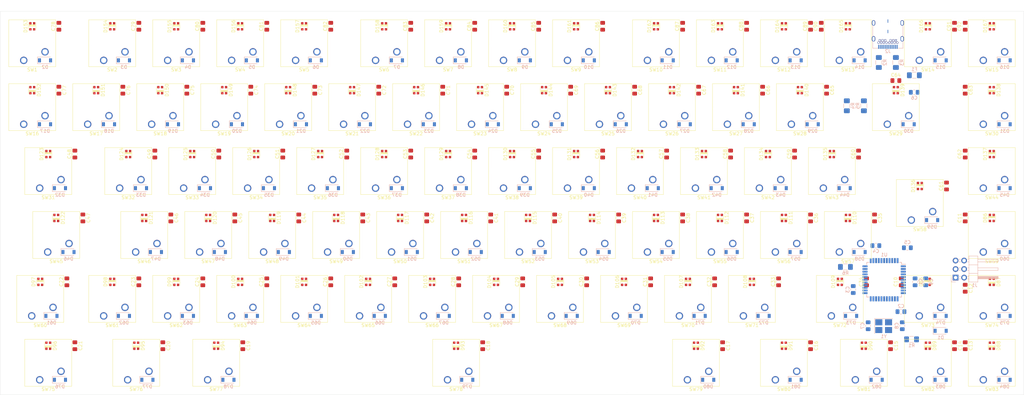
<source format=kicad_pcb>
(kicad_pcb (version 20171130) (host pcbnew 5.1.5+dfsg1-2build2)

  (general
    (thickness 1.6)
    (drawings 4)
    (tracks 0)
    (zones 0)
    (modules 353)
    (nets 215)
  )

  (page A3)
  (layers
    (0 F.Cu signal)
    (31 B.Cu signal)
    (32 B.Adhes user)
    (33 F.Adhes user)
    (34 B.Paste user)
    (35 F.Paste user)
    (36 B.SilkS user)
    (37 F.SilkS user)
    (38 B.Mask user)
    (39 F.Mask user)
    (40 Dwgs.User user)
    (41 Cmts.User user)
    (42 Eco1.User user)
    (43 Eco2.User user)
    (44 Edge.Cuts user)
    (45 Margin user)
    (46 B.CrtYd user)
    (47 F.CrtYd user)
    (48 B.Fab user)
    (49 F.Fab user)
  )

  (setup
    (last_trace_width 0.25)
    (trace_clearance 0.2)
    (zone_clearance 0.508)
    (zone_45_only no)
    (trace_min 0.2)
    (via_size 0.8)
    (via_drill 0.4)
    (via_min_size 0.6)
    (via_min_drill 0.3)
    (uvia_size 0.3)
    (uvia_drill 0.1)
    (uvias_allowed no)
    (uvia_min_size 0.2)
    (uvia_min_drill 0.1)
    (edge_width 0.05)
    (segment_width 0.2)
    (pcb_text_width 0.3)
    (pcb_text_size 1.5 1.5)
    (mod_edge_width 0.12)
    (mod_text_size 1 1)
    (mod_text_width 0.15)
    (pad_size 1.524 1.524)
    (pad_drill 0.762)
    (pad_to_mask_clearance 0.051)
    (solder_mask_min_width 0.25)
    (aux_axis_origin 0 0)
    (visible_elements FFFFF77F)
    (pcbplotparams
      (layerselection 0x010fc_ffffffff)
      (usegerberextensions false)
      (usegerberattributes false)
      (usegerberadvancedattributes false)
      (creategerberjobfile false)
      (excludeedgelayer true)
      (linewidth 0.100000)
      (plotframeref false)
      (viasonmask false)
      (mode 1)
      (useauxorigin false)
      (hpglpennumber 1)
      (hpglpenspeed 20)
      (hpglpendiameter 15.000000)
      (psnegative false)
      (psa4output false)
      (plotreference true)
      (plotvalue true)
      (plotinvisibletext false)
      (padsonsilk false)
      (subtractmaskfromsilk false)
      (outputformat 1)
      (mirror false)
      (drillshape 1)
      (scaleselection 1)
      (outputdirectory ""))
  )

  (net 0 "")
  (net 1 GND)
  (net 2 +5V)
  (net 3 "Net-(C7-Pad1)")
  (net 4 "Net-(C8-Pad2)")
  (net 5 "Net-(C9-Pad1)")
  (net 6 RST)
  (net 7 ROW0)
  (net 8 "Net-(D2-Pad2)")
  (net 9 "Net-(D3-Pad2)")
  (net 10 "Net-(D4-Pad2)")
  (net 11 "Net-(D5-Pad2)")
  (net 12 "Net-(D6-Pad2)")
  (net 13 "Net-(D7-Pad2)")
  (net 14 "Net-(D8-Pad2)")
  (net 15 "Net-(D9-Pad2)")
  (net 16 "Net-(D10-Pad2)")
  (net 17 "Net-(D11-Pad2)")
  (net 18 "Net-(D12-Pad2)")
  (net 19 "Net-(D13-Pad2)")
  (net 20 "Net-(D14-Pad2)")
  (net 21 "Net-(D15-Pad2)")
  (net 22 "Net-(D16-Pad2)")
  (net 23 ROW1)
  (net 24 "Net-(D17-Pad2)")
  (net 25 "Net-(D18-Pad2)")
  (net 26 "Net-(D19-Pad2)")
  (net 27 "Net-(D20-Pad2)")
  (net 28 "Net-(D21-Pad2)")
  (net 29 "Net-(D22-Pad2)")
  (net 30 "Net-(D23-Pad2)")
  (net 31 "Net-(D24-Pad2)")
  (net 32 "Net-(D25-Pad2)")
  (net 33 "Net-(D26-Pad2)")
  (net 34 "Net-(D27-Pad2)")
  (net 35 "Net-(D28-Pad2)")
  (net 36 "Net-(D29-Pad2)")
  (net 37 "Net-(D30-Pad2)")
  (net 38 "Net-(D31-Pad2)")
  (net 39 "Net-(D32-Pad2)")
  (net 40 ROW2)
  (net 41 "Net-(D33-Pad2)")
  (net 42 "Net-(D34-Pad2)")
  (net 43 "Net-(D35-Pad2)")
  (net 44 "Net-(D36-Pad2)")
  (net 45 "Net-(D37-Pad2)")
  (net 46 "Net-(D38-Pad2)")
  (net 47 "Net-(D39-Pad2)")
  (net 48 "Net-(D40-Pad2)")
  (net 49 "Net-(D41-Pad2)")
  (net 50 "Net-(D42-Pad2)")
  (net 51 "Net-(D43-Pad2)")
  (net 52 "Net-(D44-Pad2)")
  (net 53 "Net-(D45-Pad2)")
  (net 54 "Net-(D46-Pad2)")
  (net 55 ROW3)
  (net 56 "Net-(D47-Pad2)")
  (net 57 "Net-(D48-Pad2)")
  (net 58 "Net-(D49-Pad2)")
  (net 59 "Net-(D50-Pad2)")
  (net 60 "Net-(D51-Pad2)")
  (net 61 "Net-(D52-Pad2)")
  (net 62 "Net-(D53-Pad2)")
  (net 63 "Net-(D54-Pad2)")
  (net 64 "Net-(D55-Pad2)")
  (net 65 "Net-(D56-Pad2)")
  (net 66 "Net-(D57-Pad2)")
  (net 67 "Net-(D58-Pad2)")
  (net 68 "Net-(D59-Pad2)")
  (net 69 "Net-(D60-Pad2)")
  (net 70 ROW4)
  (net 71 "Net-(D61-Pad2)")
  (net 72 "Net-(D62-Pad2)")
  (net 73 "Net-(D63-Pad2)")
  (net 74 "Net-(D64-Pad2)")
  (net 75 "Net-(D65-Pad2)")
  (net 76 "Net-(D66-Pad2)")
  (net 77 "Net-(D67-Pad2)")
  (net 78 "Net-(D68-Pad2)")
  (net 79 "Net-(D69-Pad2)")
  (net 80 "Net-(D70-Pad2)")
  (net 81 "Net-(D71-Pad2)")
  (net 82 "Net-(D72-Pad2)")
  (net 83 "Net-(D73-Pad2)")
  (net 84 "Net-(D74-Pad2)")
  (net 85 "Net-(D75-Pad2)")
  (net 86 ROW5)
  (net 87 "Net-(D76-Pad2)")
  (net 88 "Net-(D77-Pad2)")
  (net 89 "Net-(D78-Pad2)")
  (net 90 "Net-(D79-Pad2)")
  (net 91 "Net-(D80-Pad2)")
  (net 92 "Net-(D81-Pad2)")
  (net 93 "Net-(D82-Pad2)")
  (net 94 "Net-(D83-Pad2)")
  (net 95 "Net-(D84-Pad2)")
  (net 96 "Net-(D85-Pad2)")
  (net 97 DIN)
  (net 98 "Net-(D86-Pad2)")
  (net 99 "Net-(D87-Pad2)")
  (net 100 "Net-(D88-Pad2)")
  (net 101 "Net-(D89-Pad2)")
  (net 102 "Net-(D90-Pad2)")
  (net 103 "Net-(D91-Pad2)")
  (net 104 "Net-(D92-Pad2)")
  (net 105 "Net-(D93-Pad2)")
  (net 106 "Net-(D94-Pad2)")
  (net 107 "Net-(D95-Pad2)")
  (net 108 "Net-(D96-Pad2)")
  (net 109 "Net-(D97-Pad2)")
  (net 110 "Net-(D98-Pad2)")
  (net 111 "Net-(D100-Pad4)")
  (net 112 "Net-(D100-Pad2)")
  (net 113 "Net-(D101-Pad2)")
  (net 114 "Net-(D102-Pad2)")
  (net 115 "Net-(D103-Pad2)")
  (net 116 "Net-(D104-Pad2)")
  (net 117 "Net-(D105-Pad2)")
  (net 118 "Net-(D106-Pad2)")
  (net 119 "Net-(D107-Pad2)")
  (net 120 "Net-(D108-Pad2)")
  (net 121 "Net-(D109-Pad2)")
  (net 122 "Net-(D110-Pad2)")
  (net 123 "Net-(D111-Pad2)")
  (net 124 "Net-(D112-Pad2)")
  (net 125 "Net-(D113-Pad2)")
  (net 126 "Net-(D114-Pad2)")
  (net 127 "Net-(D115-Pad2)")
  (net 128 "Net-(D116-Pad2)")
  (net 129 "Net-(D117-Pad2)")
  (net 130 "Net-(D118-Pad2)")
  (net 131 "Net-(D119-Pad2)")
  (net 132 "Net-(D120-Pad2)")
  (net 133 "Net-(D121-Pad2)")
  (net 134 "Net-(D122-Pad2)")
  (net 135 "Net-(D123-Pad2)")
  (net 136 "Net-(D124-Pad2)")
  (net 137 "Net-(D125-Pad2)")
  (net 138 "Net-(D126-Pad2)")
  (net 139 "Net-(D127-Pad2)")
  (net 140 "Net-(D128-Pad2)")
  (net 141 "Net-(D129-Pad2)")
  (net 142 "Net-(D130-Pad2)")
  (net 143 "Net-(D131-Pad2)")
  (net 144 "Net-(D132-Pad2)")
  (net 145 "Net-(D133-Pad2)")
  (net 146 "Net-(D134-Pad2)")
  (net 147 "Net-(D135-Pad2)")
  (net 148 "Net-(D136-Pad2)")
  (net 149 "Net-(D137-Pad2)")
  (net 150 "Net-(D138-Pad2)")
  (net 151 "Net-(D139-Pad2)")
  (net 152 "Net-(D140-Pad2)")
  (net 153 "Net-(D141-Pad2)")
  (net 154 "Net-(D142-Pad2)")
  (net 155 "Net-(D143-Pad2)")
  (net 156 "Net-(D144-Pad2)")
  (net 157 "Net-(D145-Pad2)")
  (net 158 "Net-(D146-Pad2)")
  (net 159 "Net-(D147-Pad2)")
  (net 160 "Net-(D148-Pad2)")
  (net 161 "Net-(D149-Pad2)")
  (net 162 "Net-(D150-Pad2)")
  (net 163 "Net-(D151-Pad2)")
  (net 164 "Net-(D152-Pad2)")
  (net 165 "Net-(D153-Pad2)")
  (net 166 "Net-(D154-Pad2)")
  (net 167 "Net-(D155-Pad2)")
  (net 168 "Net-(D156-Pad2)")
  (net 169 "Net-(D157-Pad2)")
  (net 170 "Net-(D158-Pad2)")
  (net 171 "Net-(D159-Pad2)")
  (net 172 "Net-(D160-Pad2)")
  (net 173 "Net-(D161-Pad2)")
  (net 174 "Net-(D162-Pad2)")
  (net 175 "Net-(D163-Pad2)")
  (net 176 "Net-(D164-Pad2)")
  (net 177 "Net-(D165-Pad2)")
  (net 178 "Net-(D166-Pad2)")
  (net 179 "Net-(D167-Pad2)")
  (net 180 "Net-(F1-Pad2)")
  (net 181 COL02)
  (net 182 COL00)
  (net 183 COL01)
  (net 184 "Net-(J2-PadA11)")
  (net 185 "Net-(J2-PadA10)")
  (net 186 "Net-(J2-PadA8)")
  (net 187 D-)
  (net 188 D+)
  (net 189 "Net-(J2-PadA5)")
  (net 190 "Net-(J2-PadA3)")
  (net 191 "Net-(J2-PadA2)")
  (net 192 "Net-(J2-PadB10)")
  (net 193 "Net-(J2-PadB3)")
  (net 194 "Net-(J2-PadB8)")
  (net 195 "Net-(J2-PadB5)")
  (net 196 "Net-(J2-PadB2)")
  (net 197 "Net-(J2-PadB11)")
  (net 198 "Net-(R6-Pad2)")
  (net 199 COL03)
  (net 200 COL04)
  (net 201 COL06)
  (net 202 COL07)
  (net 203 COL08)
  (net 204 COL09)
  (net 205 COL10)
  (net 206 COL11)
  (net 207 COL12)
  (net 208 COL13)
  (net 209 COL14)
  (net 210 COL15)
  (net 211 COL05)
  (net 212 "Net-(U1-Pad1)")
  (net 213 "Net-(U1-Pad8)")
  (net 214 "Net-(U1-Pad42)")

  (net_class Default "Dies ist die voreingestellte Netzklasse."
    (clearance 0.2)
    (trace_width 0.25)
    (via_dia 0.8)
    (via_drill 0.4)
    (uvia_dia 0.3)
    (uvia_drill 0.1)
    (add_net +5V)
    (add_net COL00)
    (add_net COL01)
    (add_net COL02)
    (add_net COL03)
    (add_net COL04)
    (add_net COL05)
    (add_net COL06)
    (add_net COL07)
    (add_net COL08)
    (add_net COL09)
    (add_net COL10)
    (add_net COL11)
    (add_net COL12)
    (add_net COL13)
    (add_net COL14)
    (add_net COL15)
    (add_net D+)
    (add_net D-)
    (add_net DIN)
    (add_net GND)
    (add_net "Net-(C7-Pad1)")
    (add_net "Net-(C8-Pad2)")
    (add_net "Net-(C9-Pad1)")
    (add_net "Net-(D10-Pad2)")
    (add_net "Net-(D100-Pad2)")
    (add_net "Net-(D100-Pad4)")
    (add_net "Net-(D101-Pad2)")
    (add_net "Net-(D102-Pad2)")
    (add_net "Net-(D103-Pad2)")
    (add_net "Net-(D104-Pad2)")
    (add_net "Net-(D105-Pad2)")
    (add_net "Net-(D106-Pad2)")
    (add_net "Net-(D107-Pad2)")
    (add_net "Net-(D108-Pad2)")
    (add_net "Net-(D109-Pad2)")
    (add_net "Net-(D11-Pad2)")
    (add_net "Net-(D110-Pad2)")
    (add_net "Net-(D111-Pad2)")
    (add_net "Net-(D112-Pad2)")
    (add_net "Net-(D113-Pad2)")
    (add_net "Net-(D114-Pad2)")
    (add_net "Net-(D115-Pad2)")
    (add_net "Net-(D116-Pad2)")
    (add_net "Net-(D117-Pad2)")
    (add_net "Net-(D118-Pad2)")
    (add_net "Net-(D119-Pad2)")
    (add_net "Net-(D12-Pad2)")
    (add_net "Net-(D120-Pad2)")
    (add_net "Net-(D121-Pad2)")
    (add_net "Net-(D122-Pad2)")
    (add_net "Net-(D123-Pad2)")
    (add_net "Net-(D124-Pad2)")
    (add_net "Net-(D125-Pad2)")
    (add_net "Net-(D126-Pad2)")
    (add_net "Net-(D127-Pad2)")
    (add_net "Net-(D128-Pad2)")
    (add_net "Net-(D129-Pad2)")
    (add_net "Net-(D13-Pad2)")
    (add_net "Net-(D130-Pad2)")
    (add_net "Net-(D131-Pad2)")
    (add_net "Net-(D132-Pad2)")
    (add_net "Net-(D133-Pad2)")
    (add_net "Net-(D134-Pad2)")
    (add_net "Net-(D135-Pad2)")
    (add_net "Net-(D136-Pad2)")
    (add_net "Net-(D137-Pad2)")
    (add_net "Net-(D138-Pad2)")
    (add_net "Net-(D139-Pad2)")
    (add_net "Net-(D14-Pad2)")
    (add_net "Net-(D140-Pad2)")
    (add_net "Net-(D141-Pad2)")
    (add_net "Net-(D142-Pad2)")
    (add_net "Net-(D143-Pad2)")
    (add_net "Net-(D144-Pad2)")
    (add_net "Net-(D145-Pad2)")
    (add_net "Net-(D146-Pad2)")
    (add_net "Net-(D147-Pad2)")
    (add_net "Net-(D148-Pad2)")
    (add_net "Net-(D149-Pad2)")
    (add_net "Net-(D15-Pad2)")
    (add_net "Net-(D150-Pad2)")
    (add_net "Net-(D151-Pad2)")
    (add_net "Net-(D152-Pad2)")
    (add_net "Net-(D153-Pad2)")
    (add_net "Net-(D154-Pad2)")
    (add_net "Net-(D155-Pad2)")
    (add_net "Net-(D156-Pad2)")
    (add_net "Net-(D157-Pad2)")
    (add_net "Net-(D158-Pad2)")
    (add_net "Net-(D159-Pad2)")
    (add_net "Net-(D16-Pad2)")
    (add_net "Net-(D160-Pad2)")
    (add_net "Net-(D161-Pad2)")
    (add_net "Net-(D162-Pad2)")
    (add_net "Net-(D163-Pad2)")
    (add_net "Net-(D164-Pad2)")
    (add_net "Net-(D165-Pad2)")
    (add_net "Net-(D166-Pad2)")
    (add_net "Net-(D167-Pad2)")
    (add_net "Net-(D17-Pad2)")
    (add_net "Net-(D18-Pad2)")
    (add_net "Net-(D19-Pad2)")
    (add_net "Net-(D2-Pad2)")
    (add_net "Net-(D20-Pad2)")
    (add_net "Net-(D21-Pad2)")
    (add_net "Net-(D22-Pad2)")
    (add_net "Net-(D23-Pad2)")
    (add_net "Net-(D24-Pad2)")
    (add_net "Net-(D25-Pad2)")
    (add_net "Net-(D26-Pad2)")
    (add_net "Net-(D27-Pad2)")
    (add_net "Net-(D28-Pad2)")
    (add_net "Net-(D29-Pad2)")
    (add_net "Net-(D3-Pad2)")
    (add_net "Net-(D30-Pad2)")
    (add_net "Net-(D31-Pad2)")
    (add_net "Net-(D32-Pad2)")
    (add_net "Net-(D33-Pad2)")
    (add_net "Net-(D34-Pad2)")
    (add_net "Net-(D35-Pad2)")
    (add_net "Net-(D36-Pad2)")
    (add_net "Net-(D37-Pad2)")
    (add_net "Net-(D38-Pad2)")
    (add_net "Net-(D39-Pad2)")
    (add_net "Net-(D4-Pad2)")
    (add_net "Net-(D40-Pad2)")
    (add_net "Net-(D41-Pad2)")
    (add_net "Net-(D42-Pad2)")
    (add_net "Net-(D43-Pad2)")
    (add_net "Net-(D44-Pad2)")
    (add_net "Net-(D45-Pad2)")
    (add_net "Net-(D46-Pad2)")
    (add_net "Net-(D47-Pad2)")
    (add_net "Net-(D48-Pad2)")
    (add_net "Net-(D49-Pad2)")
    (add_net "Net-(D5-Pad2)")
    (add_net "Net-(D50-Pad2)")
    (add_net "Net-(D51-Pad2)")
    (add_net "Net-(D52-Pad2)")
    (add_net "Net-(D53-Pad2)")
    (add_net "Net-(D54-Pad2)")
    (add_net "Net-(D55-Pad2)")
    (add_net "Net-(D56-Pad2)")
    (add_net "Net-(D57-Pad2)")
    (add_net "Net-(D58-Pad2)")
    (add_net "Net-(D59-Pad2)")
    (add_net "Net-(D6-Pad2)")
    (add_net "Net-(D60-Pad2)")
    (add_net "Net-(D61-Pad2)")
    (add_net "Net-(D62-Pad2)")
    (add_net "Net-(D63-Pad2)")
    (add_net "Net-(D64-Pad2)")
    (add_net "Net-(D65-Pad2)")
    (add_net "Net-(D66-Pad2)")
    (add_net "Net-(D67-Pad2)")
    (add_net "Net-(D68-Pad2)")
    (add_net "Net-(D69-Pad2)")
    (add_net "Net-(D7-Pad2)")
    (add_net "Net-(D70-Pad2)")
    (add_net "Net-(D71-Pad2)")
    (add_net "Net-(D72-Pad2)")
    (add_net "Net-(D73-Pad2)")
    (add_net "Net-(D74-Pad2)")
    (add_net "Net-(D75-Pad2)")
    (add_net "Net-(D76-Pad2)")
    (add_net "Net-(D77-Pad2)")
    (add_net "Net-(D78-Pad2)")
    (add_net "Net-(D79-Pad2)")
    (add_net "Net-(D8-Pad2)")
    (add_net "Net-(D80-Pad2)")
    (add_net "Net-(D81-Pad2)")
    (add_net "Net-(D82-Pad2)")
    (add_net "Net-(D83-Pad2)")
    (add_net "Net-(D84-Pad2)")
    (add_net "Net-(D85-Pad2)")
    (add_net "Net-(D86-Pad2)")
    (add_net "Net-(D87-Pad2)")
    (add_net "Net-(D88-Pad2)")
    (add_net "Net-(D89-Pad2)")
    (add_net "Net-(D9-Pad2)")
    (add_net "Net-(D90-Pad2)")
    (add_net "Net-(D91-Pad2)")
    (add_net "Net-(D92-Pad2)")
    (add_net "Net-(D93-Pad2)")
    (add_net "Net-(D94-Pad2)")
    (add_net "Net-(D95-Pad2)")
    (add_net "Net-(D96-Pad2)")
    (add_net "Net-(D97-Pad2)")
    (add_net "Net-(D98-Pad2)")
    (add_net "Net-(F1-Pad2)")
    (add_net "Net-(J2-PadA10)")
    (add_net "Net-(J2-PadA11)")
    (add_net "Net-(J2-PadA2)")
    (add_net "Net-(J2-PadA3)")
    (add_net "Net-(J2-PadA5)")
    (add_net "Net-(J2-PadA8)")
    (add_net "Net-(J2-PadB10)")
    (add_net "Net-(J2-PadB11)")
    (add_net "Net-(J2-PadB2)")
    (add_net "Net-(J2-PadB3)")
    (add_net "Net-(J2-PadB5)")
    (add_net "Net-(J2-PadB8)")
    (add_net "Net-(R6-Pad2)")
    (add_net "Net-(U1-Pad1)")
    (add_net "Net-(U1-Pad42)")
    (add_net "Net-(U1-Pad8)")
    (add_net ROW0)
    (add_net ROW1)
    (add_net ROW2)
    (add_net ROW3)
    (add_net ROW4)
    (add_net ROW5)
    (add_net RST)
  )

  (module kezboard-pcb:LED_WS2812_2020 (layer F.Cu) (tedit 5F1C4B34) (tstamp 5F1B709E)
    (at 314.325 118.745 90)
    (descr https://www.peace-corp.co.jp/data/WS2812-2020_V1.0_EN.pdf)
    (path /5F949B9C/5F9E7A8D)
    (fp_text reference D85 (at 0 -2 90) (layer F.SilkS)
      (effects (font (size 1 1) (thickness 0.15)))
    )
    (fp_text value WS2812B (at 0 2 90) (layer F.Fab)
      (effects (font (size 1 1) (thickness 0.15)))
    )
    (fp_poly (pts (xy 0.45 0.9) (xy 0.05 0.9) (xy 0.05 -0.9) (xy 0.45 -0.9)) (layer F.SilkS) (width 0.1))
    (fp_line (start 1.1 1.11) (end -1.1 1.11) (layer F.SilkS) (width 0.12))
    (fp_line (start -1.1 -1.11) (end 1.1 -1.11) (layer F.SilkS) (width 0.12))
    (fp_text user %R (at 0 0 90) (layer F.Fab)
      (effects (font (size 0.5 0.5) (thickness 0.1)))
    )
    (fp_line (start -1.1 1) (end -1.1 -1) (layer F.Fab) (width 0.1))
    (fp_line (start 1.1 1) (end -1.1 1) (layer F.Fab) (width 0.1))
    (fp_line (start 1.1 -1) (end 1.1 1) (layer F.Fab) (width 0.1))
    (fp_line (start -1.1 -1) (end 1.1 -1) (layer F.Fab) (width 0.1))
    (pad 1 smd rect (at -0.9015 0.55 90) (size 0.7 0.7) (layers F.Cu F.Paste F.Mask)
      (net 2 +5V))
    (pad 4 smd rect (at -0.9015 -0.55 90) (size 0.7 0.7) (layers F.Cu F.Paste F.Mask)
      (net 97 DIN))
    (pad 3 smd rect (at 0.9015 -0.55 90) (size 0.7 0.7) (layers F.Cu F.Paste F.Mask)
      (net 1 GND))
    (pad 2 smd rect (at 0.9015 0.55 90) (size 0.7 0.7) (layers F.Cu F.Paste F.Mask)
      (net 96 "Net-(D85-Pad2)"))
  )

  (module kezboard-pcb:LED_WS2812_2020 (layer F.Cu) (tedit 5F1C4B34) (tstamp 5F15F975)
    (at 333.375 99.695 90)
    (descr https://www.peace-corp.co.jp/data/WS2812-2020_V1.0_EN.pdf)
    (path /5F949B9C/5FD3F1F5)
    (fp_text reference D86 (at 0 -2 90) (layer F.SilkS)
      (effects (font (size 1 1) (thickness 0.15)))
    )
    (fp_text value WS2812B (at 0 2 90) (layer F.Fab)
      (effects (font (size 1 1) (thickness 0.15)))
    )
    (fp_poly (pts (xy 0.45 0.9) (xy 0.05 0.9) (xy 0.05 -0.9) (xy 0.45 -0.9)) (layer F.SilkS) (width 0.1))
    (fp_line (start 1.1 1.11) (end -1.1 1.11) (layer F.SilkS) (width 0.12))
    (fp_line (start -1.1 -1.11) (end 1.1 -1.11) (layer F.SilkS) (width 0.12))
    (fp_text user %R (at 0 0 90) (layer F.Fab)
      (effects (font (size 0.5 0.5) (thickness 0.1)))
    )
    (fp_line (start -1.1 1) (end -1.1 -1) (layer F.Fab) (width 0.1))
    (fp_line (start 1.1 1) (end -1.1 1) (layer F.Fab) (width 0.1))
    (fp_line (start 1.1 -1) (end 1.1 1) (layer F.Fab) (width 0.1))
    (fp_line (start -1.1 -1) (end 1.1 -1) (layer F.Fab) (width 0.1))
    (pad 1 smd rect (at -0.9015 0.55 90) (size 0.7 0.7) (layers F.Cu F.Paste F.Mask)
      (net 2 +5V))
    (pad 4 smd rect (at -0.9015 -0.55 90) (size 0.7 0.7) (layers F.Cu F.Paste F.Mask)
      (net 96 "Net-(D85-Pad2)"))
    (pad 3 smd rect (at 0.9015 -0.55 90) (size 0.7 0.7) (layers F.Cu F.Paste F.Mask)
      (net 1 GND))
    (pad 2 smd rect (at 0.9015 0.55 90) (size 0.7 0.7) (layers F.Cu F.Paste F.Mask)
      (net 98 "Net-(D86-Pad2)"))
  )

  (module kezboard-pcb:LED_WS2812_2020 (layer F.Cu) (tedit 5F1C4B34) (tstamp 5F1B738A)
    (at 333.375 118.745 270)
    (descr https://www.peace-corp.co.jp/data/WS2812-2020_V1.0_EN.pdf)
    (path /5F949B9C/5FD40FA8)
    (fp_text reference D87 (at 0 -2 90) (layer F.SilkS)
      (effects (font (size 1 1) (thickness 0.15)))
    )
    (fp_text value WS2812B (at 0 2 90) (layer F.Fab)
      (effects (font (size 1 1) (thickness 0.15)))
    )
    (fp_poly (pts (xy 0.45 0.9) (xy 0.05 0.9) (xy 0.05 -0.9) (xy 0.45 -0.9)) (layer F.SilkS) (width 0.1))
    (fp_line (start 1.1 1.11) (end -1.1 1.11) (layer F.SilkS) (width 0.12))
    (fp_line (start -1.1 -1.11) (end 1.1 -1.11) (layer F.SilkS) (width 0.12))
    (fp_text user %R (at 0 0 90) (layer F.Fab)
      (effects (font (size 0.5 0.5) (thickness 0.1)))
    )
    (fp_line (start -1.1 1) (end -1.1 -1) (layer F.Fab) (width 0.1))
    (fp_line (start 1.1 1) (end -1.1 1) (layer F.Fab) (width 0.1))
    (fp_line (start 1.1 -1) (end 1.1 1) (layer F.Fab) (width 0.1))
    (fp_line (start -1.1 -1) (end 1.1 -1) (layer F.Fab) (width 0.1))
    (pad 1 smd rect (at -0.9015 0.55 270) (size 0.7 0.7) (layers F.Cu F.Paste F.Mask)
      (net 2 +5V))
    (pad 4 smd rect (at -0.9015 -0.55 270) (size 0.7 0.7) (layers F.Cu F.Paste F.Mask)
      (net 98 "Net-(D86-Pad2)"))
    (pad 3 smd rect (at 0.9015 -0.55 270) (size 0.7 0.7) (layers F.Cu F.Paste F.Mask)
      (net 1 GND))
    (pad 2 smd rect (at 0.9015 0.55 270) (size 0.7 0.7) (layers F.Cu F.Paste F.Mask)
      (net 99 "Net-(D87-Pad2)"))
  )

  (module kezboard-pcb:LED_WS2812_2020 (layer F.Cu) (tedit 5F1C4B34) (tstamp 5F15F993)
    (at 333.375 137.795 270)
    (descr https://www.peace-corp.co.jp/data/WS2812-2020_V1.0_EN.pdf)
    (path /5F949B9C/5FD423CF)
    (fp_text reference D88 (at 0 -2 90) (layer F.SilkS)
      (effects (font (size 1 1) (thickness 0.15)))
    )
    (fp_text value WS2812B (at 0 2 90) (layer F.Fab)
      (effects (font (size 1 1) (thickness 0.15)))
    )
    (fp_poly (pts (xy 0.45 0.9) (xy 0.05 0.9) (xy 0.05 -0.9) (xy 0.45 -0.9)) (layer F.SilkS) (width 0.1))
    (fp_line (start 1.1 1.11) (end -1.1 1.11) (layer F.SilkS) (width 0.12))
    (fp_line (start -1.1 -1.11) (end 1.1 -1.11) (layer F.SilkS) (width 0.12))
    (fp_text user %R (at 0 0 90) (layer F.Fab)
      (effects (font (size 0.5 0.5) (thickness 0.1)))
    )
    (fp_line (start -1.1 1) (end -1.1 -1) (layer F.Fab) (width 0.1))
    (fp_line (start 1.1 1) (end -1.1 1) (layer F.Fab) (width 0.1))
    (fp_line (start 1.1 -1) (end 1.1 1) (layer F.Fab) (width 0.1))
    (fp_line (start -1.1 -1) (end 1.1 -1) (layer F.Fab) (width 0.1))
    (pad 1 smd rect (at -0.9015 0.55 270) (size 0.7 0.7) (layers F.Cu F.Paste F.Mask)
      (net 2 +5V))
    (pad 4 smd rect (at -0.9015 -0.55 270) (size 0.7 0.7) (layers F.Cu F.Paste F.Mask)
      (net 99 "Net-(D87-Pad2)"))
    (pad 3 smd rect (at 0.9015 -0.55 270) (size 0.7 0.7) (layers F.Cu F.Paste F.Mask)
      (net 1 GND))
    (pad 2 smd rect (at 0.9015 0.55 270) (size 0.7 0.7) (layers F.Cu F.Paste F.Mask)
      (net 100 "Net-(D88-Pad2)"))
  )

  (module kezboard-pcb:LED_WS2812_2020 (layer F.Cu) (tedit 5F1C4B34) (tstamp 5F15F9A2)
    (at 314.325 137.795 270)
    (descr https://www.peace-corp.co.jp/data/WS2812-2020_V1.0_EN.pdf)
    (path /5F949B9C/5FD43994)
    (fp_text reference D89 (at 0 -2 90) (layer F.SilkS)
      (effects (font (size 1 1) (thickness 0.15)))
    )
    (fp_text value WS2812B (at 0 2 90) (layer F.Fab)
      (effects (font (size 1 1) (thickness 0.15)))
    )
    (fp_poly (pts (xy 0.45 0.9) (xy 0.05 0.9) (xy 0.05 -0.9) (xy 0.45 -0.9)) (layer F.SilkS) (width 0.1))
    (fp_line (start 1.1 1.11) (end -1.1 1.11) (layer F.SilkS) (width 0.12))
    (fp_line (start -1.1 -1.11) (end 1.1 -1.11) (layer F.SilkS) (width 0.12))
    (fp_text user %R (at 0 0 90) (layer F.Fab)
      (effects (font (size 0.5 0.5) (thickness 0.1)))
    )
    (fp_line (start -1.1 1) (end -1.1 -1) (layer F.Fab) (width 0.1))
    (fp_line (start 1.1 1) (end -1.1 1) (layer F.Fab) (width 0.1))
    (fp_line (start 1.1 -1) (end 1.1 1) (layer F.Fab) (width 0.1))
    (fp_line (start -1.1 -1) (end 1.1 -1) (layer F.Fab) (width 0.1))
    (pad 1 smd rect (at -0.9015 0.55 270) (size 0.7 0.7) (layers F.Cu F.Paste F.Mask)
      (net 2 +5V))
    (pad 4 smd rect (at -0.9015 -0.55 270) (size 0.7 0.7) (layers F.Cu F.Paste F.Mask)
      (net 100 "Net-(D88-Pad2)"))
    (pad 3 smd rect (at 0.9015 -0.55 270) (size 0.7 0.7) (layers F.Cu F.Paste F.Mask)
      (net 1 GND))
    (pad 2 smd rect (at 0.9015 0.55 270) (size 0.7 0.7) (layers F.Cu F.Paste F.Mask)
      (net 101 "Net-(D89-Pad2)"))
  )

  (module kezboard-pcb:LED_WS2812_2020 (layer F.Cu) (tedit 5F1C4B34) (tstamp 5F15F9B1)
    (at 295.275 137.795 270)
    (descr https://www.peace-corp.co.jp/data/WS2812-2020_V1.0_EN.pdf)
    (path /5F949B9C/5F62CAD6)
    (fp_text reference D90 (at 0 -2 90) (layer F.SilkS)
      (effects (font (size 1 1) (thickness 0.15)))
    )
    (fp_text value WS2812B (at 0 2 90) (layer F.Fab)
      (effects (font (size 1 1) (thickness 0.15)))
    )
    (fp_poly (pts (xy 0.45 0.9) (xy 0.05 0.9) (xy 0.05 -0.9) (xy 0.45 -0.9)) (layer F.SilkS) (width 0.1))
    (fp_line (start 1.1 1.11) (end -1.1 1.11) (layer F.SilkS) (width 0.12))
    (fp_line (start -1.1 -1.11) (end 1.1 -1.11) (layer F.SilkS) (width 0.12))
    (fp_text user %R (at 0 0 90) (layer F.Fab)
      (effects (font (size 0.5 0.5) (thickness 0.1)))
    )
    (fp_line (start -1.1 1) (end -1.1 -1) (layer F.Fab) (width 0.1))
    (fp_line (start 1.1 1) (end -1.1 1) (layer F.Fab) (width 0.1))
    (fp_line (start 1.1 -1) (end 1.1 1) (layer F.Fab) (width 0.1))
    (fp_line (start -1.1 -1) (end 1.1 -1) (layer F.Fab) (width 0.1))
    (pad 1 smd rect (at -0.9015 0.55 270) (size 0.7 0.7) (layers F.Cu F.Paste F.Mask)
      (net 2 +5V))
    (pad 4 smd rect (at -0.9015 -0.55 270) (size 0.7 0.7) (layers F.Cu F.Paste F.Mask)
      (net 101 "Net-(D89-Pad2)"))
    (pad 3 smd rect (at 0.9015 -0.55 270) (size 0.7 0.7) (layers F.Cu F.Paste F.Mask)
      (net 1 GND))
    (pad 2 smd rect (at 0.9015 0.55 270) (size 0.7 0.7) (layers F.Cu F.Paste F.Mask)
      (net 102 "Net-(D90-Pad2)"))
  )

  (module kezboard-pcb:LED_WS2812_2020 (layer F.Cu) (tedit 5F1C4B34) (tstamp 5F15F9C0)
    (at 271.4625 137.795 270)
    (descr https://www.peace-corp.co.jp/data/WS2812-2020_V1.0_EN.pdf)
    (path /5F949B9C/5F62CAF9)
    (fp_text reference D91 (at 0 -2 90) (layer F.SilkS)
      (effects (font (size 1 1) (thickness 0.15)))
    )
    (fp_text value WS2812B (at 0 2 90) (layer F.Fab)
      (effects (font (size 1 1) (thickness 0.15)))
    )
    (fp_poly (pts (xy 0.45 0.9) (xy 0.05 0.9) (xy 0.05 -0.9) (xy 0.45 -0.9)) (layer F.SilkS) (width 0.1))
    (fp_line (start 1.1 1.11) (end -1.1 1.11) (layer F.SilkS) (width 0.12))
    (fp_line (start -1.1 -1.11) (end 1.1 -1.11) (layer F.SilkS) (width 0.12))
    (fp_text user %R (at 0 0 90) (layer F.Fab)
      (effects (font (size 0.5 0.5) (thickness 0.1)))
    )
    (fp_line (start -1.1 1) (end -1.1 -1) (layer F.Fab) (width 0.1))
    (fp_line (start 1.1 1) (end -1.1 1) (layer F.Fab) (width 0.1))
    (fp_line (start 1.1 -1) (end 1.1 1) (layer F.Fab) (width 0.1))
    (fp_line (start -1.1 -1) (end 1.1 -1) (layer F.Fab) (width 0.1))
    (pad 1 smd rect (at -0.9015 0.55 270) (size 0.7 0.7) (layers F.Cu F.Paste F.Mask)
      (net 2 +5V))
    (pad 4 smd rect (at -0.9015 -0.55 270) (size 0.7 0.7) (layers F.Cu F.Paste F.Mask)
      (net 102 "Net-(D90-Pad2)"))
    (pad 3 smd rect (at 0.9015 -0.55 270) (size 0.7 0.7) (layers F.Cu F.Paste F.Mask)
      (net 1 GND))
    (pad 2 smd rect (at 0.9015 0.55 270) (size 0.7 0.7) (layers F.Cu F.Paste F.Mask)
      (net 103 "Net-(D91-Pad2)"))
  )

  (module kezboard-pcb:LED_WS2812_2020 (layer F.Cu) (tedit 5F1C4B34) (tstamp 5F15F9CF)
    (at 245.26875 137.795 270)
    (descr https://www.peace-corp.co.jp/data/WS2812-2020_V1.0_EN.pdf)
    (path /5F949B9C/5F62CB1C)
    (fp_text reference D92 (at 0 -2 90) (layer F.SilkS)
      (effects (font (size 1 1) (thickness 0.15)))
    )
    (fp_text value WS2812B (at 0 2 90) (layer F.Fab)
      (effects (font (size 1 1) (thickness 0.15)))
    )
    (fp_poly (pts (xy 0.45 0.9) (xy 0.05 0.9) (xy 0.05 -0.9) (xy 0.45 -0.9)) (layer F.SilkS) (width 0.1))
    (fp_line (start 1.1 1.11) (end -1.1 1.11) (layer F.SilkS) (width 0.12))
    (fp_line (start -1.1 -1.11) (end 1.1 -1.11) (layer F.SilkS) (width 0.12))
    (fp_text user %R (at 0 0 90) (layer F.Fab)
      (effects (font (size 0.5 0.5) (thickness 0.1)))
    )
    (fp_line (start -1.1 1) (end -1.1 -1) (layer F.Fab) (width 0.1))
    (fp_line (start 1.1 1) (end -1.1 1) (layer F.Fab) (width 0.1))
    (fp_line (start 1.1 -1) (end 1.1 1) (layer F.Fab) (width 0.1))
    (fp_line (start -1.1 -1) (end 1.1 -1) (layer F.Fab) (width 0.1))
    (pad 1 smd rect (at -0.9015 0.55 270) (size 0.7 0.7) (layers F.Cu F.Paste F.Mask)
      (net 2 +5V))
    (pad 4 smd rect (at -0.9015 -0.55 270) (size 0.7 0.7) (layers F.Cu F.Paste F.Mask)
      (net 103 "Net-(D91-Pad2)"))
    (pad 3 smd rect (at 0.9015 -0.55 270) (size 0.7 0.7) (layers F.Cu F.Paste F.Mask)
      (net 1 GND))
    (pad 2 smd rect (at 0.9015 0.55 270) (size 0.7 0.7) (layers F.Cu F.Paste F.Mask)
      (net 104 "Net-(D92-Pad2)"))
  )

  (module kezboard-pcb:LED_WS2812_2020 (layer F.Cu) (tedit 5F1C4B34) (tstamp 5F15F9DE)
    (at 173.83125 137.795 270)
    (descr https://www.peace-corp.co.jp/data/WS2812-2020_V1.0_EN.pdf)
    (path /5F949B9C/5F62CB3F)
    (fp_text reference D93 (at 0 -2 90) (layer F.SilkS)
      (effects (font (size 1 1) (thickness 0.15)))
    )
    (fp_text value WS2812B (at 0 2 90) (layer F.Fab)
      (effects (font (size 1 1) (thickness 0.15)))
    )
    (fp_poly (pts (xy 0.45 0.9) (xy 0.05 0.9) (xy 0.05 -0.9) (xy 0.45 -0.9)) (layer F.SilkS) (width 0.1))
    (fp_line (start 1.1 1.11) (end -1.1 1.11) (layer F.SilkS) (width 0.12))
    (fp_line (start -1.1 -1.11) (end 1.1 -1.11) (layer F.SilkS) (width 0.12))
    (fp_text user %R (at 0 0 90) (layer F.Fab)
      (effects (font (size 0.5 0.5) (thickness 0.1)))
    )
    (fp_line (start -1.1 1) (end -1.1 -1) (layer F.Fab) (width 0.1))
    (fp_line (start 1.1 1) (end -1.1 1) (layer F.Fab) (width 0.1))
    (fp_line (start 1.1 -1) (end 1.1 1) (layer F.Fab) (width 0.1))
    (fp_line (start -1.1 -1) (end 1.1 -1) (layer F.Fab) (width 0.1))
    (pad 1 smd rect (at -0.9015 0.55 270) (size 0.7 0.7) (layers F.Cu F.Paste F.Mask)
      (net 2 +5V))
    (pad 4 smd rect (at -0.9015 -0.55 270) (size 0.7 0.7) (layers F.Cu F.Paste F.Mask)
      (net 104 "Net-(D92-Pad2)"))
    (pad 3 smd rect (at 0.9015 -0.55 270) (size 0.7 0.7) (layers F.Cu F.Paste F.Mask)
      (net 1 GND))
    (pad 2 smd rect (at 0.9015 0.55 270) (size 0.7 0.7) (layers F.Cu F.Paste F.Mask)
      (net 105 "Net-(D93-Pad2)"))
  )

  (module kezboard-pcb:LED_WS2812_2020 (layer F.Cu) (tedit 5F1C4B34) (tstamp 5F15F9ED)
    (at 102.39375 137.795 270)
    (descr https://www.peace-corp.co.jp/data/WS2812-2020_V1.0_EN.pdf)
    (path /5F949B9C/5F62CB61)
    (fp_text reference D94 (at 0 -2 90) (layer F.SilkS)
      (effects (font (size 1 1) (thickness 0.15)))
    )
    (fp_text value WS2812B (at 0 2 90) (layer F.Fab)
      (effects (font (size 1 1) (thickness 0.15)))
    )
    (fp_poly (pts (xy 0.45 0.9) (xy 0.05 0.9) (xy 0.05 -0.9) (xy 0.45 -0.9)) (layer F.SilkS) (width 0.1))
    (fp_line (start 1.1 1.11) (end -1.1 1.11) (layer F.SilkS) (width 0.12))
    (fp_line (start -1.1 -1.11) (end 1.1 -1.11) (layer F.SilkS) (width 0.12))
    (fp_text user %R (at 0 0 90) (layer F.Fab)
      (effects (font (size 0.5 0.5) (thickness 0.1)))
    )
    (fp_line (start -1.1 1) (end -1.1 -1) (layer F.Fab) (width 0.1))
    (fp_line (start 1.1 1) (end -1.1 1) (layer F.Fab) (width 0.1))
    (fp_line (start 1.1 -1) (end 1.1 1) (layer F.Fab) (width 0.1))
    (fp_line (start -1.1 -1) (end 1.1 -1) (layer F.Fab) (width 0.1))
    (pad 1 smd rect (at -0.9015 0.55 270) (size 0.7 0.7) (layers F.Cu F.Paste F.Mask)
      (net 2 +5V))
    (pad 4 smd rect (at -0.9015 -0.55 270) (size 0.7 0.7) (layers F.Cu F.Paste F.Mask)
      (net 105 "Net-(D93-Pad2)"))
    (pad 3 smd rect (at 0.9015 -0.55 270) (size 0.7 0.7) (layers F.Cu F.Paste F.Mask)
      (net 1 GND))
    (pad 2 smd rect (at 0.9015 0.55 270) (size 0.7 0.7) (layers F.Cu F.Paste F.Mask)
      (net 106 "Net-(D94-Pad2)"))
  )

  (module kezboard-pcb:LED_WS2812_2020 (layer F.Cu) (tedit 5F1C4B34) (tstamp 5F15F9FC)
    (at 78.58125 137.795 270)
    (descr https://www.peace-corp.co.jp/data/WS2812-2020_V1.0_EN.pdf)
    (path /5F949B9C/5F6A6266)
    (fp_text reference D95 (at 0 -2 90) (layer F.SilkS)
      (effects (font (size 1 1) (thickness 0.15)))
    )
    (fp_text value WS2812B (at 0 2 90) (layer F.Fab)
      (effects (font (size 1 1) (thickness 0.15)))
    )
    (fp_poly (pts (xy 0.45 0.9) (xy 0.05 0.9) (xy 0.05 -0.9) (xy 0.45 -0.9)) (layer F.SilkS) (width 0.1))
    (fp_line (start 1.1 1.11) (end -1.1 1.11) (layer F.SilkS) (width 0.12))
    (fp_line (start -1.1 -1.11) (end 1.1 -1.11) (layer F.SilkS) (width 0.12))
    (fp_text user %R (at 0 0 90) (layer F.Fab)
      (effects (font (size 0.5 0.5) (thickness 0.1)))
    )
    (fp_line (start -1.1 1) (end -1.1 -1) (layer F.Fab) (width 0.1))
    (fp_line (start 1.1 1) (end -1.1 1) (layer F.Fab) (width 0.1))
    (fp_line (start 1.1 -1) (end 1.1 1) (layer F.Fab) (width 0.1))
    (fp_line (start -1.1 -1) (end 1.1 -1) (layer F.Fab) (width 0.1))
    (pad 1 smd rect (at -0.9015 0.55 270) (size 0.7 0.7) (layers F.Cu F.Paste F.Mask)
      (net 2 +5V))
    (pad 4 smd rect (at -0.9015 -0.55 270) (size 0.7 0.7) (layers F.Cu F.Paste F.Mask)
      (net 106 "Net-(D94-Pad2)"))
    (pad 3 smd rect (at 0.9015 -0.55 270) (size 0.7 0.7) (layers F.Cu F.Paste F.Mask)
      (net 1 GND))
    (pad 2 smd rect (at 0.9015 0.55 270) (size 0.7 0.7) (layers F.Cu F.Paste F.Mask)
      (net 107 "Net-(D95-Pad2)"))
  )

  (module kezboard-pcb:LED_WS2812_2020 (layer F.Cu) (tedit 5F1C4B34) (tstamp 5F15FA0B)
    (at 52.3875 137.795 270)
    (descr https://www.peace-corp.co.jp/data/WS2812-2020_V1.0_EN.pdf)
    (path /5F949B9C/5F6A6289)
    (fp_text reference D96 (at 0 -2 90) (layer F.SilkS)
      (effects (font (size 1 1) (thickness 0.15)))
    )
    (fp_text value WS2812B (at 0 2 90) (layer F.Fab)
      (effects (font (size 1 1) (thickness 0.15)))
    )
    (fp_poly (pts (xy 0.45 0.9) (xy 0.05 0.9) (xy 0.05 -0.9) (xy 0.45 -0.9)) (layer F.SilkS) (width 0.1))
    (fp_line (start 1.1 1.11) (end -1.1 1.11) (layer F.SilkS) (width 0.12))
    (fp_line (start -1.1 -1.11) (end 1.1 -1.11) (layer F.SilkS) (width 0.12))
    (fp_text user %R (at 0 0 90) (layer F.Fab)
      (effects (font (size 0.5 0.5) (thickness 0.1)))
    )
    (fp_line (start -1.1 1) (end -1.1 -1) (layer F.Fab) (width 0.1))
    (fp_line (start 1.1 1) (end -1.1 1) (layer F.Fab) (width 0.1))
    (fp_line (start 1.1 -1) (end 1.1 1) (layer F.Fab) (width 0.1))
    (fp_line (start -1.1 -1) (end 1.1 -1) (layer F.Fab) (width 0.1))
    (pad 1 smd rect (at -0.9015 0.55 270) (size 0.7 0.7) (layers F.Cu F.Paste F.Mask)
      (net 2 +5V))
    (pad 4 smd rect (at -0.9015 -0.55 270) (size 0.7 0.7) (layers F.Cu F.Paste F.Mask)
      (net 107 "Net-(D95-Pad2)"))
    (pad 3 smd rect (at 0.9015 -0.55 270) (size 0.7 0.7) (layers F.Cu F.Paste F.Mask)
      (net 1 GND))
    (pad 2 smd rect (at 0.9015 0.55 270) (size 0.7 0.7) (layers F.Cu F.Paste F.Mask)
      (net 108 "Net-(D96-Pad2)"))
  )

  (module kezboard-pcb:LED_WS2812_2020 (layer F.Cu) (tedit 5F1C4B34) (tstamp 5F15FA1A)
    (at 50.00625 118.745 90)
    (descr https://www.peace-corp.co.jp/data/WS2812-2020_V1.0_EN.pdf)
    (path /5F949B9C/5F6A62AC)
    (fp_text reference D97 (at 0 -2 90) (layer F.SilkS)
      (effects (font (size 1 1) (thickness 0.15)))
    )
    (fp_text value WS2812B (at 0 2 90) (layer F.Fab)
      (effects (font (size 1 1) (thickness 0.15)))
    )
    (fp_poly (pts (xy 0.45 0.9) (xy 0.05 0.9) (xy 0.05 -0.9) (xy 0.45 -0.9)) (layer F.SilkS) (width 0.1))
    (fp_line (start 1.1 1.11) (end -1.1 1.11) (layer F.SilkS) (width 0.12))
    (fp_line (start -1.1 -1.11) (end 1.1 -1.11) (layer F.SilkS) (width 0.12))
    (fp_text user %R (at 0 0 90) (layer F.Fab)
      (effects (font (size 0.5 0.5) (thickness 0.1)))
    )
    (fp_line (start -1.1 1) (end -1.1 -1) (layer F.Fab) (width 0.1))
    (fp_line (start 1.1 1) (end -1.1 1) (layer F.Fab) (width 0.1))
    (fp_line (start 1.1 -1) (end 1.1 1) (layer F.Fab) (width 0.1))
    (fp_line (start -1.1 -1) (end 1.1 -1) (layer F.Fab) (width 0.1))
    (pad 1 smd rect (at -0.9015 0.55 90) (size 0.7 0.7) (layers F.Cu F.Paste F.Mask)
      (net 2 +5V))
    (pad 4 smd rect (at -0.9015 -0.55 90) (size 0.7 0.7) (layers F.Cu F.Paste F.Mask)
      (net 108 "Net-(D96-Pad2)"))
    (pad 3 smd rect (at 0.9015 -0.55 90) (size 0.7 0.7) (layers F.Cu F.Paste F.Mask)
      (net 1 GND))
    (pad 2 smd rect (at 0.9015 0.55 90) (size 0.7 0.7) (layers F.Cu F.Paste F.Mask)
      (net 109 "Net-(D97-Pad2)"))
  )

  (module kezboard-pcb:LED_WS2812_2020 (layer F.Cu) (tedit 5F1C4B34) (tstamp 5F15FA29)
    (at 71.4375 118.745 90)
    (descr https://www.peace-corp.co.jp/data/WS2812-2020_V1.0_EN.pdf)
    (path /5F949B9C/5F6A62CF)
    (fp_text reference D98 (at 0 -2 90) (layer F.SilkS)
      (effects (font (size 1 1) (thickness 0.15)))
    )
    (fp_text value WS2812B (at 0 2 90) (layer F.Fab)
      (effects (font (size 1 1) (thickness 0.15)))
    )
    (fp_poly (pts (xy 0.45 0.9) (xy 0.05 0.9) (xy 0.05 -0.9) (xy 0.45 -0.9)) (layer F.SilkS) (width 0.1))
    (fp_line (start 1.1 1.11) (end -1.1 1.11) (layer F.SilkS) (width 0.12))
    (fp_line (start -1.1 -1.11) (end 1.1 -1.11) (layer F.SilkS) (width 0.12))
    (fp_text user %R (at 0 0 90) (layer F.Fab)
      (effects (font (size 0.5 0.5) (thickness 0.1)))
    )
    (fp_line (start -1.1 1) (end -1.1 -1) (layer F.Fab) (width 0.1))
    (fp_line (start 1.1 1) (end -1.1 1) (layer F.Fab) (width 0.1))
    (fp_line (start 1.1 -1) (end 1.1 1) (layer F.Fab) (width 0.1))
    (fp_line (start -1.1 -1) (end 1.1 -1) (layer F.Fab) (width 0.1))
    (pad 1 smd rect (at -0.9015 0.55 90) (size 0.7 0.7) (layers F.Cu F.Paste F.Mask)
      (net 2 +5V))
    (pad 4 smd rect (at -0.9015 -0.55 90) (size 0.7 0.7) (layers F.Cu F.Paste F.Mask)
      (net 109 "Net-(D97-Pad2)"))
    (pad 3 smd rect (at 0.9015 -0.55 90) (size 0.7 0.7) (layers F.Cu F.Paste F.Mask)
      (net 1 GND))
    (pad 2 smd rect (at 0.9015 0.55 90) (size 0.7 0.7) (layers F.Cu F.Paste F.Mask)
      (net 110 "Net-(D98-Pad2)"))
  )

  (module kezboard-pcb:LED_WS2812_2020 (layer F.Cu) (tedit 5F1C4B34) (tstamp 5F15FA38)
    (at 90.4875 118.745 90)
    (descr https://www.peace-corp.co.jp/data/WS2812-2020_V1.0_EN.pdf)
    (path /5F949B9C/5F6A62F2)
    (fp_text reference D99 (at 0 -2 90) (layer F.SilkS)
      (effects (font (size 1 1) (thickness 0.15)))
    )
    (fp_text value WS2812B (at 0 2 90) (layer F.Fab)
      (effects (font (size 1 1) (thickness 0.15)))
    )
    (fp_poly (pts (xy 0.45 0.9) (xy 0.05 0.9) (xy 0.05 -0.9) (xy 0.45 -0.9)) (layer F.SilkS) (width 0.1))
    (fp_line (start 1.1 1.11) (end -1.1 1.11) (layer F.SilkS) (width 0.12))
    (fp_line (start -1.1 -1.11) (end 1.1 -1.11) (layer F.SilkS) (width 0.12))
    (fp_text user %R (at 0 0 90) (layer F.Fab)
      (effects (font (size 0.5 0.5) (thickness 0.1)))
    )
    (fp_line (start -1.1 1) (end -1.1 -1) (layer F.Fab) (width 0.1))
    (fp_line (start 1.1 1) (end -1.1 1) (layer F.Fab) (width 0.1))
    (fp_line (start 1.1 -1) (end 1.1 1) (layer F.Fab) (width 0.1))
    (fp_line (start -1.1 -1) (end 1.1 -1) (layer F.Fab) (width 0.1))
    (pad 1 smd rect (at -0.9015 0.55 90) (size 0.7 0.7) (layers F.Cu F.Paste F.Mask)
      (net 2 +5V))
    (pad 4 smd rect (at -0.9015 -0.55 90) (size 0.7 0.7) (layers F.Cu F.Paste F.Mask)
      (net 110 "Net-(D98-Pad2)"))
    (pad 3 smd rect (at 0.9015 -0.55 90) (size 0.7 0.7) (layers F.Cu F.Paste F.Mask)
      (net 1 GND))
    (pad 2 smd rect (at 0.9015 0.55 90) (size 0.7 0.7) (layers F.Cu F.Paste F.Mask)
      (net 111 "Net-(D100-Pad4)"))
  )

  (module kezboard-pcb:LED_WS2812_2020 (layer F.Cu) (tedit 5F1C4B34) (tstamp 5F15FA47)
    (at 109.5375 118.745 90)
    (descr https://www.peace-corp.co.jp/data/WS2812-2020_V1.0_EN.pdf)
    (path /5F949B9C/5F6A6315)
    (fp_text reference D100 (at 0 -2 90) (layer F.SilkS)
      (effects (font (size 1 1) (thickness 0.15)))
    )
    (fp_text value WS2812B (at 0 2 90) (layer F.Fab)
      (effects (font (size 1 1) (thickness 0.15)))
    )
    (fp_poly (pts (xy 0.45 0.9) (xy 0.05 0.9) (xy 0.05 -0.9) (xy 0.45 -0.9)) (layer F.SilkS) (width 0.1))
    (fp_line (start 1.1 1.11) (end -1.1 1.11) (layer F.SilkS) (width 0.12))
    (fp_line (start -1.1 -1.11) (end 1.1 -1.11) (layer F.SilkS) (width 0.12))
    (fp_text user %R (at 0 0 90) (layer F.Fab)
      (effects (font (size 0.5 0.5) (thickness 0.1)))
    )
    (fp_line (start -1.1 1) (end -1.1 -1) (layer F.Fab) (width 0.1))
    (fp_line (start 1.1 1) (end -1.1 1) (layer F.Fab) (width 0.1))
    (fp_line (start 1.1 -1) (end 1.1 1) (layer F.Fab) (width 0.1))
    (fp_line (start -1.1 -1) (end 1.1 -1) (layer F.Fab) (width 0.1))
    (pad 1 smd rect (at -0.9015 0.55 90) (size 0.7 0.7) (layers F.Cu F.Paste F.Mask)
      (net 2 +5V))
    (pad 4 smd rect (at -0.9015 -0.55 90) (size 0.7 0.7) (layers F.Cu F.Paste F.Mask)
      (net 111 "Net-(D100-Pad4)"))
    (pad 3 smd rect (at 0.9015 -0.55 90) (size 0.7 0.7) (layers F.Cu F.Paste F.Mask)
      (net 1 GND))
    (pad 2 smd rect (at 0.9015 0.55 90) (size 0.7 0.7) (layers F.Cu F.Paste F.Mask)
      (net 112 "Net-(D100-Pad2)"))
  )

  (module kezboard-pcb:LED_WS2812_2020 (layer F.Cu) (tedit 5F1C4B34) (tstamp 5F15FA56)
    (at 128.5875 118.745 90)
    (descr https://www.peace-corp.co.jp/data/WS2812-2020_V1.0_EN.pdf)
    (path /5F949B9C/5F6A6338)
    (fp_text reference D101 (at 0 -2 90) (layer F.SilkS)
      (effects (font (size 1 1) (thickness 0.15)))
    )
    (fp_text value WS2812B (at 0 2 90) (layer F.Fab)
      (effects (font (size 1 1) (thickness 0.15)))
    )
    (fp_poly (pts (xy 0.45 0.9) (xy 0.05 0.9) (xy 0.05 -0.9) (xy 0.45 -0.9)) (layer F.SilkS) (width 0.1))
    (fp_line (start 1.1 1.11) (end -1.1 1.11) (layer F.SilkS) (width 0.12))
    (fp_line (start -1.1 -1.11) (end 1.1 -1.11) (layer F.SilkS) (width 0.12))
    (fp_text user %R (at 0 0 90) (layer F.Fab)
      (effects (font (size 0.5 0.5) (thickness 0.1)))
    )
    (fp_line (start -1.1 1) (end -1.1 -1) (layer F.Fab) (width 0.1))
    (fp_line (start 1.1 1) (end -1.1 1) (layer F.Fab) (width 0.1))
    (fp_line (start 1.1 -1) (end 1.1 1) (layer F.Fab) (width 0.1))
    (fp_line (start -1.1 -1) (end 1.1 -1) (layer F.Fab) (width 0.1))
    (pad 1 smd rect (at -0.9015 0.55 90) (size 0.7 0.7) (layers F.Cu F.Paste F.Mask)
      (net 2 +5V))
    (pad 4 smd rect (at -0.9015 -0.55 90) (size 0.7 0.7) (layers F.Cu F.Paste F.Mask)
      (net 112 "Net-(D100-Pad2)"))
    (pad 3 smd rect (at 0.9015 -0.55 90) (size 0.7 0.7) (layers F.Cu F.Paste F.Mask)
      (net 1 GND))
    (pad 2 smd rect (at 0.9015 0.55 90) (size 0.7 0.7) (layers F.Cu F.Paste F.Mask)
      (net 113 "Net-(D101-Pad2)"))
  )

  (module kezboard-pcb:LED_WS2812_2020 (layer F.Cu) (tedit 5F1C4B34) (tstamp 5F15FA65)
    (at 147.6375 118.745 90)
    (descr https://www.peace-corp.co.jp/data/WS2812-2020_V1.0_EN.pdf)
    (path /5F949B9C/5F6A635B)
    (fp_text reference D102 (at 0 -2 90) (layer F.SilkS)
      (effects (font (size 1 1) (thickness 0.15)))
    )
    (fp_text value WS2812B (at 0 2 90) (layer F.Fab)
      (effects (font (size 1 1) (thickness 0.15)))
    )
    (fp_poly (pts (xy 0.45 0.9) (xy 0.05 0.9) (xy 0.05 -0.9) (xy 0.45 -0.9)) (layer F.SilkS) (width 0.1))
    (fp_line (start 1.1 1.11) (end -1.1 1.11) (layer F.SilkS) (width 0.12))
    (fp_line (start -1.1 -1.11) (end 1.1 -1.11) (layer F.SilkS) (width 0.12))
    (fp_text user %R (at 0 0 90) (layer F.Fab)
      (effects (font (size 0.5 0.5) (thickness 0.1)))
    )
    (fp_line (start -1.1 1) (end -1.1 -1) (layer F.Fab) (width 0.1))
    (fp_line (start 1.1 1) (end -1.1 1) (layer F.Fab) (width 0.1))
    (fp_line (start 1.1 -1) (end 1.1 1) (layer F.Fab) (width 0.1))
    (fp_line (start -1.1 -1) (end 1.1 -1) (layer F.Fab) (width 0.1))
    (pad 1 smd rect (at -0.9015 0.55 90) (size 0.7 0.7) (layers F.Cu F.Paste F.Mask)
      (net 2 +5V))
    (pad 4 smd rect (at -0.9015 -0.55 90) (size 0.7 0.7) (layers F.Cu F.Paste F.Mask)
      (net 113 "Net-(D101-Pad2)"))
    (pad 3 smd rect (at 0.9015 -0.55 90) (size 0.7 0.7) (layers F.Cu F.Paste F.Mask)
      (net 1 GND))
    (pad 2 smd rect (at 0.9015 0.55 90) (size 0.7 0.7) (layers F.Cu F.Paste F.Mask)
      (net 114 "Net-(D102-Pad2)"))
  )

  (module kezboard-pcb:LED_WS2812_2020 (layer F.Cu) (tedit 5F1C4B34) (tstamp 5F15FA74)
    (at 166.6875 118.745 90)
    (descr https://www.peace-corp.co.jp/data/WS2812-2020_V1.0_EN.pdf)
    (path /5F949B9C/5F6A637E)
    (fp_text reference D103 (at 0 -2 90) (layer F.SilkS)
      (effects (font (size 1 1) (thickness 0.15)))
    )
    (fp_text value WS2812B (at 0 2 90) (layer F.Fab)
      (effects (font (size 1 1) (thickness 0.15)))
    )
    (fp_poly (pts (xy 0.45 0.9) (xy 0.05 0.9) (xy 0.05 -0.9) (xy 0.45 -0.9)) (layer F.SilkS) (width 0.1))
    (fp_line (start 1.1 1.11) (end -1.1 1.11) (layer F.SilkS) (width 0.12))
    (fp_line (start -1.1 -1.11) (end 1.1 -1.11) (layer F.SilkS) (width 0.12))
    (fp_text user %R (at 0 0 90) (layer F.Fab)
      (effects (font (size 0.5 0.5) (thickness 0.1)))
    )
    (fp_line (start -1.1 1) (end -1.1 -1) (layer F.Fab) (width 0.1))
    (fp_line (start 1.1 1) (end -1.1 1) (layer F.Fab) (width 0.1))
    (fp_line (start 1.1 -1) (end 1.1 1) (layer F.Fab) (width 0.1))
    (fp_line (start -1.1 -1) (end 1.1 -1) (layer F.Fab) (width 0.1))
    (pad 1 smd rect (at -0.9015 0.55 90) (size 0.7 0.7) (layers F.Cu F.Paste F.Mask)
      (net 2 +5V))
    (pad 4 smd rect (at -0.9015 -0.55 90) (size 0.7 0.7) (layers F.Cu F.Paste F.Mask)
      (net 114 "Net-(D102-Pad2)"))
    (pad 3 smd rect (at 0.9015 -0.55 90) (size 0.7 0.7) (layers F.Cu F.Paste F.Mask)
      (net 1 GND))
    (pad 2 smd rect (at 0.9015 0.55 90) (size 0.7 0.7) (layers F.Cu F.Paste F.Mask)
      (net 115 "Net-(D103-Pad2)"))
  )

  (module kezboard-pcb:LED_WS2812_2020 (layer F.Cu) (tedit 5F1C4B34) (tstamp 5F15FA83)
    (at 185.7375 118.745 90)
    (descr https://www.peace-corp.co.jp/data/WS2812-2020_V1.0_EN.pdf)
    (path /5F949B9C/5F6A63A0)
    (fp_text reference D104 (at 0 -2 90) (layer F.SilkS)
      (effects (font (size 1 1) (thickness 0.15)))
    )
    (fp_text value WS2812B (at 0 2 90) (layer F.Fab)
      (effects (font (size 1 1) (thickness 0.15)))
    )
    (fp_poly (pts (xy 0.45 0.9) (xy 0.05 0.9) (xy 0.05 -0.9) (xy 0.45 -0.9)) (layer F.SilkS) (width 0.1))
    (fp_line (start 1.1 1.11) (end -1.1 1.11) (layer F.SilkS) (width 0.12))
    (fp_line (start -1.1 -1.11) (end 1.1 -1.11) (layer F.SilkS) (width 0.12))
    (fp_text user %R (at 0 0 90) (layer F.Fab)
      (effects (font (size 0.5 0.5) (thickness 0.1)))
    )
    (fp_line (start -1.1 1) (end -1.1 -1) (layer F.Fab) (width 0.1))
    (fp_line (start 1.1 1) (end -1.1 1) (layer F.Fab) (width 0.1))
    (fp_line (start 1.1 -1) (end 1.1 1) (layer F.Fab) (width 0.1))
    (fp_line (start -1.1 -1) (end 1.1 -1) (layer F.Fab) (width 0.1))
    (pad 1 smd rect (at -0.9015 0.55 90) (size 0.7 0.7) (layers F.Cu F.Paste F.Mask)
      (net 2 +5V))
    (pad 4 smd rect (at -0.9015 -0.55 90) (size 0.7 0.7) (layers F.Cu F.Paste F.Mask)
      (net 115 "Net-(D103-Pad2)"))
    (pad 3 smd rect (at 0.9015 -0.55 90) (size 0.7 0.7) (layers F.Cu F.Paste F.Mask)
      (net 1 GND))
    (pad 2 smd rect (at 0.9015 0.55 90) (size 0.7 0.7) (layers F.Cu F.Paste F.Mask)
      (net 116 "Net-(D104-Pad2)"))
  )

  (module kezboard-pcb:LED_WS2812_2020 (layer F.Cu) (tedit 5F1C4B34) (tstamp 5F15FA92)
    (at 204.7875 118.745 90)
    (descr https://www.peace-corp.co.jp/data/WS2812-2020_V1.0_EN.pdf)
    (path /5F949B9C/5F6DAEAD)
    (fp_text reference D105 (at 0 -2 90) (layer F.SilkS)
      (effects (font (size 1 1) (thickness 0.15)))
    )
    (fp_text value WS2812B (at 0 2 90) (layer F.Fab)
      (effects (font (size 1 1) (thickness 0.15)))
    )
    (fp_poly (pts (xy 0.45 0.9) (xy 0.05 0.9) (xy 0.05 -0.9) (xy 0.45 -0.9)) (layer F.SilkS) (width 0.1))
    (fp_line (start 1.1 1.11) (end -1.1 1.11) (layer F.SilkS) (width 0.12))
    (fp_line (start -1.1 -1.11) (end 1.1 -1.11) (layer F.SilkS) (width 0.12))
    (fp_text user %R (at 0 0 90) (layer F.Fab)
      (effects (font (size 0.5 0.5) (thickness 0.1)))
    )
    (fp_line (start -1.1 1) (end -1.1 -1) (layer F.Fab) (width 0.1))
    (fp_line (start 1.1 1) (end -1.1 1) (layer F.Fab) (width 0.1))
    (fp_line (start 1.1 -1) (end 1.1 1) (layer F.Fab) (width 0.1))
    (fp_line (start -1.1 -1) (end 1.1 -1) (layer F.Fab) (width 0.1))
    (pad 1 smd rect (at -0.9015 0.55 90) (size 0.7 0.7) (layers F.Cu F.Paste F.Mask)
      (net 2 +5V))
    (pad 4 smd rect (at -0.9015 -0.55 90) (size 0.7 0.7) (layers F.Cu F.Paste F.Mask)
      (net 116 "Net-(D104-Pad2)"))
    (pad 3 smd rect (at 0.9015 -0.55 90) (size 0.7 0.7) (layers F.Cu F.Paste F.Mask)
      (net 1 GND))
    (pad 2 smd rect (at 0.9015 0.55 90) (size 0.7 0.7) (layers F.Cu F.Paste F.Mask)
      (net 117 "Net-(D105-Pad2)"))
  )

  (module kezboard-pcb:LED_WS2812_2020 (layer F.Cu) (tedit 5F1C4B34) (tstamp 5F15FAA1)
    (at 223.8375 118.745 90)
    (descr https://www.peace-corp.co.jp/data/WS2812-2020_V1.0_EN.pdf)
    (path /5F949B9C/5F6DAED0)
    (fp_text reference D106 (at 0 -2 90) (layer F.SilkS)
      (effects (font (size 1 1) (thickness 0.15)))
    )
    (fp_text value WS2812B (at 0 2 90) (layer F.Fab)
      (effects (font (size 1 1) (thickness 0.15)))
    )
    (fp_poly (pts (xy 0.45 0.9) (xy 0.05 0.9) (xy 0.05 -0.9) (xy 0.45 -0.9)) (layer F.SilkS) (width 0.1))
    (fp_line (start 1.1 1.11) (end -1.1 1.11) (layer F.SilkS) (width 0.12))
    (fp_line (start -1.1 -1.11) (end 1.1 -1.11) (layer F.SilkS) (width 0.12))
    (fp_text user %R (at 0 0 90) (layer F.Fab)
      (effects (font (size 0.5 0.5) (thickness 0.1)))
    )
    (fp_line (start -1.1 1) (end -1.1 -1) (layer F.Fab) (width 0.1))
    (fp_line (start 1.1 1) (end -1.1 1) (layer F.Fab) (width 0.1))
    (fp_line (start 1.1 -1) (end 1.1 1) (layer F.Fab) (width 0.1))
    (fp_line (start -1.1 -1) (end 1.1 -1) (layer F.Fab) (width 0.1))
    (pad 1 smd rect (at -0.9015 0.55 90) (size 0.7 0.7) (layers F.Cu F.Paste F.Mask)
      (net 2 +5V))
    (pad 4 smd rect (at -0.9015 -0.55 90) (size 0.7 0.7) (layers F.Cu F.Paste F.Mask)
      (net 117 "Net-(D105-Pad2)"))
    (pad 3 smd rect (at 0.9015 -0.55 90) (size 0.7 0.7) (layers F.Cu F.Paste F.Mask)
      (net 1 GND))
    (pad 2 smd rect (at 0.9015 0.55 90) (size 0.7 0.7) (layers F.Cu F.Paste F.Mask)
      (net 118 "Net-(D106-Pad2)"))
  )

  (module kezboard-pcb:LED_WS2812_2020 (layer F.Cu) (tedit 5F1C4B34) (tstamp 5F15FAB0)
    (at 242.8875 118.745 90)
    (descr https://www.peace-corp.co.jp/data/WS2812-2020_V1.0_EN.pdf)
    (path /5F949B9C/5F6DAEF3)
    (fp_text reference D107 (at 0 -2 90) (layer F.SilkS)
      (effects (font (size 1 1) (thickness 0.15)))
    )
    (fp_text value WS2812B (at 0 2 90) (layer F.Fab)
      (effects (font (size 1 1) (thickness 0.15)))
    )
    (fp_poly (pts (xy 0.45 0.9) (xy 0.05 0.9) (xy 0.05 -0.9) (xy 0.45 -0.9)) (layer F.SilkS) (width 0.1))
    (fp_line (start 1.1 1.11) (end -1.1 1.11) (layer F.SilkS) (width 0.12))
    (fp_line (start -1.1 -1.11) (end 1.1 -1.11) (layer F.SilkS) (width 0.12))
    (fp_text user %R (at 0 0 90) (layer F.Fab)
      (effects (font (size 0.5 0.5) (thickness 0.1)))
    )
    (fp_line (start -1.1 1) (end -1.1 -1) (layer F.Fab) (width 0.1))
    (fp_line (start 1.1 1) (end -1.1 1) (layer F.Fab) (width 0.1))
    (fp_line (start 1.1 -1) (end 1.1 1) (layer F.Fab) (width 0.1))
    (fp_line (start -1.1 -1) (end 1.1 -1) (layer F.Fab) (width 0.1))
    (pad 1 smd rect (at -0.9015 0.55 90) (size 0.7 0.7) (layers F.Cu F.Paste F.Mask)
      (net 2 +5V))
    (pad 4 smd rect (at -0.9015 -0.55 90) (size 0.7 0.7) (layers F.Cu F.Paste F.Mask)
      (net 118 "Net-(D106-Pad2)"))
    (pad 3 smd rect (at 0.9015 -0.55 90) (size 0.7 0.7) (layers F.Cu F.Paste F.Mask)
      (net 1 GND))
    (pad 2 smd rect (at 0.9015 0.55 90) (size 0.7 0.7) (layers F.Cu F.Paste F.Mask)
      (net 119 "Net-(D107-Pad2)"))
  )

  (module kezboard-pcb:LED_WS2812_2020 (layer F.Cu) (tedit 5F1C4B34) (tstamp 5F15FABF)
    (at 261.9375 118.745 90)
    (descr https://www.peace-corp.co.jp/data/WS2812-2020_V1.0_EN.pdf)
    (path /5F949B9C/5F6DAF16)
    (fp_text reference D108 (at 0 -2 90) (layer F.SilkS)
      (effects (font (size 1 1) (thickness 0.15)))
    )
    (fp_text value WS2812B (at 0 2 90) (layer F.Fab)
      (effects (font (size 1 1) (thickness 0.15)))
    )
    (fp_poly (pts (xy 0.45 0.9) (xy 0.05 0.9) (xy 0.05 -0.9) (xy 0.45 -0.9)) (layer F.SilkS) (width 0.1))
    (fp_line (start 1.1 1.11) (end -1.1 1.11) (layer F.SilkS) (width 0.12))
    (fp_line (start -1.1 -1.11) (end 1.1 -1.11) (layer F.SilkS) (width 0.12))
    (fp_text user %R (at 0 0 90) (layer F.Fab)
      (effects (font (size 0.5 0.5) (thickness 0.1)))
    )
    (fp_line (start -1.1 1) (end -1.1 -1) (layer F.Fab) (width 0.1))
    (fp_line (start 1.1 1) (end -1.1 1) (layer F.Fab) (width 0.1))
    (fp_line (start 1.1 -1) (end 1.1 1) (layer F.Fab) (width 0.1))
    (fp_line (start -1.1 -1) (end 1.1 -1) (layer F.Fab) (width 0.1))
    (pad 1 smd rect (at -0.9015 0.55 90) (size 0.7 0.7) (layers F.Cu F.Paste F.Mask)
      (net 2 +5V))
    (pad 4 smd rect (at -0.9015 -0.55 90) (size 0.7 0.7) (layers F.Cu F.Paste F.Mask)
      (net 119 "Net-(D107-Pad2)"))
    (pad 3 smd rect (at 0.9015 -0.55 90) (size 0.7 0.7) (layers F.Cu F.Paste F.Mask)
      (net 1 GND))
    (pad 2 smd rect (at 0.9015 0.55 90) (size 0.7 0.7) (layers F.Cu F.Paste F.Mask)
      (net 120 "Net-(D108-Pad2)"))
  )

  (module kezboard-pcb:LED_WS2812_2020 (layer F.Cu) (tedit 5F1C4B34) (tstamp 5F1B7DEF)
    (at 288.13125 118.745 90)
    (descr https://www.peace-corp.co.jp/data/WS2812-2020_V1.0_EN.pdf)
    (path /5F949B9C/5F6DAF39)
    (fp_text reference D109 (at 0 -2 90) (layer F.SilkS)
      (effects (font (size 1 1) (thickness 0.15)))
    )
    (fp_text value WS2812B (at 0 2 90) (layer F.Fab)
      (effects (font (size 1 1) (thickness 0.15)))
    )
    (fp_poly (pts (xy 0.45 0.9) (xy 0.05 0.9) (xy 0.05 -0.9) (xy 0.45 -0.9)) (layer F.SilkS) (width 0.1))
    (fp_line (start 1.1 1.11) (end -1.1 1.11) (layer F.SilkS) (width 0.12))
    (fp_line (start -1.1 -1.11) (end 1.1 -1.11) (layer F.SilkS) (width 0.12))
    (fp_text user %R (at 0 0 90) (layer F.Fab)
      (effects (font (size 0.5 0.5) (thickness 0.1)))
    )
    (fp_line (start -1.1 1) (end -1.1 -1) (layer F.Fab) (width 0.1))
    (fp_line (start 1.1 1) (end -1.1 1) (layer F.Fab) (width 0.1))
    (fp_line (start 1.1 -1) (end 1.1 1) (layer F.Fab) (width 0.1))
    (fp_line (start -1.1 -1) (end 1.1 -1) (layer F.Fab) (width 0.1))
    (pad 1 smd rect (at -0.9015 0.55 90) (size 0.7 0.7) (layers F.Cu F.Paste F.Mask)
      (net 2 +5V))
    (pad 4 smd rect (at -0.9015 -0.55 90) (size 0.7 0.7) (layers F.Cu F.Paste F.Mask)
      (net 120 "Net-(D108-Pad2)"))
    (pad 3 smd rect (at 0.9015 -0.55 90) (size 0.7 0.7) (layers F.Cu F.Paste F.Mask)
      (net 1 GND))
    (pad 2 smd rect (at 0.9015 0.55 90) (size 0.7 0.7) (layers F.Cu F.Paste F.Mask)
      (net 121 "Net-(D109-Pad2)"))
  )

  (module kezboard-pcb:LED_WS2812_2020 (layer F.Cu) (tedit 5F1C4B34) (tstamp 5F15FADD)
    (at 290.5125 99.695 270)
    (descr https://www.peace-corp.co.jp/data/WS2812-2020_V1.0_EN.pdf)
    (path /5F949B9C/5F6DAF5C)
    (fp_text reference D110 (at 0 -2 90) (layer F.SilkS)
      (effects (font (size 1 1) (thickness 0.15)))
    )
    (fp_text value WS2812B (at 0 2 90) (layer F.Fab)
      (effects (font (size 1 1) (thickness 0.15)))
    )
    (fp_poly (pts (xy 0.45 0.9) (xy 0.05 0.9) (xy 0.05 -0.9) (xy 0.45 -0.9)) (layer F.SilkS) (width 0.1))
    (fp_line (start 1.1 1.11) (end -1.1 1.11) (layer F.SilkS) (width 0.12))
    (fp_line (start -1.1 -1.11) (end 1.1 -1.11) (layer F.SilkS) (width 0.12))
    (fp_text user %R (at 0 0 90) (layer F.Fab)
      (effects (font (size 0.5 0.5) (thickness 0.1)))
    )
    (fp_line (start -1.1 1) (end -1.1 -1) (layer F.Fab) (width 0.1))
    (fp_line (start 1.1 1) (end -1.1 1) (layer F.Fab) (width 0.1))
    (fp_line (start 1.1 -1) (end 1.1 1) (layer F.Fab) (width 0.1))
    (fp_line (start -1.1 -1) (end 1.1 -1) (layer F.Fab) (width 0.1))
    (pad 1 smd rect (at -0.9015 0.55 270) (size 0.7 0.7) (layers F.Cu F.Paste F.Mask)
      (net 2 +5V))
    (pad 4 smd rect (at -0.9015 -0.55 270) (size 0.7 0.7) (layers F.Cu F.Paste F.Mask)
      (net 121 "Net-(D109-Pad2)"))
    (pad 3 smd rect (at 0.9015 -0.55 270) (size 0.7 0.7) (layers F.Cu F.Paste F.Mask)
      (net 1 GND))
    (pad 2 smd rect (at 0.9015 0.55 270) (size 0.7 0.7) (layers F.Cu F.Paste F.Mask)
      (net 122 "Net-(D110-Pad2)"))
  )

  (module kezboard-pcb:LED_WS2812_2020 (layer F.Cu) (tedit 5F1C4B34) (tstamp 5F15FAEC)
    (at 271.4625 99.695 270)
    (descr https://www.peace-corp.co.jp/data/WS2812-2020_V1.0_EN.pdf)
    (path /5F949B9C/5F6DAF7F)
    (fp_text reference D111 (at 0 -2 90) (layer F.SilkS)
      (effects (font (size 1 1) (thickness 0.15)))
    )
    (fp_text value WS2812B (at 0 2 90) (layer F.Fab)
      (effects (font (size 1 1) (thickness 0.15)))
    )
    (fp_poly (pts (xy 0.45 0.9) (xy 0.05 0.9) (xy 0.05 -0.9) (xy 0.45 -0.9)) (layer F.SilkS) (width 0.1))
    (fp_line (start 1.1 1.11) (end -1.1 1.11) (layer F.SilkS) (width 0.12))
    (fp_line (start -1.1 -1.11) (end 1.1 -1.11) (layer F.SilkS) (width 0.12))
    (fp_text user %R (at 0 0 90) (layer F.Fab)
      (effects (font (size 0.5 0.5) (thickness 0.1)))
    )
    (fp_line (start -1.1 1) (end -1.1 -1) (layer F.Fab) (width 0.1))
    (fp_line (start 1.1 1) (end -1.1 1) (layer F.Fab) (width 0.1))
    (fp_line (start 1.1 -1) (end 1.1 1) (layer F.Fab) (width 0.1))
    (fp_line (start -1.1 -1) (end 1.1 -1) (layer F.Fab) (width 0.1))
    (pad 1 smd rect (at -0.9015 0.55 270) (size 0.7 0.7) (layers F.Cu F.Paste F.Mask)
      (net 2 +5V))
    (pad 4 smd rect (at -0.9015 -0.55 270) (size 0.7 0.7) (layers F.Cu F.Paste F.Mask)
      (net 122 "Net-(D110-Pad2)"))
    (pad 3 smd rect (at 0.9015 -0.55 270) (size 0.7 0.7) (layers F.Cu F.Paste F.Mask)
      (net 1 GND))
    (pad 2 smd rect (at 0.9015 0.55 270) (size 0.7 0.7) (layers F.Cu F.Paste F.Mask)
      (net 123 "Net-(D111-Pad2)"))
  )

  (module kezboard-pcb:LED_WS2812_2020 (layer F.Cu) (tedit 5F1C4B34) (tstamp 5F15FAFB)
    (at 252.4125 99.695 270)
    (descr https://www.peace-corp.co.jp/data/WS2812-2020_V1.0_EN.pdf)
    (path /5F949B9C/5F6DAFA2)
    (fp_text reference D112 (at 0 -2 90) (layer F.SilkS)
      (effects (font (size 1 1) (thickness 0.15)))
    )
    (fp_text value WS2812B (at 0 2 90) (layer F.Fab)
      (effects (font (size 1 1) (thickness 0.15)))
    )
    (fp_poly (pts (xy 0.45 0.9) (xy 0.05 0.9) (xy 0.05 -0.9) (xy 0.45 -0.9)) (layer F.SilkS) (width 0.1))
    (fp_line (start 1.1 1.11) (end -1.1 1.11) (layer F.SilkS) (width 0.12))
    (fp_line (start -1.1 -1.11) (end 1.1 -1.11) (layer F.SilkS) (width 0.12))
    (fp_text user %R (at 0 0 90) (layer F.Fab)
      (effects (font (size 0.5 0.5) (thickness 0.1)))
    )
    (fp_line (start -1.1 1) (end -1.1 -1) (layer F.Fab) (width 0.1))
    (fp_line (start 1.1 1) (end -1.1 1) (layer F.Fab) (width 0.1))
    (fp_line (start 1.1 -1) (end 1.1 1) (layer F.Fab) (width 0.1))
    (fp_line (start -1.1 -1) (end 1.1 -1) (layer F.Fab) (width 0.1))
    (pad 1 smd rect (at -0.9015 0.55 270) (size 0.7 0.7) (layers F.Cu F.Paste F.Mask)
      (net 2 +5V))
    (pad 4 smd rect (at -0.9015 -0.55 270) (size 0.7 0.7) (layers F.Cu F.Paste F.Mask)
      (net 123 "Net-(D111-Pad2)"))
    (pad 3 smd rect (at 0.9015 -0.55 270) (size 0.7 0.7) (layers F.Cu F.Paste F.Mask)
      (net 1 GND))
    (pad 2 smd rect (at 0.9015 0.55 270) (size 0.7 0.7) (layers F.Cu F.Paste F.Mask)
      (net 124 "Net-(D112-Pad2)"))
  )

  (module kezboard-pcb:LED_WS2812_2020 (layer F.Cu) (tedit 5F1C4B34) (tstamp 5F15FB0A)
    (at 233.3625 99.695 270)
    (descr https://www.peace-corp.co.jp/data/WS2812-2020_V1.0_EN.pdf)
    (path /5F949B9C/5F6DAFC5)
    (fp_text reference D113 (at 0 -2 90) (layer F.SilkS)
      (effects (font (size 1 1) (thickness 0.15)))
    )
    (fp_text value WS2812B (at 0 2 90) (layer F.Fab)
      (effects (font (size 1 1) (thickness 0.15)))
    )
    (fp_poly (pts (xy 0.45 0.9) (xy 0.05 0.9) (xy 0.05 -0.9) (xy 0.45 -0.9)) (layer F.SilkS) (width 0.1))
    (fp_line (start 1.1 1.11) (end -1.1 1.11) (layer F.SilkS) (width 0.12))
    (fp_line (start -1.1 -1.11) (end 1.1 -1.11) (layer F.SilkS) (width 0.12))
    (fp_text user %R (at 0 0 90) (layer F.Fab)
      (effects (font (size 0.5 0.5) (thickness 0.1)))
    )
    (fp_line (start -1.1 1) (end -1.1 -1) (layer F.Fab) (width 0.1))
    (fp_line (start 1.1 1) (end -1.1 1) (layer F.Fab) (width 0.1))
    (fp_line (start 1.1 -1) (end 1.1 1) (layer F.Fab) (width 0.1))
    (fp_line (start -1.1 -1) (end 1.1 -1) (layer F.Fab) (width 0.1))
    (pad 1 smd rect (at -0.9015 0.55 270) (size 0.7 0.7) (layers F.Cu F.Paste F.Mask)
      (net 2 +5V))
    (pad 4 smd rect (at -0.9015 -0.55 270) (size 0.7 0.7) (layers F.Cu F.Paste F.Mask)
      (net 124 "Net-(D112-Pad2)"))
    (pad 3 smd rect (at 0.9015 -0.55 270) (size 0.7 0.7) (layers F.Cu F.Paste F.Mask)
      (net 1 GND))
    (pad 2 smd rect (at 0.9015 0.55 270) (size 0.7 0.7) (layers F.Cu F.Paste F.Mask)
      (net 125 "Net-(D113-Pad2)"))
  )

  (module kezboard-pcb:LED_WS2812_2020 (layer F.Cu) (tedit 5F1C4B34) (tstamp 5F15FB19)
    (at 214.3125 99.695 270)
    (descr https://www.peace-corp.co.jp/data/WS2812-2020_V1.0_EN.pdf)
    (path /5F949B9C/5F6DAFE7)
    (fp_text reference D114 (at 0 -2 90) (layer F.SilkS)
      (effects (font (size 1 1) (thickness 0.15)))
    )
    (fp_text value WS2812B (at 0 2 90) (layer F.Fab)
      (effects (font (size 1 1) (thickness 0.15)))
    )
    (fp_poly (pts (xy 0.45 0.9) (xy 0.05 0.9) (xy 0.05 -0.9) (xy 0.45 -0.9)) (layer F.SilkS) (width 0.1))
    (fp_line (start 1.1 1.11) (end -1.1 1.11) (layer F.SilkS) (width 0.12))
    (fp_line (start -1.1 -1.11) (end 1.1 -1.11) (layer F.SilkS) (width 0.12))
    (fp_text user %R (at 0 0 90) (layer F.Fab)
      (effects (font (size 0.5 0.5) (thickness 0.1)))
    )
    (fp_line (start -1.1 1) (end -1.1 -1) (layer F.Fab) (width 0.1))
    (fp_line (start 1.1 1) (end -1.1 1) (layer F.Fab) (width 0.1))
    (fp_line (start 1.1 -1) (end 1.1 1) (layer F.Fab) (width 0.1))
    (fp_line (start -1.1 -1) (end 1.1 -1) (layer F.Fab) (width 0.1))
    (pad 1 smd rect (at -0.9015 0.55 270) (size 0.7 0.7) (layers F.Cu F.Paste F.Mask)
      (net 2 +5V))
    (pad 4 smd rect (at -0.9015 -0.55 270) (size 0.7 0.7) (layers F.Cu F.Paste F.Mask)
      (net 125 "Net-(D113-Pad2)"))
    (pad 3 smd rect (at 0.9015 -0.55 270) (size 0.7 0.7) (layers F.Cu F.Paste F.Mask)
      (net 1 GND))
    (pad 2 smd rect (at 0.9015 0.55 270) (size 0.7 0.7) (layers F.Cu F.Paste F.Mask)
      (net 126 "Net-(D114-Pad2)"))
  )

  (module kezboard-pcb:LED_WS2812_2020 (layer F.Cu) (tedit 5F1C4B34) (tstamp 5F15FB28)
    (at 195.2625 99.695 270)
    (descr https://www.peace-corp.co.jp/data/WS2812-2020_V1.0_EN.pdf)
    (path /5F949B9C/5F6FB8F1)
    (fp_text reference D115 (at 0 -2 90) (layer F.SilkS)
      (effects (font (size 1 1) (thickness 0.15)))
    )
    (fp_text value WS2812B (at 0 2 90) (layer F.Fab)
      (effects (font (size 1 1) (thickness 0.15)))
    )
    (fp_poly (pts (xy 0.45 0.9) (xy 0.05 0.9) (xy 0.05 -0.9) (xy 0.45 -0.9)) (layer F.SilkS) (width 0.1))
    (fp_line (start 1.1 1.11) (end -1.1 1.11) (layer F.SilkS) (width 0.12))
    (fp_line (start -1.1 -1.11) (end 1.1 -1.11) (layer F.SilkS) (width 0.12))
    (fp_text user %R (at 0 0 90) (layer F.Fab)
      (effects (font (size 0.5 0.5) (thickness 0.1)))
    )
    (fp_line (start -1.1 1) (end -1.1 -1) (layer F.Fab) (width 0.1))
    (fp_line (start 1.1 1) (end -1.1 1) (layer F.Fab) (width 0.1))
    (fp_line (start 1.1 -1) (end 1.1 1) (layer F.Fab) (width 0.1))
    (fp_line (start -1.1 -1) (end 1.1 -1) (layer F.Fab) (width 0.1))
    (pad 1 smd rect (at -0.9015 0.55 270) (size 0.7 0.7) (layers F.Cu F.Paste F.Mask)
      (net 2 +5V))
    (pad 4 smd rect (at -0.9015 -0.55 270) (size 0.7 0.7) (layers F.Cu F.Paste F.Mask)
      (net 126 "Net-(D114-Pad2)"))
    (pad 3 smd rect (at 0.9015 -0.55 270) (size 0.7 0.7) (layers F.Cu F.Paste F.Mask)
      (net 1 GND))
    (pad 2 smd rect (at 0.9015 0.55 270) (size 0.7 0.7) (layers F.Cu F.Paste F.Mask)
      (net 127 "Net-(D115-Pad2)"))
  )

  (module kezboard-pcb:LED_WS2812_2020 (layer F.Cu) (tedit 5F1C4B34) (tstamp 5F15FB37)
    (at 176.2125 99.695 270)
    (descr https://www.peace-corp.co.jp/data/WS2812-2020_V1.0_EN.pdf)
    (path /5F949B9C/5F6FB914)
    (fp_text reference D116 (at 0 -2 90) (layer F.SilkS)
      (effects (font (size 1 1) (thickness 0.15)))
    )
    (fp_text value WS2812B (at 0 2 90) (layer F.Fab)
      (effects (font (size 1 1) (thickness 0.15)))
    )
    (fp_poly (pts (xy 0.45 0.9) (xy 0.05 0.9) (xy 0.05 -0.9) (xy 0.45 -0.9)) (layer F.SilkS) (width 0.1))
    (fp_line (start 1.1 1.11) (end -1.1 1.11) (layer F.SilkS) (width 0.12))
    (fp_line (start -1.1 -1.11) (end 1.1 -1.11) (layer F.SilkS) (width 0.12))
    (fp_text user %R (at 0 0 90) (layer F.Fab)
      (effects (font (size 0.5 0.5) (thickness 0.1)))
    )
    (fp_line (start -1.1 1) (end -1.1 -1) (layer F.Fab) (width 0.1))
    (fp_line (start 1.1 1) (end -1.1 1) (layer F.Fab) (width 0.1))
    (fp_line (start 1.1 -1) (end 1.1 1) (layer F.Fab) (width 0.1))
    (fp_line (start -1.1 -1) (end 1.1 -1) (layer F.Fab) (width 0.1))
    (pad 1 smd rect (at -0.9015 0.55 270) (size 0.7 0.7) (layers F.Cu F.Paste F.Mask)
      (net 2 +5V))
    (pad 4 smd rect (at -0.9015 -0.55 270) (size 0.7 0.7) (layers F.Cu F.Paste F.Mask)
      (net 127 "Net-(D115-Pad2)"))
    (pad 3 smd rect (at 0.9015 -0.55 270) (size 0.7 0.7) (layers F.Cu F.Paste F.Mask)
      (net 1 GND))
    (pad 2 smd rect (at 0.9015 0.55 270) (size 0.7 0.7) (layers F.Cu F.Paste F.Mask)
      (net 128 "Net-(D116-Pad2)"))
  )

  (module kezboard-pcb:LED_WS2812_2020 (layer F.Cu) (tedit 5F1C4B34) (tstamp 5F15FB46)
    (at 157.1625 99.695 270)
    (descr https://www.peace-corp.co.jp/data/WS2812-2020_V1.0_EN.pdf)
    (path /5F949B9C/5F6FB937)
    (fp_text reference D117 (at 0 -2 90) (layer F.SilkS)
      (effects (font (size 1 1) (thickness 0.15)))
    )
    (fp_text value WS2812B (at 0 2 90) (layer F.Fab)
      (effects (font (size 1 1) (thickness 0.15)))
    )
    (fp_poly (pts (xy 0.45 0.9) (xy 0.05 0.9) (xy 0.05 -0.9) (xy 0.45 -0.9)) (layer F.SilkS) (width 0.1))
    (fp_line (start 1.1 1.11) (end -1.1 1.11) (layer F.SilkS) (width 0.12))
    (fp_line (start -1.1 -1.11) (end 1.1 -1.11) (layer F.SilkS) (width 0.12))
    (fp_text user %R (at 0 0 90) (layer F.Fab)
      (effects (font (size 0.5 0.5) (thickness 0.1)))
    )
    (fp_line (start -1.1 1) (end -1.1 -1) (layer F.Fab) (width 0.1))
    (fp_line (start 1.1 1) (end -1.1 1) (layer F.Fab) (width 0.1))
    (fp_line (start 1.1 -1) (end 1.1 1) (layer F.Fab) (width 0.1))
    (fp_line (start -1.1 -1) (end 1.1 -1) (layer F.Fab) (width 0.1))
    (pad 1 smd rect (at -0.9015 0.55 270) (size 0.7 0.7) (layers F.Cu F.Paste F.Mask)
      (net 2 +5V))
    (pad 4 smd rect (at -0.9015 -0.55 270) (size 0.7 0.7) (layers F.Cu F.Paste F.Mask)
      (net 128 "Net-(D116-Pad2)"))
    (pad 3 smd rect (at 0.9015 -0.55 270) (size 0.7 0.7) (layers F.Cu F.Paste F.Mask)
      (net 1 GND))
    (pad 2 smd rect (at 0.9015 0.55 270) (size 0.7 0.7) (layers F.Cu F.Paste F.Mask)
      (net 129 "Net-(D117-Pad2)"))
  )

  (module kezboard-pcb:LED_WS2812_2020 (layer F.Cu) (tedit 5F1C4B34) (tstamp 5F15FB55)
    (at 138.1125 99.695 270)
    (descr https://www.peace-corp.co.jp/data/WS2812-2020_V1.0_EN.pdf)
    (path /5F949B9C/5F6FB95A)
    (fp_text reference D118 (at 0 -2 90) (layer F.SilkS)
      (effects (font (size 1 1) (thickness 0.15)))
    )
    (fp_text value WS2812B (at 0 2 90) (layer F.Fab)
      (effects (font (size 1 1) (thickness 0.15)))
    )
    (fp_poly (pts (xy 0.45 0.9) (xy 0.05 0.9) (xy 0.05 -0.9) (xy 0.45 -0.9)) (layer F.SilkS) (width 0.1))
    (fp_line (start 1.1 1.11) (end -1.1 1.11) (layer F.SilkS) (width 0.12))
    (fp_line (start -1.1 -1.11) (end 1.1 -1.11) (layer F.SilkS) (width 0.12))
    (fp_text user %R (at 0 0 90) (layer F.Fab)
      (effects (font (size 0.5 0.5) (thickness 0.1)))
    )
    (fp_line (start -1.1 1) (end -1.1 -1) (layer F.Fab) (width 0.1))
    (fp_line (start 1.1 1) (end -1.1 1) (layer F.Fab) (width 0.1))
    (fp_line (start 1.1 -1) (end 1.1 1) (layer F.Fab) (width 0.1))
    (fp_line (start -1.1 -1) (end 1.1 -1) (layer F.Fab) (width 0.1))
    (pad 1 smd rect (at -0.9015 0.55 270) (size 0.7 0.7) (layers F.Cu F.Paste F.Mask)
      (net 2 +5V))
    (pad 4 smd rect (at -0.9015 -0.55 270) (size 0.7 0.7) (layers F.Cu F.Paste F.Mask)
      (net 129 "Net-(D117-Pad2)"))
    (pad 3 smd rect (at 0.9015 -0.55 270) (size 0.7 0.7) (layers F.Cu F.Paste F.Mask)
      (net 1 GND))
    (pad 2 smd rect (at 0.9015 0.55 270) (size 0.7 0.7) (layers F.Cu F.Paste F.Mask)
      (net 130 "Net-(D118-Pad2)"))
  )

  (module kezboard-pcb:LED_WS2812_2020 (layer F.Cu) (tedit 5F1C4B34) (tstamp 5F15FB64)
    (at 119.0625 99.695 270)
    (descr https://www.peace-corp.co.jp/data/WS2812-2020_V1.0_EN.pdf)
    (path /5F949B9C/5F6FB97D)
    (fp_text reference D119 (at 0 -2 90) (layer F.SilkS)
      (effects (font (size 1 1) (thickness 0.15)))
    )
    (fp_text value WS2812B (at 0 2 90) (layer F.Fab)
      (effects (font (size 1 1) (thickness 0.15)))
    )
    (fp_poly (pts (xy 0.45 0.9) (xy 0.05 0.9) (xy 0.05 -0.9) (xy 0.45 -0.9)) (layer F.SilkS) (width 0.1))
    (fp_line (start 1.1 1.11) (end -1.1 1.11) (layer F.SilkS) (width 0.12))
    (fp_line (start -1.1 -1.11) (end 1.1 -1.11) (layer F.SilkS) (width 0.12))
    (fp_text user %R (at 0 0 90) (layer F.Fab)
      (effects (font (size 0.5 0.5) (thickness 0.1)))
    )
    (fp_line (start -1.1 1) (end -1.1 -1) (layer F.Fab) (width 0.1))
    (fp_line (start 1.1 1) (end -1.1 1) (layer F.Fab) (width 0.1))
    (fp_line (start 1.1 -1) (end 1.1 1) (layer F.Fab) (width 0.1))
    (fp_line (start -1.1 -1) (end 1.1 -1) (layer F.Fab) (width 0.1))
    (pad 1 smd rect (at -0.9015 0.55 270) (size 0.7 0.7) (layers F.Cu F.Paste F.Mask)
      (net 2 +5V))
    (pad 4 smd rect (at -0.9015 -0.55 270) (size 0.7 0.7) (layers F.Cu F.Paste F.Mask)
      (net 130 "Net-(D118-Pad2)"))
    (pad 3 smd rect (at 0.9015 -0.55 270) (size 0.7 0.7) (layers F.Cu F.Paste F.Mask)
      (net 1 GND))
    (pad 2 smd rect (at 0.9015 0.55 270) (size 0.7 0.7) (layers F.Cu F.Paste F.Mask)
      (net 131 "Net-(D119-Pad2)"))
  )

  (module kezboard-pcb:LED_WS2812_2020 (layer F.Cu) (tedit 5F1C4B34) (tstamp 5F16A15F)
    (at 100.0125 99.695 270)
    (descr https://www.peace-corp.co.jp/data/WS2812-2020_V1.0_EN.pdf)
    (path /5F949B9C/5F6FB9A0)
    (fp_text reference D120 (at 0 -2 90) (layer F.SilkS)
      (effects (font (size 1 1) (thickness 0.15)))
    )
    (fp_text value WS2812B (at 0 2 90) (layer F.Fab)
      (effects (font (size 1 1) (thickness 0.15)))
    )
    (fp_poly (pts (xy 0.45 0.9) (xy 0.05 0.9) (xy 0.05 -0.9) (xy 0.45 -0.9)) (layer F.SilkS) (width 0.1))
    (fp_line (start 1.1 1.11) (end -1.1 1.11) (layer F.SilkS) (width 0.12))
    (fp_line (start -1.1 -1.11) (end 1.1 -1.11) (layer F.SilkS) (width 0.12))
    (fp_text user %R (at 0 0 90) (layer F.Fab)
      (effects (font (size 0.5 0.5) (thickness 0.1)))
    )
    (fp_line (start -1.1 1) (end -1.1 -1) (layer F.Fab) (width 0.1))
    (fp_line (start 1.1 1) (end -1.1 1) (layer F.Fab) (width 0.1))
    (fp_line (start 1.1 -1) (end 1.1 1) (layer F.Fab) (width 0.1))
    (fp_line (start -1.1 -1) (end 1.1 -1) (layer F.Fab) (width 0.1))
    (pad 1 smd rect (at -0.9015 0.55 270) (size 0.7 0.7) (layers F.Cu F.Paste F.Mask)
      (net 2 +5V))
    (pad 4 smd rect (at -0.9015 -0.55 270) (size 0.7 0.7) (layers F.Cu F.Paste F.Mask)
      (net 131 "Net-(D119-Pad2)"))
    (pad 3 smd rect (at 0.9015 -0.55 270) (size 0.7 0.7) (layers F.Cu F.Paste F.Mask)
      (net 1 GND))
    (pad 2 smd rect (at 0.9015 0.55 270) (size 0.7 0.7) (layers F.Cu F.Paste F.Mask)
      (net 132 "Net-(D120-Pad2)"))
  )

  (module kezboard-pcb:LED_WS2812_2020 (layer F.Cu) (tedit 5F1C4B34) (tstamp 5F15FB82)
    (at 80.9625 99.695 270)
    (descr https://www.peace-corp.co.jp/data/WS2812-2020_V1.0_EN.pdf)
    (path /5F949B9C/5F6FB9C3)
    (fp_text reference D121 (at 0 -2 90) (layer F.SilkS)
      (effects (font (size 1 1) (thickness 0.15)))
    )
    (fp_text value WS2812B (at 0 2 90) (layer F.Fab)
      (effects (font (size 1 1) (thickness 0.15)))
    )
    (fp_poly (pts (xy 0.45 0.9) (xy 0.05 0.9) (xy 0.05 -0.9) (xy 0.45 -0.9)) (layer F.SilkS) (width 0.1))
    (fp_line (start 1.1 1.11) (end -1.1 1.11) (layer F.SilkS) (width 0.12))
    (fp_line (start -1.1 -1.11) (end 1.1 -1.11) (layer F.SilkS) (width 0.12))
    (fp_text user %R (at 0 0 90) (layer F.Fab)
      (effects (font (size 0.5 0.5) (thickness 0.1)))
    )
    (fp_line (start -1.1 1) (end -1.1 -1) (layer F.Fab) (width 0.1))
    (fp_line (start 1.1 1) (end -1.1 1) (layer F.Fab) (width 0.1))
    (fp_line (start 1.1 -1) (end 1.1 1) (layer F.Fab) (width 0.1))
    (fp_line (start -1.1 -1) (end 1.1 -1) (layer F.Fab) (width 0.1))
    (pad 1 smd rect (at -0.9015 0.55 270) (size 0.7 0.7) (layers F.Cu F.Paste F.Mask)
      (net 2 +5V))
    (pad 4 smd rect (at -0.9015 -0.55 270) (size 0.7 0.7) (layers F.Cu F.Paste F.Mask)
      (net 132 "Net-(D120-Pad2)"))
    (pad 3 smd rect (at 0.9015 -0.55 270) (size 0.7 0.7) (layers F.Cu F.Paste F.Mask)
      (net 1 GND))
    (pad 2 smd rect (at 0.9015 0.55 270) (size 0.7 0.7) (layers F.Cu F.Paste F.Mask)
      (net 133 "Net-(D121-Pad2)"))
  )

  (module kezboard-pcb:LED_WS2812_2020 (layer F.Cu) (tedit 5F1C4B34) (tstamp 5F15FB91)
    (at 54.76875 99.695 270)
    (descr https://www.peace-corp.co.jp/data/WS2812-2020_V1.0_EN.pdf)
    (path /5F949B9C/5F6FB9E6)
    (fp_text reference D122 (at 0 -2 90) (layer F.SilkS)
      (effects (font (size 1 1) (thickness 0.15)))
    )
    (fp_text value WS2812B (at 0 2 90) (layer F.Fab)
      (effects (font (size 1 1) (thickness 0.15)))
    )
    (fp_poly (pts (xy 0.45 0.9) (xy 0.05 0.9) (xy 0.05 -0.9) (xy 0.45 -0.9)) (layer F.SilkS) (width 0.1))
    (fp_line (start 1.1 1.11) (end -1.1 1.11) (layer F.SilkS) (width 0.12))
    (fp_line (start -1.1 -1.11) (end 1.1 -1.11) (layer F.SilkS) (width 0.12))
    (fp_text user %R (at 0 0 90) (layer F.Fab)
      (effects (font (size 0.5 0.5) (thickness 0.1)))
    )
    (fp_line (start -1.1 1) (end -1.1 -1) (layer F.Fab) (width 0.1))
    (fp_line (start 1.1 1) (end -1.1 1) (layer F.Fab) (width 0.1))
    (fp_line (start 1.1 -1) (end 1.1 1) (layer F.Fab) (width 0.1))
    (fp_line (start -1.1 -1) (end 1.1 -1) (layer F.Fab) (width 0.1))
    (pad 1 smd rect (at -0.9015 0.55 270) (size 0.7 0.7) (layers F.Cu F.Paste F.Mask)
      (net 2 +5V))
    (pad 4 smd rect (at -0.9015 -0.55 270) (size 0.7 0.7) (layers F.Cu F.Paste F.Mask)
      (net 133 "Net-(D121-Pad2)"))
    (pad 3 smd rect (at 0.9015 -0.55 270) (size 0.7 0.7) (layers F.Cu F.Paste F.Mask)
      (net 1 GND))
    (pad 2 smd rect (at 0.9015 0.55 270) (size 0.7 0.7) (layers F.Cu F.Paste F.Mask)
      (net 134 "Net-(D122-Pad2)"))
  )

  (module kezboard-pcb:LED_WS2812_2020 (layer F.Cu) (tedit 5F1C4B34) (tstamp 5F1B8598)
    (at 52.3875 80.645 90)
    (descr https://www.peace-corp.co.jp/data/WS2812-2020_V1.0_EN.pdf)
    (path /5F949B9C/5F6FBA09)
    (fp_text reference D123 (at 0 -2 90) (layer F.SilkS)
      (effects (font (size 1 1) (thickness 0.15)))
    )
    (fp_text value WS2812B (at 0 2 90) (layer F.Fab)
      (effects (font (size 1 1) (thickness 0.15)))
    )
    (fp_poly (pts (xy 0.45 0.9) (xy 0.05 0.9) (xy 0.05 -0.9) (xy 0.45 -0.9)) (layer F.SilkS) (width 0.1))
    (fp_line (start 1.1 1.11) (end -1.1 1.11) (layer F.SilkS) (width 0.12))
    (fp_line (start -1.1 -1.11) (end 1.1 -1.11) (layer F.SilkS) (width 0.12))
    (fp_text user %R (at 0 0 90) (layer F.Fab)
      (effects (font (size 0.5 0.5) (thickness 0.1)))
    )
    (fp_line (start -1.1 1) (end -1.1 -1) (layer F.Fab) (width 0.1))
    (fp_line (start 1.1 1) (end -1.1 1) (layer F.Fab) (width 0.1))
    (fp_line (start 1.1 -1) (end 1.1 1) (layer F.Fab) (width 0.1))
    (fp_line (start -1.1 -1) (end 1.1 -1) (layer F.Fab) (width 0.1))
    (pad 1 smd rect (at -0.9015 0.55 90) (size 0.7 0.7) (layers F.Cu F.Paste F.Mask)
      (net 2 +5V))
    (pad 4 smd rect (at -0.9015 -0.55 90) (size 0.7 0.7) (layers F.Cu F.Paste F.Mask)
      (net 134 "Net-(D122-Pad2)"))
    (pad 3 smd rect (at 0.9015 -0.55 90) (size 0.7 0.7) (layers F.Cu F.Paste F.Mask)
      (net 1 GND))
    (pad 2 smd rect (at 0.9015 0.55 90) (size 0.7 0.7) (layers F.Cu F.Paste F.Mask)
      (net 135 "Net-(D123-Pad2)"))
  )

  (module kezboard-pcb:LED_WS2812_2020 (layer F.Cu) (tedit 5F1C4B34) (tstamp 5F15FBAF)
    (at 76.2 80.645 90)
    (descr https://www.peace-corp.co.jp/data/WS2812-2020_V1.0_EN.pdf)
    (path /5F949B9C/5F6FBA2B)
    (fp_text reference D124 (at 0 -2 90) (layer F.SilkS)
      (effects (font (size 1 1) (thickness 0.15)))
    )
    (fp_text value WS2812B (at 0 2 90) (layer F.Fab)
      (effects (font (size 1 1) (thickness 0.15)))
    )
    (fp_poly (pts (xy 0.45 0.9) (xy 0.05 0.9) (xy 0.05 -0.9) (xy 0.45 -0.9)) (layer F.SilkS) (width 0.1))
    (fp_line (start 1.1 1.11) (end -1.1 1.11) (layer F.SilkS) (width 0.12))
    (fp_line (start -1.1 -1.11) (end 1.1 -1.11) (layer F.SilkS) (width 0.12))
    (fp_text user %R (at 0 0 90) (layer F.Fab)
      (effects (font (size 0.5 0.5) (thickness 0.1)))
    )
    (fp_line (start -1.1 1) (end -1.1 -1) (layer F.Fab) (width 0.1))
    (fp_line (start 1.1 1) (end -1.1 1) (layer F.Fab) (width 0.1))
    (fp_line (start 1.1 -1) (end 1.1 1) (layer F.Fab) (width 0.1))
    (fp_line (start -1.1 -1) (end 1.1 -1) (layer F.Fab) (width 0.1))
    (pad 1 smd rect (at -0.9015 0.55 90) (size 0.7 0.7) (layers F.Cu F.Paste F.Mask)
      (net 2 +5V))
    (pad 4 smd rect (at -0.9015 -0.55 90) (size 0.7 0.7) (layers F.Cu F.Paste F.Mask)
      (net 135 "Net-(D123-Pad2)"))
    (pad 3 smd rect (at 0.9015 -0.55 90) (size 0.7 0.7) (layers F.Cu F.Paste F.Mask)
      (net 1 GND))
    (pad 2 smd rect (at 0.9015 0.55 90) (size 0.7 0.7) (layers F.Cu F.Paste F.Mask)
      (net 136 "Net-(D124-Pad2)"))
  )

  (module kezboard-pcb:LED_WS2812_2020 (layer F.Cu) (tedit 5F1C4B34) (tstamp 5F16A327)
    (at 95.25 80.645 90)
    (descr https://www.peace-corp.co.jp/data/WS2812-2020_V1.0_EN.pdf)
    (path /5F949B9C/5F72C199)
    (fp_text reference D125 (at 0 -2 90) (layer F.SilkS)
      (effects (font (size 1 1) (thickness 0.15)))
    )
    (fp_text value WS2812B (at 0 2 90) (layer F.Fab)
      (effects (font (size 1 1) (thickness 0.15)))
    )
    (fp_poly (pts (xy 0.45 0.9) (xy 0.05 0.9) (xy 0.05 -0.9) (xy 0.45 -0.9)) (layer F.SilkS) (width 0.1))
    (fp_line (start 1.1 1.11) (end -1.1 1.11) (layer F.SilkS) (width 0.12))
    (fp_line (start -1.1 -1.11) (end 1.1 -1.11) (layer F.SilkS) (width 0.12))
    (fp_text user %R (at 0 0 90) (layer F.Fab)
      (effects (font (size 0.5 0.5) (thickness 0.1)))
    )
    (fp_line (start -1.1 1) (end -1.1 -1) (layer F.Fab) (width 0.1))
    (fp_line (start 1.1 1) (end -1.1 1) (layer F.Fab) (width 0.1))
    (fp_line (start 1.1 -1) (end 1.1 1) (layer F.Fab) (width 0.1))
    (fp_line (start -1.1 -1) (end 1.1 -1) (layer F.Fab) (width 0.1))
    (pad 1 smd rect (at -0.9015 0.55 90) (size 0.7 0.7) (layers F.Cu F.Paste F.Mask)
      (net 2 +5V))
    (pad 4 smd rect (at -0.9015 -0.55 90) (size 0.7 0.7) (layers F.Cu F.Paste F.Mask)
      (net 136 "Net-(D124-Pad2)"))
    (pad 3 smd rect (at 0.9015 -0.55 90) (size 0.7 0.7) (layers F.Cu F.Paste F.Mask)
      (net 1 GND))
    (pad 2 smd rect (at 0.9015 0.55 90) (size 0.7 0.7) (layers F.Cu F.Paste F.Mask)
      (net 137 "Net-(D125-Pad2)"))
  )

  (module kezboard-pcb:LED_WS2812_2020 (layer F.Cu) (tedit 5F1C4B34) (tstamp 5F15FBCD)
    (at 114.3 80.645 90)
    (descr https://www.peace-corp.co.jp/data/WS2812-2020_V1.0_EN.pdf)
    (path /5F949B9C/5F72C1BC)
    (fp_text reference D126 (at 0 -2 90) (layer F.SilkS)
      (effects (font (size 1 1) (thickness 0.15)))
    )
    (fp_text value WS2812B (at 0 2 90) (layer F.Fab)
      (effects (font (size 1 1) (thickness 0.15)))
    )
    (fp_poly (pts (xy 0.45 0.9) (xy 0.05 0.9) (xy 0.05 -0.9) (xy 0.45 -0.9)) (layer F.SilkS) (width 0.1))
    (fp_line (start 1.1 1.11) (end -1.1 1.11) (layer F.SilkS) (width 0.12))
    (fp_line (start -1.1 -1.11) (end 1.1 -1.11) (layer F.SilkS) (width 0.12))
    (fp_text user %R (at 0 0 90) (layer F.Fab)
      (effects (font (size 0.5 0.5) (thickness 0.1)))
    )
    (fp_line (start -1.1 1) (end -1.1 -1) (layer F.Fab) (width 0.1))
    (fp_line (start 1.1 1) (end -1.1 1) (layer F.Fab) (width 0.1))
    (fp_line (start 1.1 -1) (end 1.1 1) (layer F.Fab) (width 0.1))
    (fp_line (start -1.1 -1) (end 1.1 -1) (layer F.Fab) (width 0.1))
    (pad 1 smd rect (at -0.9015 0.55 90) (size 0.7 0.7) (layers F.Cu F.Paste F.Mask)
      (net 2 +5V))
    (pad 4 smd rect (at -0.9015 -0.55 90) (size 0.7 0.7) (layers F.Cu F.Paste F.Mask)
      (net 137 "Net-(D125-Pad2)"))
    (pad 3 smd rect (at 0.9015 -0.55 90) (size 0.7 0.7) (layers F.Cu F.Paste F.Mask)
      (net 1 GND))
    (pad 2 smd rect (at 0.9015 0.55 90) (size 0.7 0.7) (layers F.Cu F.Paste F.Mask)
      (net 138 "Net-(D126-Pad2)"))
  )

  (module kezboard-pcb:LED_WS2812_2020 (layer F.Cu) (tedit 5F1C4B34) (tstamp 5F15FBDC)
    (at 133.35 80.645 90)
    (descr https://www.peace-corp.co.jp/data/WS2812-2020_V1.0_EN.pdf)
    (path /5F949B9C/5F72C1DF)
    (fp_text reference D127 (at 0 -2 90) (layer F.SilkS)
      (effects (font (size 1 1) (thickness 0.15)))
    )
    (fp_text value WS2812B (at 0 2 90) (layer F.Fab)
      (effects (font (size 1 1) (thickness 0.15)))
    )
    (fp_poly (pts (xy 0.45 0.9) (xy 0.05 0.9) (xy 0.05 -0.9) (xy 0.45 -0.9)) (layer F.SilkS) (width 0.1))
    (fp_line (start 1.1 1.11) (end -1.1 1.11) (layer F.SilkS) (width 0.12))
    (fp_line (start -1.1 -1.11) (end 1.1 -1.11) (layer F.SilkS) (width 0.12))
    (fp_text user %R (at 0 0 90) (layer F.Fab)
      (effects (font (size 0.5 0.5) (thickness 0.1)))
    )
    (fp_line (start -1.1 1) (end -1.1 -1) (layer F.Fab) (width 0.1))
    (fp_line (start 1.1 1) (end -1.1 1) (layer F.Fab) (width 0.1))
    (fp_line (start 1.1 -1) (end 1.1 1) (layer F.Fab) (width 0.1))
    (fp_line (start -1.1 -1) (end 1.1 -1) (layer F.Fab) (width 0.1))
    (pad 1 smd rect (at -0.9015 0.55 90) (size 0.7 0.7) (layers F.Cu F.Paste F.Mask)
      (net 2 +5V))
    (pad 4 smd rect (at -0.9015 -0.55 90) (size 0.7 0.7) (layers F.Cu F.Paste F.Mask)
      (net 138 "Net-(D126-Pad2)"))
    (pad 3 smd rect (at 0.9015 -0.55 90) (size 0.7 0.7) (layers F.Cu F.Paste F.Mask)
      (net 1 GND))
    (pad 2 smd rect (at 0.9015 0.55 90) (size 0.7 0.7) (layers F.Cu F.Paste F.Mask)
      (net 139 "Net-(D127-Pad2)"))
  )

  (module kezboard-pcb:LED_WS2812_2020 (layer F.Cu) (tedit 5F1C4B34) (tstamp 5F15FBEB)
    (at 152.4 80.645 90)
    (descr https://www.peace-corp.co.jp/data/WS2812-2020_V1.0_EN.pdf)
    (path /5F949B9C/5F72C202)
    (fp_text reference D128 (at 0 -2 90) (layer F.SilkS)
      (effects (font (size 1 1) (thickness 0.15)))
    )
    (fp_text value WS2812B (at 0 2 90) (layer F.Fab)
      (effects (font (size 1 1) (thickness 0.15)))
    )
    (fp_poly (pts (xy 0.45 0.9) (xy 0.05 0.9) (xy 0.05 -0.9) (xy 0.45 -0.9)) (layer F.SilkS) (width 0.1))
    (fp_line (start 1.1 1.11) (end -1.1 1.11) (layer F.SilkS) (width 0.12))
    (fp_line (start -1.1 -1.11) (end 1.1 -1.11) (layer F.SilkS) (width 0.12))
    (fp_text user %R (at 0 0 90) (layer F.Fab)
      (effects (font (size 0.5 0.5) (thickness 0.1)))
    )
    (fp_line (start -1.1 1) (end -1.1 -1) (layer F.Fab) (width 0.1))
    (fp_line (start 1.1 1) (end -1.1 1) (layer F.Fab) (width 0.1))
    (fp_line (start 1.1 -1) (end 1.1 1) (layer F.Fab) (width 0.1))
    (fp_line (start -1.1 -1) (end 1.1 -1) (layer F.Fab) (width 0.1))
    (pad 1 smd rect (at -0.9015 0.55 90) (size 0.7 0.7) (layers F.Cu F.Paste F.Mask)
      (net 2 +5V))
    (pad 4 smd rect (at -0.9015 -0.55 90) (size 0.7 0.7) (layers F.Cu F.Paste F.Mask)
      (net 139 "Net-(D127-Pad2)"))
    (pad 3 smd rect (at 0.9015 -0.55 90) (size 0.7 0.7) (layers F.Cu F.Paste F.Mask)
      (net 1 GND))
    (pad 2 smd rect (at 0.9015 0.55 90) (size 0.7 0.7) (layers F.Cu F.Paste F.Mask)
      (net 140 "Net-(D128-Pad2)"))
  )

  (module kezboard-pcb:LED_WS2812_2020 (layer F.Cu) (tedit 5F1C4B34) (tstamp 5F16A2A6)
    (at 171.45 80.645 90)
    (descr https://www.peace-corp.co.jp/data/WS2812-2020_V1.0_EN.pdf)
    (path /5F949B9C/5F72C225)
    (fp_text reference D129 (at 0 -2 90) (layer F.SilkS)
      (effects (font (size 1 1) (thickness 0.15)))
    )
    (fp_text value WS2812B (at 0 2 90) (layer F.Fab)
      (effects (font (size 1 1) (thickness 0.15)))
    )
    (fp_poly (pts (xy 0.45 0.9) (xy 0.05 0.9) (xy 0.05 -0.9) (xy 0.45 -0.9)) (layer F.SilkS) (width 0.1))
    (fp_line (start 1.1 1.11) (end -1.1 1.11) (layer F.SilkS) (width 0.12))
    (fp_line (start -1.1 -1.11) (end 1.1 -1.11) (layer F.SilkS) (width 0.12))
    (fp_text user %R (at 0 0 90) (layer F.Fab)
      (effects (font (size 0.5 0.5) (thickness 0.1)))
    )
    (fp_line (start -1.1 1) (end -1.1 -1) (layer F.Fab) (width 0.1))
    (fp_line (start 1.1 1) (end -1.1 1) (layer F.Fab) (width 0.1))
    (fp_line (start 1.1 -1) (end 1.1 1) (layer F.Fab) (width 0.1))
    (fp_line (start -1.1 -1) (end 1.1 -1) (layer F.Fab) (width 0.1))
    (pad 1 smd rect (at -0.9015 0.55 90) (size 0.7 0.7) (layers F.Cu F.Paste F.Mask)
      (net 2 +5V))
    (pad 4 smd rect (at -0.9015 -0.55 90) (size 0.7 0.7) (layers F.Cu F.Paste F.Mask)
      (net 140 "Net-(D128-Pad2)"))
    (pad 3 smd rect (at 0.9015 -0.55 90) (size 0.7 0.7) (layers F.Cu F.Paste F.Mask)
      (net 1 GND))
    (pad 2 smd rect (at 0.9015 0.55 90) (size 0.7 0.7) (layers F.Cu F.Paste F.Mask)
      (net 141 "Net-(D129-Pad2)"))
  )

  (module kezboard-pcb:LED_WS2812_2020 (layer F.Cu) (tedit 5F1C4B34) (tstamp 5F15FC09)
    (at 190.5 80.645 90)
    (descr https://www.peace-corp.co.jp/data/WS2812-2020_V1.0_EN.pdf)
    (path /5F949B9C/5F72C248)
    (fp_text reference D130 (at 0 -2 90) (layer F.SilkS)
      (effects (font (size 1 1) (thickness 0.15)))
    )
    (fp_text value WS2812B (at 0 2 90) (layer F.Fab)
      (effects (font (size 1 1) (thickness 0.15)))
    )
    (fp_poly (pts (xy 0.45 0.9) (xy 0.05 0.9) (xy 0.05 -0.9) (xy 0.45 -0.9)) (layer F.SilkS) (width 0.1))
    (fp_line (start 1.1 1.11) (end -1.1 1.11) (layer F.SilkS) (width 0.12))
    (fp_line (start -1.1 -1.11) (end 1.1 -1.11) (layer F.SilkS) (width 0.12))
    (fp_text user %R (at 0 0 90) (layer F.Fab)
      (effects (font (size 0.5 0.5) (thickness 0.1)))
    )
    (fp_line (start -1.1 1) (end -1.1 -1) (layer F.Fab) (width 0.1))
    (fp_line (start 1.1 1) (end -1.1 1) (layer F.Fab) (width 0.1))
    (fp_line (start 1.1 -1) (end 1.1 1) (layer F.Fab) (width 0.1))
    (fp_line (start -1.1 -1) (end 1.1 -1) (layer F.Fab) (width 0.1))
    (pad 1 smd rect (at -0.9015 0.55 90) (size 0.7 0.7) (layers F.Cu F.Paste F.Mask)
      (net 2 +5V))
    (pad 4 smd rect (at -0.9015 -0.55 90) (size 0.7 0.7) (layers F.Cu F.Paste F.Mask)
      (net 141 "Net-(D129-Pad2)"))
    (pad 3 smd rect (at 0.9015 -0.55 90) (size 0.7 0.7) (layers F.Cu F.Paste F.Mask)
      (net 1 GND))
    (pad 2 smd rect (at 0.9015 0.55 90) (size 0.7 0.7) (layers F.Cu F.Paste F.Mask)
      (net 142 "Net-(D130-Pad2)"))
  )

  (module kezboard-pcb:LED_WS2812_2020 (layer F.Cu) (tedit 5F1C4B34) (tstamp 5F15FC18)
    (at 209.55 80.645 90)
    (descr https://www.peace-corp.co.jp/data/WS2812-2020_V1.0_EN.pdf)
    (path /5F949B9C/5F72C26B)
    (fp_text reference D131 (at 0 -2 90) (layer F.SilkS)
      (effects (font (size 1 1) (thickness 0.15)))
    )
    (fp_text value WS2812B (at 0 2 90) (layer F.Fab)
      (effects (font (size 1 1) (thickness 0.15)))
    )
    (fp_poly (pts (xy 0.45 0.9) (xy 0.05 0.9) (xy 0.05 -0.9) (xy 0.45 -0.9)) (layer F.SilkS) (width 0.1))
    (fp_line (start 1.1 1.11) (end -1.1 1.11) (layer F.SilkS) (width 0.12))
    (fp_line (start -1.1 -1.11) (end 1.1 -1.11) (layer F.SilkS) (width 0.12))
    (fp_text user %R (at 0 0 90) (layer F.Fab)
      (effects (font (size 0.5 0.5) (thickness 0.1)))
    )
    (fp_line (start -1.1 1) (end -1.1 -1) (layer F.Fab) (width 0.1))
    (fp_line (start 1.1 1) (end -1.1 1) (layer F.Fab) (width 0.1))
    (fp_line (start 1.1 -1) (end 1.1 1) (layer F.Fab) (width 0.1))
    (fp_line (start -1.1 -1) (end 1.1 -1) (layer F.Fab) (width 0.1))
    (pad 1 smd rect (at -0.9015 0.55 90) (size 0.7 0.7) (layers F.Cu F.Paste F.Mask)
      (net 2 +5V))
    (pad 4 smd rect (at -0.9015 -0.55 90) (size 0.7 0.7) (layers F.Cu F.Paste F.Mask)
      (net 142 "Net-(D130-Pad2)"))
    (pad 3 smd rect (at 0.9015 -0.55 90) (size 0.7 0.7) (layers F.Cu F.Paste F.Mask)
      (net 1 GND))
    (pad 2 smd rect (at 0.9015 0.55 90) (size 0.7 0.7) (layers F.Cu F.Paste F.Mask)
      (net 143 "Net-(D131-Pad2)"))
  )

  (module kezboard-pcb:LED_WS2812_2020 (layer F.Cu) (tedit 5F1C4B34) (tstamp 5F15FC27)
    (at 228.6 80.645 90)
    (descr https://www.peace-corp.co.jp/data/WS2812-2020_V1.0_EN.pdf)
    (path /5F949B9C/5F72C28E)
    (fp_text reference D132 (at 0 -2 90) (layer F.SilkS)
      (effects (font (size 1 1) (thickness 0.15)))
    )
    (fp_text value WS2812B (at 0 2 90) (layer F.Fab)
      (effects (font (size 1 1) (thickness 0.15)))
    )
    (fp_poly (pts (xy 0.45 0.9) (xy 0.05 0.9) (xy 0.05 -0.9) (xy 0.45 -0.9)) (layer F.SilkS) (width 0.1))
    (fp_line (start 1.1 1.11) (end -1.1 1.11) (layer F.SilkS) (width 0.12))
    (fp_line (start -1.1 -1.11) (end 1.1 -1.11) (layer F.SilkS) (width 0.12))
    (fp_text user %R (at 0 0 90) (layer F.Fab)
      (effects (font (size 0.5 0.5) (thickness 0.1)))
    )
    (fp_line (start -1.1 1) (end -1.1 -1) (layer F.Fab) (width 0.1))
    (fp_line (start 1.1 1) (end -1.1 1) (layer F.Fab) (width 0.1))
    (fp_line (start 1.1 -1) (end 1.1 1) (layer F.Fab) (width 0.1))
    (fp_line (start -1.1 -1) (end 1.1 -1) (layer F.Fab) (width 0.1))
    (pad 1 smd rect (at -0.9015 0.55 90) (size 0.7 0.7) (layers F.Cu F.Paste F.Mask)
      (net 2 +5V))
    (pad 4 smd rect (at -0.9015 -0.55 90) (size 0.7 0.7) (layers F.Cu F.Paste F.Mask)
      (net 143 "Net-(D131-Pad2)"))
    (pad 3 smd rect (at 0.9015 -0.55 90) (size 0.7 0.7) (layers F.Cu F.Paste F.Mask)
      (net 1 GND))
    (pad 2 smd rect (at 0.9015 0.55 90) (size 0.7 0.7) (layers F.Cu F.Paste F.Mask)
      (net 144 "Net-(D132-Pad2)"))
  )

  (module kezboard-pcb:LED_WS2812_2020 (layer F.Cu) (tedit 5F1C4B34) (tstamp 5F15FC36)
    (at 247.65 80.645 90)
    (descr https://www.peace-corp.co.jp/data/WS2812-2020_V1.0_EN.pdf)
    (path /5F949B9C/5F72C2B1)
    (fp_text reference D133 (at 0 -2 90) (layer F.SilkS)
      (effects (font (size 1 1) (thickness 0.15)))
    )
    (fp_text value WS2812B (at 0 2 90) (layer F.Fab)
      (effects (font (size 1 1) (thickness 0.15)))
    )
    (fp_poly (pts (xy 0.45 0.9) (xy 0.05 0.9) (xy 0.05 -0.9) (xy 0.45 -0.9)) (layer F.SilkS) (width 0.1))
    (fp_line (start 1.1 1.11) (end -1.1 1.11) (layer F.SilkS) (width 0.12))
    (fp_line (start -1.1 -1.11) (end 1.1 -1.11) (layer F.SilkS) (width 0.12))
    (fp_text user %R (at 0 0 90) (layer F.Fab)
      (effects (font (size 0.5 0.5) (thickness 0.1)))
    )
    (fp_line (start -1.1 1) (end -1.1 -1) (layer F.Fab) (width 0.1))
    (fp_line (start 1.1 1) (end -1.1 1) (layer F.Fab) (width 0.1))
    (fp_line (start 1.1 -1) (end 1.1 1) (layer F.Fab) (width 0.1))
    (fp_line (start -1.1 -1) (end 1.1 -1) (layer F.Fab) (width 0.1))
    (pad 1 smd rect (at -0.9015 0.55 90) (size 0.7 0.7) (layers F.Cu F.Paste F.Mask)
      (net 2 +5V))
    (pad 4 smd rect (at -0.9015 -0.55 90) (size 0.7 0.7) (layers F.Cu F.Paste F.Mask)
      (net 144 "Net-(D132-Pad2)"))
    (pad 3 smd rect (at 0.9015 -0.55 90) (size 0.7 0.7) (layers F.Cu F.Paste F.Mask)
      (net 1 GND))
    (pad 2 smd rect (at 0.9015 0.55 90) (size 0.7 0.7) (layers F.Cu F.Paste F.Mask)
      (net 145 "Net-(D133-Pad2)"))
  )

  (module kezboard-pcb:LED_WS2812_2020 (layer F.Cu) (tedit 5F1C4B34) (tstamp 5F15FC45)
    (at 266.7 80.645 90)
    (descr https://www.peace-corp.co.jp/data/WS2812-2020_V1.0_EN.pdf)
    (path /5F949B9C/5F72C2D3)
    (fp_text reference D134 (at 0 -2 90) (layer F.SilkS)
      (effects (font (size 1 1) (thickness 0.15)))
    )
    (fp_text value WS2812B (at 0 2 90) (layer F.Fab)
      (effects (font (size 1 1) (thickness 0.15)))
    )
    (fp_poly (pts (xy 0.45 0.9) (xy 0.05 0.9) (xy 0.05 -0.9) (xy 0.45 -0.9)) (layer F.SilkS) (width 0.1))
    (fp_line (start 1.1 1.11) (end -1.1 1.11) (layer F.SilkS) (width 0.12))
    (fp_line (start -1.1 -1.11) (end 1.1 -1.11) (layer F.SilkS) (width 0.12))
    (fp_text user %R (at 0 0 90) (layer F.Fab)
      (effects (font (size 0.5 0.5) (thickness 0.1)))
    )
    (fp_line (start -1.1 1) (end -1.1 -1) (layer F.Fab) (width 0.1))
    (fp_line (start 1.1 1) (end -1.1 1) (layer F.Fab) (width 0.1))
    (fp_line (start 1.1 -1) (end 1.1 1) (layer F.Fab) (width 0.1))
    (fp_line (start -1.1 -1) (end 1.1 -1) (layer F.Fab) (width 0.1))
    (pad 1 smd rect (at -0.9015 0.55 90) (size 0.7 0.7) (layers F.Cu F.Paste F.Mask)
      (net 2 +5V))
    (pad 4 smd rect (at -0.9015 -0.55 90) (size 0.7 0.7) (layers F.Cu F.Paste F.Mask)
      (net 145 "Net-(D133-Pad2)"))
    (pad 3 smd rect (at 0.9015 -0.55 90) (size 0.7 0.7) (layers F.Cu F.Paste F.Mask)
      (net 1 GND))
    (pad 2 smd rect (at 0.9015 0.55 90) (size 0.7 0.7) (layers F.Cu F.Paste F.Mask)
      (net 146 "Net-(D134-Pad2)"))
  )

  (module kezboard-pcb:LED_WS2812_2020 (layer F.Cu) (tedit 5F1C4B34) (tstamp 5F15FC54)
    (at 285.75 80.645 90)
    (descr https://www.peace-corp.co.jp/data/WS2812-2020_V1.0_EN.pdf)
    (path /5F949B9C/5F78DB79)
    (fp_text reference D135 (at 0 -2 90) (layer F.SilkS)
      (effects (font (size 1 1) (thickness 0.15)))
    )
    (fp_text value WS2812B (at 0 2 90) (layer F.Fab)
      (effects (font (size 1 1) (thickness 0.15)))
    )
    (fp_poly (pts (xy 0.45 0.9) (xy 0.05 0.9) (xy 0.05 -0.9) (xy 0.45 -0.9)) (layer F.SilkS) (width 0.1))
    (fp_line (start 1.1 1.11) (end -1.1 1.11) (layer F.SilkS) (width 0.12))
    (fp_line (start -1.1 -1.11) (end 1.1 -1.11) (layer F.SilkS) (width 0.12))
    (fp_text user %R (at 0 0 90) (layer F.Fab)
      (effects (font (size 0.5 0.5) (thickness 0.1)))
    )
    (fp_line (start -1.1 1) (end -1.1 -1) (layer F.Fab) (width 0.1))
    (fp_line (start 1.1 1) (end -1.1 1) (layer F.Fab) (width 0.1))
    (fp_line (start 1.1 -1) (end 1.1 1) (layer F.Fab) (width 0.1))
    (fp_line (start -1.1 -1) (end 1.1 -1) (layer F.Fab) (width 0.1))
    (pad 1 smd rect (at -0.9015 0.55 90) (size 0.7 0.7) (layers F.Cu F.Paste F.Mask)
      (net 2 +5V))
    (pad 4 smd rect (at -0.9015 -0.55 90) (size 0.7 0.7) (layers F.Cu F.Paste F.Mask)
      (net 146 "Net-(D134-Pad2)"))
    (pad 3 smd rect (at 0.9015 -0.55 90) (size 0.7 0.7) (layers F.Cu F.Paste F.Mask)
      (net 1 GND))
    (pad 2 smd rect (at 0.9015 0.55 90) (size 0.7 0.7) (layers F.Cu F.Paste F.Mask)
      (net 147 "Net-(D135-Pad2)"))
  )

  (module kezboard-pcb:LED_WS2812_2020 (layer F.Cu) (tedit 5F1C4B34) (tstamp 5F2205DF)
    (at 311.94375 90.17 90)
    (descr https://www.peace-corp.co.jp/data/WS2812-2020_V1.0_EN.pdf)
    (path /5F949B9C/5F78DB9C)
    (fp_text reference D136 (at 0 -2 90) (layer F.SilkS)
      (effects (font (size 1 1) (thickness 0.15)))
    )
    (fp_text value WS2812B (at 0 2 90) (layer F.Fab)
      (effects (font (size 1 1) (thickness 0.15)))
    )
    (fp_poly (pts (xy 0.45 0.9) (xy 0.05 0.9) (xy 0.05 -0.9) (xy 0.45 -0.9)) (layer F.SilkS) (width 0.1))
    (fp_line (start 1.1 1.11) (end -1.1 1.11) (layer F.SilkS) (width 0.12))
    (fp_line (start -1.1 -1.11) (end 1.1 -1.11) (layer F.SilkS) (width 0.12))
    (fp_text user %R (at 0 0 90) (layer F.Fab)
      (effects (font (size 0.5 0.5) (thickness 0.1)))
    )
    (fp_line (start -1.1 1) (end -1.1 -1) (layer F.Fab) (width 0.1))
    (fp_line (start 1.1 1) (end -1.1 1) (layer F.Fab) (width 0.1))
    (fp_line (start 1.1 -1) (end 1.1 1) (layer F.Fab) (width 0.1))
    (fp_line (start -1.1 -1) (end 1.1 -1) (layer F.Fab) (width 0.1))
    (pad 1 smd rect (at -0.9015 0.55 90) (size 0.7 0.7) (layers F.Cu F.Paste F.Mask)
      (net 2 +5V))
    (pad 4 smd rect (at -0.9015 -0.55 90) (size 0.7 0.7) (layers F.Cu F.Paste F.Mask)
      (net 147 "Net-(D135-Pad2)"))
    (pad 3 smd rect (at 0.9015 -0.55 90) (size 0.7 0.7) (layers F.Cu F.Paste F.Mask)
      (net 1 GND))
    (pad 2 smd rect (at 0.9015 0.55 90) (size 0.7 0.7) (layers F.Cu F.Paste F.Mask)
      (net 148 "Net-(D136-Pad2)"))
  )

  (module kezboard-pcb:LED_WS2812_2020 (layer F.Cu) (tedit 5F1C4B34) (tstamp 5F1B88AB)
    (at 333.375 80.645 90)
    (descr https://www.peace-corp.co.jp/data/WS2812-2020_V1.0_EN.pdf)
    (path /5F949B9C/5F78DBBF)
    (fp_text reference D137 (at 0 -2 90) (layer F.SilkS)
      (effects (font (size 1 1) (thickness 0.15)))
    )
    (fp_text value WS2812B (at 0 2 90) (layer F.Fab)
      (effects (font (size 1 1) (thickness 0.15)))
    )
    (fp_poly (pts (xy 0.45 0.9) (xy 0.05 0.9) (xy 0.05 -0.9) (xy 0.45 -0.9)) (layer F.SilkS) (width 0.1))
    (fp_line (start 1.1 1.11) (end -1.1 1.11) (layer F.SilkS) (width 0.12))
    (fp_line (start -1.1 -1.11) (end 1.1 -1.11) (layer F.SilkS) (width 0.12))
    (fp_text user %R (at 0 0 90) (layer F.Fab)
      (effects (font (size 0.5 0.5) (thickness 0.1)))
    )
    (fp_line (start -1.1 1) (end -1.1 -1) (layer F.Fab) (width 0.1))
    (fp_line (start 1.1 1) (end -1.1 1) (layer F.Fab) (width 0.1))
    (fp_line (start 1.1 -1) (end 1.1 1) (layer F.Fab) (width 0.1))
    (fp_line (start -1.1 -1) (end 1.1 -1) (layer F.Fab) (width 0.1))
    (pad 1 smd rect (at -0.9015 0.55 90) (size 0.7 0.7) (layers F.Cu F.Paste F.Mask)
      (net 2 +5V))
    (pad 4 smd rect (at -0.9015 -0.55 90) (size 0.7 0.7) (layers F.Cu F.Paste F.Mask)
      (net 148 "Net-(D136-Pad2)"))
    (pad 3 smd rect (at 0.9015 -0.55 90) (size 0.7 0.7) (layers F.Cu F.Paste F.Mask)
      (net 1 GND))
    (pad 2 smd rect (at 0.9015 0.55 90) (size 0.7 0.7) (layers F.Cu F.Paste F.Mask)
      (net 149 "Net-(D137-Pad2)"))
  )

  (module kezboard-pcb:LED_WS2812_2020 (layer F.Cu) (tedit 5F1C4B34) (tstamp 5F15FC81)
    (at 333.375 61.595 270)
    (descr https://www.peace-corp.co.jp/data/WS2812-2020_V1.0_EN.pdf)
    (path /5F949B9C/5F78DBE2)
    (fp_text reference D138 (at 0 -2 90) (layer F.SilkS)
      (effects (font (size 1 1) (thickness 0.15)))
    )
    (fp_text value WS2812B (at 0 2 90) (layer F.Fab)
      (effects (font (size 1 1) (thickness 0.15)))
    )
    (fp_poly (pts (xy 0.45 0.9) (xy 0.05 0.9) (xy 0.05 -0.9) (xy 0.45 -0.9)) (layer F.SilkS) (width 0.1))
    (fp_line (start 1.1 1.11) (end -1.1 1.11) (layer F.SilkS) (width 0.12))
    (fp_line (start -1.1 -1.11) (end 1.1 -1.11) (layer F.SilkS) (width 0.12))
    (fp_text user %R (at 0 0 90) (layer F.Fab)
      (effects (font (size 0.5 0.5) (thickness 0.1)))
    )
    (fp_line (start -1.1 1) (end -1.1 -1) (layer F.Fab) (width 0.1))
    (fp_line (start 1.1 1) (end -1.1 1) (layer F.Fab) (width 0.1))
    (fp_line (start 1.1 -1) (end 1.1 1) (layer F.Fab) (width 0.1))
    (fp_line (start -1.1 -1) (end 1.1 -1) (layer F.Fab) (width 0.1))
    (pad 1 smd rect (at -0.9015 0.55 270) (size 0.7 0.7) (layers F.Cu F.Paste F.Mask)
      (net 2 +5V))
    (pad 4 smd rect (at -0.9015 -0.55 270) (size 0.7 0.7) (layers F.Cu F.Paste F.Mask)
      (net 149 "Net-(D137-Pad2)"))
    (pad 3 smd rect (at 0.9015 -0.55 270) (size 0.7 0.7) (layers F.Cu F.Paste F.Mask)
      (net 1 GND))
    (pad 2 smd rect (at 0.9015 0.55 270) (size 0.7 0.7) (layers F.Cu F.Paste F.Mask)
      (net 150 "Net-(D138-Pad2)"))
  )

  (module kezboard-pcb:LED_WS2812_2020 (layer F.Cu) (tedit 5F1C4B34) (tstamp 5F222B37)
    (at 304.8 61.595 270)
    (descr https://www.peace-corp.co.jp/data/WS2812-2020_V1.0_EN.pdf)
    (path /5F949B9C/5F78DC05)
    (fp_text reference D139 (at 0 -2 90) (layer F.SilkS)
      (effects (font (size 1 1) (thickness 0.15)))
    )
    (fp_text value WS2812B (at 0 2 90) (layer F.Fab)
      (effects (font (size 1 1) (thickness 0.15)))
    )
    (fp_poly (pts (xy 0.45 0.9) (xy 0.05 0.9) (xy 0.05 -0.9) (xy 0.45 -0.9)) (layer F.SilkS) (width 0.1))
    (fp_line (start 1.1 1.11) (end -1.1 1.11) (layer F.SilkS) (width 0.12))
    (fp_line (start -1.1 -1.11) (end 1.1 -1.11) (layer F.SilkS) (width 0.12))
    (fp_text user %R (at 0 0 90) (layer F.Fab)
      (effects (font (size 0.5 0.5) (thickness 0.1)))
    )
    (fp_line (start -1.1 1) (end -1.1 -1) (layer F.Fab) (width 0.1))
    (fp_line (start 1.1 1) (end -1.1 1) (layer F.Fab) (width 0.1))
    (fp_line (start 1.1 -1) (end 1.1 1) (layer F.Fab) (width 0.1))
    (fp_line (start -1.1 -1) (end 1.1 -1) (layer F.Fab) (width 0.1))
    (pad 1 smd rect (at -0.9015 0.55 270) (size 0.7 0.7) (layers F.Cu F.Paste F.Mask)
      (net 2 +5V))
    (pad 4 smd rect (at -0.9015 -0.55 270) (size 0.7 0.7) (layers F.Cu F.Paste F.Mask)
      (net 150 "Net-(D138-Pad2)"))
    (pad 3 smd rect (at 0.9015 -0.55 270) (size 0.7 0.7) (layers F.Cu F.Paste F.Mask)
      (net 1 GND))
    (pad 2 smd rect (at 0.9015 0.55 270) (size 0.7 0.7) (layers F.Cu F.Paste F.Mask)
      (net 151 "Net-(D139-Pad2)"))
  )

  (module kezboard-pcb:LED_WS2812_2020 (layer F.Cu) (tedit 5F1C4B34) (tstamp 5F15FC9F)
    (at 276.225 61.595 270)
    (descr https://www.peace-corp.co.jp/data/WS2812-2020_V1.0_EN.pdf)
    (path /5F949B9C/5F78DC28)
    (fp_text reference D140 (at 0 -2 90) (layer F.SilkS)
      (effects (font (size 1 1) (thickness 0.15)))
    )
    (fp_text value WS2812B (at 0 2 90) (layer F.Fab)
      (effects (font (size 1 1) (thickness 0.15)))
    )
    (fp_poly (pts (xy 0.45 0.9) (xy 0.05 0.9) (xy 0.05 -0.9) (xy 0.45 -0.9)) (layer F.SilkS) (width 0.1))
    (fp_line (start 1.1 1.11) (end -1.1 1.11) (layer F.SilkS) (width 0.12))
    (fp_line (start -1.1 -1.11) (end 1.1 -1.11) (layer F.SilkS) (width 0.12))
    (fp_text user %R (at 0 0 90) (layer F.Fab)
      (effects (font (size 0.5 0.5) (thickness 0.1)))
    )
    (fp_line (start -1.1 1) (end -1.1 -1) (layer F.Fab) (width 0.1))
    (fp_line (start 1.1 1) (end -1.1 1) (layer F.Fab) (width 0.1))
    (fp_line (start 1.1 -1) (end 1.1 1) (layer F.Fab) (width 0.1))
    (fp_line (start -1.1 -1) (end 1.1 -1) (layer F.Fab) (width 0.1))
    (pad 1 smd rect (at -0.9015 0.55 270) (size 0.7 0.7) (layers F.Cu F.Paste F.Mask)
      (net 2 +5V))
    (pad 4 smd rect (at -0.9015 -0.55 270) (size 0.7 0.7) (layers F.Cu F.Paste F.Mask)
      (net 151 "Net-(D139-Pad2)"))
    (pad 3 smd rect (at 0.9015 -0.55 270) (size 0.7 0.7) (layers F.Cu F.Paste F.Mask)
      (net 1 GND))
    (pad 2 smd rect (at 0.9015 0.55 270) (size 0.7 0.7) (layers F.Cu F.Paste F.Mask)
      (net 152 "Net-(D140-Pad2)"))
  )

  (module kezboard-pcb:LED_WS2812_2020 (layer F.Cu) (tedit 5F1C4B34) (tstamp 5F15FCAE)
    (at 257.175 61.595 270)
    (descr https://www.peace-corp.co.jp/data/WS2812-2020_V1.0_EN.pdf)
    (path /5F949B9C/5F78DC4B)
    (fp_text reference D141 (at 0 -2 90) (layer F.SilkS)
      (effects (font (size 1 1) (thickness 0.15)))
    )
    (fp_text value WS2812B (at 0 2 90) (layer F.Fab)
      (effects (font (size 1 1) (thickness 0.15)))
    )
    (fp_poly (pts (xy 0.45 0.9) (xy 0.05 0.9) (xy 0.05 -0.9) (xy 0.45 -0.9)) (layer F.SilkS) (width 0.1))
    (fp_line (start 1.1 1.11) (end -1.1 1.11) (layer F.SilkS) (width 0.12))
    (fp_line (start -1.1 -1.11) (end 1.1 -1.11) (layer F.SilkS) (width 0.12))
    (fp_text user %R (at 0 0 90) (layer F.Fab)
      (effects (font (size 0.5 0.5) (thickness 0.1)))
    )
    (fp_line (start -1.1 1) (end -1.1 -1) (layer F.Fab) (width 0.1))
    (fp_line (start 1.1 1) (end -1.1 1) (layer F.Fab) (width 0.1))
    (fp_line (start 1.1 -1) (end 1.1 1) (layer F.Fab) (width 0.1))
    (fp_line (start -1.1 -1) (end 1.1 -1) (layer F.Fab) (width 0.1))
    (pad 1 smd rect (at -0.9015 0.55 270) (size 0.7 0.7) (layers F.Cu F.Paste F.Mask)
      (net 2 +5V))
    (pad 4 smd rect (at -0.9015 -0.55 270) (size 0.7 0.7) (layers F.Cu F.Paste F.Mask)
      (net 152 "Net-(D140-Pad2)"))
    (pad 3 smd rect (at 0.9015 -0.55 270) (size 0.7 0.7) (layers F.Cu F.Paste F.Mask)
      (net 1 GND))
    (pad 2 smd rect (at 0.9015 0.55 270) (size 0.7 0.7) (layers F.Cu F.Paste F.Mask)
      (net 153 "Net-(D141-Pad2)"))
  )

  (module kezboard-pcb:LED_WS2812_2020 (layer F.Cu) (tedit 5F1C4B34) (tstamp 5F15FCBD)
    (at 238.125 61.595 270)
    (descr https://www.peace-corp.co.jp/data/WS2812-2020_V1.0_EN.pdf)
    (path /5F949B9C/5F78DC6E)
    (fp_text reference D142 (at 0 -2 90) (layer F.SilkS)
      (effects (font (size 1 1) (thickness 0.15)))
    )
    (fp_text value WS2812B (at 0 2 90) (layer F.Fab)
      (effects (font (size 1 1) (thickness 0.15)))
    )
    (fp_poly (pts (xy 0.45 0.9) (xy 0.05 0.9) (xy 0.05 -0.9) (xy 0.45 -0.9)) (layer F.SilkS) (width 0.1))
    (fp_line (start 1.1 1.11) (end -1.1 1.11) (layer F.SilkS) (width 0.12))
    (fp_line (start -1.1 -1.11) (end 1.1 -1.11) (layer F.SilkS) (width 0.12))
    (fp_text user %R (at 0 0 90) (layer F.Fab)
      (effects (font (size 0.5 0.5) (thickness 0.1)))
    )
    (fp_line (start -1.1 1) (end -1.1 -1) (layer F.Fab) (width 0.1))
    (fp_line (start 1.1 1) (end -1.1 1) (layer F.Fab) (width 0.1))
    (fp_line (start 1.1 -1) (end 1.1 1) (layer F.Fab) (width 0.1))
    (fp_line (start -1.1 -1) (end 1.1 -1) (layer F.Fab) (width 0.1))
    (pad 1 smd rect (at -0.9015 0.55 270) (size 0.7 0.7) (layers F.Cu F.Paste F.Mask)
      (net 2 +5V))
    (pad 4 smd rect (at -0.9015 -0.55 270) (size 0.7 0.7) (layers F.Cu F.Paste F.Mask)
      (net 153 "Net-(D141-Pad2)"))
    (pad 3 smd rect (at 0.9015 -0.55 270) (size 0.7 0.7) (layers F.Cu F.Paste F.Mask)
      (net 1 GND))
    (pad 2 smd rect (at 0.9015 0.55 270) (size 0.7 0.7) (layers F.Cu F.Paste F.Mask)
      (net 154 "Net-(D142-Pad2)"))
  )

  (module kezboard-pcb:LED_WS2812_2020 (layer F.Cu) (tedit 5F1C4B34) (tstamp 5F15FCCC)
    (at 219.075 61.595 270)
    (descr https://www.peace-corp.co.jp/data/WS2812-2020_V1.0_EN.pdf)
    (path /5F949B9C/5F78DC91)
    (fp_text reference D143 (at 0 -2 90) (layer F.SilkS)
      (effects (font (size 1 1) (thickness 0.15)))
    )
    (fp_text value WS2812B (at 0 2 90) (layer F.Fab)
      (effects (font (size 1 1) (thickness 0.15)))
    )
    (fp_poly (pts (xy 0.45 0.9) (xy 0.05 0.9) (xy 0.05 -0.9) (xy 0.45 -0.9)) (layer F.SilkS) (width 0.1))
    (fp_line (start 1.1 1.11) (end -1.1 1.11) (layer F.SilkS) (width 0.12))
    (fp_line (start -1.1 -1.11) (end 1.1 -1.11) (layer F.SilkS) (width 0.12))
    (fp_text user %R (at 0 0 90) (layer F.Fab)
      (effects (font (size 0.5 0.5) (thickness 0.1)))
    )
    (fp_line (start -1.1 1) (end -1.1 -1) (layer F.Fab) (width 0.1))
    (fp_line (start 1.1 1) (end -1.1 1) (layer F.Fab) (width 0.1))
    (fp_line (start 1.1 -1) (end 1.1 1) (layer F.Fab) (width 0.1))
    (fp_line (start -1.1 -1) (end 1.1 -1) (layer F.Fab) (width 0.1))
    (pad 1 smd rect (at -0.9015 0.55 270) (size 0.7 0.7) (layers F.Cu F.Paste F.Mask)
      (net 2 +5V))
    (pad 4 smd rect (at -0.9015 -0.55 270) (size 0.7 0.7) (layers F.Cu F.Paste F.Mask)
      (net 154 "Net-(D142-Pad2)"))
    (pad 3 smd rect (at 0.9015 -0.55 270) (size 0.7 0.7) (layers F.Cu F.Paste F.Mask)
      (net 1 GND))
    (pad 2 smd rect (at 0.9015 0.55 270) (size 0.7 0.7) (layers F.Cu F.Paste F.Mask)
      (net 155 "Net-(D143-Pad2)"))
  )

  (module kezboard-pcb:LED_WS2812_2020 (layer F.Cu) (tedit 5F1C4B34) (tstamp 5F15FCDB)
    (at 200.025 61.595 270)
    (descr https://www.peace-corp.co.jp/data/WS2812-2020_V1.0_EN.pdf)
    (path /5F949B9C/5F78DCB3)
    (fp_text reference D144 (at 0 -2 90) (layer F.SilkS)
      (effects (font (size 1 1) (thickness 0.15)))
    )
    (fp_text value WS2812B (at 0 2 90) (layer F.Fab)
      (effects (font (size 1 1) (thickness 0.15)))
    )
    (fp_poly (pts (xy 0.45 0.9) (xy 0.05 0.9) (xy 0.05 -0.9) (xy 0.45 -0.9)) (layer F.SilkS) (width 0.1))
    (fp_line (start 1.1 1.11) (end -1.1 1.11) (layer F.SilkS) (width 0.12))
    (fp_line (start -1.1 -1.11) (end 1.1 -1.11) (layer F.SilkS) (width 0.12))
    (fp_text user %R (at 0 0 90) (layer F.Fab)
      (effects (font (size 0.5 0.5) (thickness 0.1)))
    )
    (fp_line (start -1.1 1) (end -1.1 -1) (layer F.Fab) (width 0.1))
    (fp_line (start 1.1 1) (end -1.1 1) (layer F.Fab) (width 0.1))
    (fp_line (start 1.1 -1) (end 1.1 1) (layer F.Fab) (width 0.1))
    (fp_line (start -1.1 -1) (end 1.1 -1) (layer F.Fab) (width 0.1))
    (pad 1 smd rect (at -0.9015 0.55 270) (size 0.7 0.7) (layers F.Cu F.Paste F.Mask)
      (net 2 +5V))
    (pad 4 smd rect (at -0.9015 -0.55 270) (size 0.7 0.7) (layers F.Cu F.Paste F.Mask)
      (net 155 "Net-(D143-Pad2)"))
    (pad 3 smd rect (at 0.9015 -0.55 270) (size 0.7 0.7) (layers F.Cu F.Paste F.Mask)
      (net 1 GND))
    (pad 2 smd rect (at 0.9015 0.55 270) (size 0.7 0.7) (layers F.Cu F.Paste F.Mask)
      (net 156 "Net-(D144-Pad2)"))
  )

  (module kezboard-pcb:LED_WS2812_2020 (layer F.Cu) (tedit 5F1C4B34) (tstamp 5F15FCEA)
    (at 180.975 61.595 270)
    (descr https://www.peace-corp.co.jp/data/WS2812-2020_V1.0_EN.pdf)
    (path /5F949B9C/5F7EFBFB)
    (fp_text reference D145 (at 0 -2 90) (layer F.SilkS)
      (effects (font (size 1 1) (thickness 0.15)))
    )
    (fp_text value WS2812B (at 0 2 90) (layer F.Fab)
      (effects (font (size 1 1) (thickness 0.15)))
    )
    (fp_poly (pts (xy 0.45 0.9) (xy 0.05 0.9) (xy 0.05 -0.9) (xy 0.45 -0.9)) (layer F.SilkS) (width 0.1))
    (fp_line (start 1.1 1.11) (end -1.1 1.11) (layer F.SilkS) (width 0.12))
    (fp_line (start -1.1 -1.11) (end 1.1 -1.11) (layer F.SilkS) (width 0.12))
    (fp_text user %R (at 0 0 90) (layer F.Fab)
      (effects (font (size 0.5 0.5) (thickness 0.1)))
    )
    (fp_line (start -1.1 1) (end -1.1 -1) (layer F.Fab) (width 0.1))
    (fp_line (start 1.1 1) (end -1.1 1) (layer F.Fab) (width 0.1))
    (fp_line (start 1.1 -1) (end 1.1 1) (layer F.Fab) (width 0.1))
    (fp_line (start -1.1 -1) (end 1.1 -1) (layer F.Fab) (width 0.1))
    (pad 1 smd rect (at -0.9015 0.55 270) (size 0.7 0.7) (layers F.Cu F.Paste F.Mask)
      (net 2 +5V))
    (pad 4 smd rect (at -0.9015 -0.55 270) (size 0.7 0.7) (layers F.Cu F.Paste F.Mask)
      (net 156 "Net-(D144-Pad2)"))
    (pad 3 smd rect (at 0.9015 -0.55 270) (size 0.7 0.7) (layers F.Cu F.Paste F.Mask)
      (net 1 GND))
    (pad 2 smd rect (at 0.9015 0.55 270) (size 0.7 0.7) (layers F.Cu F.Paste F.Mask)
      (net 157 "Net-(D145-Pad2)"))
  )

  (module kezboard-pcb:LED_WS2812_2020 (layer F.Cu) (tedit 5F1C4B34) (tstamp 5F1B8BA9)
    (at 161.925 61.595 270)
    (descr https://www.peace-corp.co.jp/data/WS2812-2020_V1.0_EN.pdf)
    (path /5F949B9C/5F7EFC1E)
    (fp_text reference D146 (at 0 -2 90) (layer F.SilkS)
      (effects (font (size 1 1) (thickness 0.15)))
    )
    (fp_text value WS2812B (at 0 2 90) (layer F.Fab)
      (effects (font (size 1 1) (thickness 0.15)))
    )
    (fp_poly (pts (xy 0.45 0.9) (xy 0.05 0.9) (xy 0.05 -0.9) (xy 0.45 -0.9)) (layer F.SilkS) (width 0.1))
    (fp_line (start 1.1 1.11) (end -1.1 1.11) (layer F.SilkS) (width 0.12))
    (fp_line (start -1.1 -1.11) (end 1.1 -1.11) (layer F.SilkS) (width 0.12))
    (fp_text user %R (at 0 0 90) (layer F.Fab)
      (effects (font (size 0.5 0.5) (thickness 0.1)))
    )
    (fp_line (start -1.1 1) (end -1.1 -1) (layer F.Fab) (width 0.1))
    (fp_line (start 1.1 1) (end -1.1 1) (layer F.Fab) (width 0.1))
    (fp_line (start 1.1 -1) (end 1.1 1) (layer F.Fab) (width 0.1))
    (fp_line (start -1.1 -1) (end 1.1 -1) (layer F.Fab) (width 0.1))
    (pad 1 smd rect (at -0.9015 0.55 270) (size 0.7 0.7) (layers F.Cu F.Paste F.Mask)
      (net 2 +5V))
    (pad 4 smd rect (at -0.9015 -0.55 270) (size 0.7 0.7) (layers F.Cu F.Paste F.Mask)
      (net 157 "Net-(D145-Pad2)"))
    (pad 3 smd rect (at 0.9015 -0.55 270) (size 0.7 0.7) (layers F.Cu F.Paste F.Mask)
      (net 1 GND))
    (pad 2 smd rect (at 0.9015 0.55 270) (size 0.7 0.7) (layers F.Cu F.Paste F.Mask)
      (net 158 "Net-(D146-Pad2)"))
  )

  (module kezboard-pcb:LED_WS2812_2020 (layer F.Cu) (tedit 5F1C4B34) (tstamp 5F15FD08)
    (at 142.875 61.595 270)
    (descr https://www.peace-corp.co.jp/data/WS2812-2020_V1.0_EN.pdf)
    (path /5F949B9C/5F7EFC41)
    (fp_text reference D147 (at 0 -2 90) (layer F.SilkS)
      (effects (font (size 1 1) (thickness 0.15)))
    )
    (fp_text value WS2812B (at 0 2 90) (layer F.Fab)
      (effects (font (size 1 1) (thickness 0.15)))
    )
    (fp_poly (pts (xy 0.45 0.9) (xy 0.05 0.9) (xy 0.05 -0.9) (xy 0.45 -0.9)) (layer F.SilkS) (width 0.1))
    (fp_line (start 1.1 1.11) (end -1.1 1.11) (layer F.SilkS) (width 0.12))
    (fp_line (start -1.1 -1.11) (end 1.1 -1.11) (layer F.SilkS) (width 0.12))
    (fp_text user %R (at 0 0 90) (layer F.Fab)
      (effects (font (size 0.5 0.5) (thickness 0.1)))
    )
    (fp_line (start -1.1 1) (end -1.1 -1) (layer F.Fab) (width 0.1))
    (fp_line (start 1.1 1) (end -1.1 1) (layer F.Fab) (width 0.1))
    (fp_line (start 1.1 -1) (end 1.1 1) (layer F.Fab) (width 0.1))
    (fp_line (start -1.1 -1) (end 1.1 -1) (layer F.Fab) (width 0.1))
    (pad 1 smd rect (at -0.9015 0.55 270) (size 0.7 0.7) (layers F.Cu F.Paste F.Mask)
      (net 2 +5V))
    (pad 4 smd rect (at -0.9015 -0.55 270) (size 0.7 0.7) (layers F.Cu F.Paste F.Mask)
      (net 158 "Net-(D146-Pad2)"))
    (pad 3 smd rect (at 0.9015 -0.55 270) (size 0.7 0.7) (layers F.Cu F.Paste F.Mask)
      (net 1 GND))
    (pad 2 smd rect (at 0.9015 0.55 270) (size 0.7 0.7) (layers F.Cu F.Paste F.Mask)
      (net 159 "Net-(D147-Pad2)"))
  )

  (module kezboard-pcb:LED_WS2812_2020 (layer F.Cu) (tedit 5F1C4B34) (tstamp 5F15FD17)
    (at 123.825 61.595 270)
    (descr https://www.peace-corp.co.jp/data/WS2812-2020_V1.0_EN.pdf)
    (path /5F949B9C/5F7EFC64)
    (fp_text reference D148 (at 0 -2 90) (layer F.SilkS)
      (effects (font (size 1 1) (thickness 0.15)))
    )
    (fp_text value WS2812B (at 0 2 90) (layer F.Fab)
      (effects (font (size 1 1) (thickness 0.15)))
    )
    (fp_poly (pts (xy 0.45 0.9) (xy 0.05 0.9) (xy 0.05 -0.9) (xy 0.45 -0.9)) (layer F.SilkS) (width 0.1))
    (fp_line (start 1.1 1.11) (end -1.1 1.11) (layer F.SilkS) (width 0.12))
    (fp_line (start -1.1 -1.11) (end 1.1 -1.11) (layer F.SilkS) (width 0.12))
    (fp_text user %R (at 0 0 90) (layer F.Fab)
      (effects (font (size 0.5 0.5) (thickness 0.1)))
    )
    (fp_line (start -1.1 1) (end -1.1 -1) (layer F.Fab) (width 0.1))
    (fp_line (start 1.1 1) (end -1.1 1) (layer F.Fab) (width 0.1))
    (fp_line (start 1.1 -1) (end 1.1 1) (layer F.Fab) (width 0.1))
    (fp_line (start -1.1 -1) (end 1.1 -1) (layer F.Fab) (width 0.1))
    (pad 1 smd rect (at -0.9015 0.55 270) (size 0.7 0.7) (layers F.Cu F.Paste F.Mask)
      (net 2 +5V))
    (pad 4 smd rect (at -0.9015 -0.55 270) (size 0.7 0.7) (layers F.Cu F.Paste F.Mask)
      (net 159 "Net-(D147-Pad2)"))
    (pad 3 smd rect (at 0.9015 -0.55 270) (size 0.7 0.7) (layers F.Cu F.Paste F.Mask)
      (net 1 GND))
    (pad 2 smd rect (at 0.9015 0.55 270) (size 0.7 0.7) (layers F.Cu F.Paste F.Mask)
      (net 160 "Net-(D148-Pad2)"))
  )

  (module kezboard-pcb:LED_WS2812_2020 (layer F.Cu) (tedit 5F1C4B34) (tstamp 5F15FD26)
    (at 104.775 61.595 270)
    (descr https://www.peace-corp.co.jp/data/WS2812-2020_V1.0_EN.pdf)
    (path /5F949B9C/5F7EFC87)
    (fp_text reference D149 (at 0 -2 90) (layer F.SilkS)
      (effects (font (size 1 1) (thickness 0.15)))
    )
    (fp_text value WS2812B (at 0 2 90) (layer F.Fab)
      (effects (font (size 1 1) (thickness 0.15)))
    )
    (fp_poly (pts (xy 0.45 0.9) (xy 0.05 0.9) (xy 0.05 -0.9) (xy 0.45 -0.9)) (layer F.SilkS) (width 0.1))
    (fp_line (start 1.1 1.11) (end -1.1 1.11) (layer F.SilkS) (width 0.12))
    (fp_line (start -1.1 -1.11) (end 1.1 -1.11) (layer F.SilkS) (width 0.12))
    (fp_text user %R (at 0 0 90) (layer F.Fab)
      (effects (font (size 0.5 0.5) (thickness 0.1)))
    )
    (fp_line (start -1.1 1) (end -1.1 -1) (layer F.Fab) (width 0.1))
    (fp_line (start 1.1 1) (end -1.1 1) (layer F.Fab) (width 0.1))
    (fp_line (start 1.1 -1) (end 1.1 1) (layer F.Fab) (width 0.1))
    (fp_line (start -1.1 -1) (end 1.1 -1) (layer F.Fab) (width 0.1))
    (pad 1 smd rect (at -0.9015 0.55 270) (size 0.7 0.7) (layers F.Cu F.Paste F.Mask)
      (net 2 +5V))
    (pad 4 smd rect (at -0.9015 -0.55 270) (size 0.7 0.7) (layers F.Cu F.Paste F.Mask)
      (net 160 "Net-(D148-Pad2)"))
    (pad 3 smd rect (at 0.9015 -0.55 270) (size 0.7 0.7) (layers F.Cu F.Paste F.Mask)
      (net 1 GND))
    (pad 2 smd rect (at 0.9015 0.55 270) (size 0.7 0.7) (layers F.Cu F.Paste F.Mask)
      (net 161 "Net-(D149-Pad2)"))
  )

  (module kezboard-pcb:LED_WS2812_2020 (layer F.Cu) (tedit 5F1C4B34) (tstamp 5F15FD35)
    (at 85.725 61.595 270)
    (descr https://www.peace-corp.co.jp/data/WS2812-2020_V1.0_EN.pdf)
    (path /5F949B9C/5F7EFCAA)
    (fp_text reference D150 (at 0 -2 90) (layer F.SilkS)
      (effects (font (size 1 1) (thickness 0.15)))
    )
    (fp_text value WS2812B (at 0 2 90) (layer F.Fab)
      (effects (font (size 1 1) (thickness 0.15)))
    )
    (fp_poly (pts (xy 0.45 0.9) (xy 0.05 0.9) (xy 0.05 -0.9) (xy 0.45 -0.9)) (layer F.SilkS) (width 0.1))
    (fp_line (start 1.1 1.11) (end -1.1 1.11) (layer F.SilkS) (width 0.12))
    (fp_line (start -1.1 -1.11) (end 1.1 -1.11) (layer F.SilkS) (width 0.12))
    (fp_text user %R (at 0 0 90) (layer F.Fab)
      (effects (font (size 0.5 0.5) (thickness 0.1)))
    )
    (fp_line (start -1.1 1) (end -1.1 -1) (layer F.Fab) (width 0.1))
    (fp_line (start 1.1 1) (end -1.1 1) (layer F.Fab) (width 0.1))
    (fp_line (start 1.1 -1) (end 1.1 1) (layer F.Fab) (width 0.1))
    (fp_line (start -1.1 -1) (end 1.1 -1) (layer F.Fab) (width 0.1))
    (pad 1 smd rect (at -0.9015 0.55 270) (size 0.7 0.7) (layers F.Cu F.Paste F.Mask)
      (net 2 +5V))
    (pad 4 smd rect (at -0.9015 -0.55 270) (size 0.7 0.7) (layers F.Cu F.Paste F.Mask)
      (net 161 "Net-(D149-Pad2)"))
    (pad 3 smd rect (at 0.9015 -0.55 270) (size 0.7 0.7) (layers F.Cu F.Paste F.Mask)
      (net 1 GND))
    (pad 2 smd rect (at 0.9015 0.55 270) (size 0.7 0.7) (layers F.Cu F.Paste F.Mask)
      (net 162 "Net-(D150-Pad2)"))
  )

  (module kezboard-pcb:LED_WS2812_2020 (layer F.Cu) (tedit 5F1C4B34) (tstamp 5F15FD44)
    (at 66.675 61.595 270)
    (descr https://www.peace-corp.co.jp/data/WS2812-2020_V1.0_EN.pdf)
    (path /5F949B9C/5F7EFCCD)
    (fp_text reference D151 (at 0 -2 90) (layer F.SilkS)
      (effects (font (size 1 1) (thickness 0.15)))
    )
    (fp_text value WS2812B (at 0 2 90) (layer F.Fab)
      (effects (font (size 1 1) (thickness 0.15)))
    )
    (fp_poly (pts (xy 0.45 0.9) (xy 0.05 0.9) (xy 0.05 -0.9) (xy 0.45 -0.9)) (layer F.SilkS) (width 0.1))
    (fp_line (start 1.1 1.11) (end -1.1 1.11) (layer F.SilkS) (width 0.12))
    (fp_line (start -1.1 -1.11) (end 1.1 -1.11) (layer F.SilkS) (width 0.12))
    (fp_text user %R (at 0 0 90) (layer F.Fab)
      (effects (font (size 0.5 0.5) (thickness 0.1)))
    )
    (fp_line (start -1.1 1) (end -1.1 -1) (layer F.Fab) (width 0.1))
    (fp_line (start 1.1 1) (end -1.1 1) (layer F.Fab) (width 0.1))
    (fp_line (start 1.1 -1) (end 1.1 1) (layer F.Fab) (width 0.1))
    (fp_line (start -1.1 -1) (end 1.1 -1) (layer F.Fab) (width 0.1))
    (pad 1 smd rect (at -0.9015 0.55 270) (size 0.7 0.7) (layers F.Cu F.Paste F.Mask)
      (net 2 +5V))
    (pad 4 smd rect (at -0.9015 -0.55 270) (size 0.7 0.7) (layers F.Cu F.Paste F.Mask)
      (net 162 "Net-(D150-Pad2)"))
    (pad 3 smd rect (at 0.9015 -0.55 270) (size 0.7 0.7) (layers F.Cu F.Paste F.Mask)
      (net 1 GND))
    (pad 2 smd rect (at 0.9015 0.55 270) (size 0.7 0.7) (layers F.Cu F.Paste F.Mask)
      (net 163 "Net-(D151-Pad2)"))
  )

  (module kezboard-pcb:LED_WS2812_2020 (layer F.Cu) (tedit 5F1C4B34) (tstamp 5F16A0FB)
    (at 47.625 61.595 270)
    (descr https://www.peace-corp.co.jp/data/WS2812-2020_V1.0_EN.pdf)
    (path /5F949B9C/5F7EFCF0)
    (fp_text reference D152 (at 0 -2 90) (layer F.SilkS)
      (effects (font (size 1 1) (thickness 0.15)))
    )
    (fp_text value WS2812B (at 0 2 90) (layer F.Fab)
      (effects (font (size 1 1) (thickness 0.15)))
    )
    (fp_poly (pts (xy 0.45 0.9) (xy 0.05 0.9) (xy 0.05 -0.9) (xy 0.45 -0.9)) (layer F.SilkS) (width 0.1))
    (fp_line (start 1.1 1.11) (end -1.1 1.11) (layer F.SilkS) (width 0.12))
    (fp_line (start -1.1 -1.11) (end 1.1 -1.11) (layer F.SilkS) (width 0.12))
    (fp_text user %R (at 0 0 90) (layer F.Fab)
      (effects (font (size 0.5 0.5) (thickness 0.1)))
    )
    (fp_line (start -1.1 1) (end -1.1 -1) (layer F.Fab) (width 0.1))
    (fp_line (start 1.1 1) (end -1.1 1) (layer F.Fab) (width 0.1))
    (fp_line (start 1.1 -1) (end 1.1 1) (layer F.Fab) (width 0.1))
    (fp_line (start -1.1 -1) (end 1.1 -1) (layer F.Fab) (width 0.1))
    (pad 1 smd rect (at -0.9015 0.55 270) (size 0.7 0.7) (layers F.Cu F.Paste F.Mask)
      (net 2 +5V))
    (pad 4 smd rect (at -0.9015 -0.55 270) (size 0.7 0.7) (layers F.Cu F.Paste F.Mask)
      (net 163 "Net-(D151-Pad2)"))
    (pad 3 smd rect (at 0.9015 -0.55 270) (size 0.7 0.7) (layers F.Cu F.Paste F.Mask)
      (net 1 GND))
    (pad 2 smd rect (at 0.9015 0.55 270) (size 0.7 0.7) (layers F.Cu F.Paste F.Mask)
      (net 164 "Net-(D152-Pad2)"))
  )

  (module kezboard-pcb:LED_WS2812_2020 (layer F.Cu) (tedit 5F1C4B34) (tstamp 5F21E4C8)
    (at 47.625 42.545 90)
    (descr https://www.peace-corp.co.jp/data/WS2812-2020_V1.0_EN.pdf)
    (path /5F949B9C/5F7EFD13)
    (fp_text reference D153 (at 0 -2 90) (layer F.SilkS)
      (effects (font (size 1 1) (thickness 0.15)))
    )
    (fp_text value WS2812B (at 0 2 90) (layer F.Fab)
      (effects (font (size 1 1) (thickness 0.15)))
    )
    (fp_poly (pts (xy 0.45 0.9) (xy 0.05 0.9) (xy 0.05 -0.9) (xy 0.45 -0.9)) (layer F.SilkS) (width 0.1))
    (fp_line (start 1.1 1.11) (end -1.1 1.11) (layer F.SilkS) (width 0.12))
    (fp_line (start -1.1 -1.11) (end 1.1 -1.11) (layer F.SilkS) (width 0.12))
    (fp_text user %R (at 0 0 90) (layer F.Fab)
      (effects (font (size 0.5 0.5) (thickness 0.1)))
    )
    (fp_line (start -1.1 1) (end -1.1 -1) (layer F.Fab) (width 0.1))
    (fp_line (start 1.1 1) (end -1.1 1) (layer F.Fab) (width 0.1))
    (fp_line (start 1.1 -1) (end 1.1 1) (layer F.Fab) (width 0.1))
    (fp_line (start -1.1 -1) (end 1.1 -1) (layer F.Fab) (width 0.1))
    (pad 1 smd rect (at -0.9015 0.55 90) (size 0.7 0.7) (layers F.Cu F.Paste F.Mask)
      (net 2 +5V))
    (pad 4 smd rect (at -0.9015 -0.55 90) (size 0.7 0.7) (layers F.Cu F.Paste F.Mask)
      (net 164 "Net-(D152-Pad2)"))
    (pad 3 smd rect (at 0.9015 -0.55 90) (size 0.7 0.7) (layers F.Cu F.Paste F.Mask)
      (net 1 GND))
    (pad 2 smd rect (at 0.9015 0.55 90) (size 0.7 0.7) (layers F.Cu F.Paste F.Mask)
      (net 165 "Net-(D153-Pad2)"))
  )

  (module kezboard-pcb:LED_WS2812_2020 (layer F.Cu) (tedit 5F1C4B34) (tstamp 5F15FD71)
    (at 71.4375 42.545 90)
    (descr https://www.peace-corp.co.jp/data/WS2812-2020_V1.0_EN.pdf)
    (path /5F949B9C/5F7EFD35)
    (fp_text reference D154 (at 0 -2 90) (layer F.SilkS)
      (effects (font (size 1 1) (thickness 0.15)))
    )
    (fp_text value WS2812B (at 0 2 90) (layer F.Fab)
      (effects (font (size 1 1) (thickness 0.15)))
    )
    (fp_poly (pts (xy 0.45 0.9) (xy 0.05 0.9) (xy 0.05 -0.9) (xy 0.45 -0.9)) (layer F.SilkS) (width 0.1))
    (fp_line (start 1.1 1.11) (end -1.1 1.11) (layer F.SilkS) (width 0.12))
    (fp_line (start -1.1 -1.11) (end 1.1 -1.11) (layer F.SilkS) (width 0.12))
    (fp_text user %R (at 0 0 90) (layer F.Fab)
      (effects (font (size 0.5 0.5) (thickness 0.1)))
    )
    (fp_line (start -1.1 1) (end -1.1 -1) (layer F.Fab) (width 0.1))
    (fp_line (start 1.1 1) (end -1.1 1) (layer F.Fab) (width 0.1))
    (fp_line (start 1.1 -1) (end 1.1 1) (layer F.Fab) (width 0.1))
    (fp_line (start -1.1 -1) (end 1.1 -1) (layer F.Fab) (width 0.1))
    (pad 1 smd rect (at -0.9015 0.55 90) (size 0.7 0.7) (layers F.Cu F.Paste F.Mask)
      (net 2 +5V))
    (pad 4 smd rect (at -0.9015 -0.55 90) (size 0.7 0.7) (layers F.Cu F.Paste F.Mask)
      (net 165 "Net-(D153-Pad2)"))
    (pad 3 smd rect (at 0.9015 -0.55 90) (size 0.7 0.7) (layers F.Cu F.Paste F.Mask)
      (net 1 GND))
    (pad 2 smd rect (at 0.9015 0.55 90) (size 0.7 0.7) (layers F.Cu F.Paste F.Mask)
      (net 166 "Net-(D154-Pad2)"))
  )

  (module kezboard-pcb:LED_WS2812_2020 (layer F.Cu) (tedit 5F1C4B34) (tstamp 5F15FD80)
    (at 90.4875 42.545 90)
    (descr https://www.peace-corp.co.jp/data/WS2812-2020_V1.0_EN.pdf)
    (path /5F949B9C/5F944E5B)
    (fp_text reference D155 (at 0 -2 90) (layer F.SilkS)
      (effects (font (size 1 1) (thickness 0.15)))
    )
    (fp_text value WS2812B (at 0 2 90) (layer F.Fab)
      (effects (font (size 1 1) (thickness 0.15)))
    )
    (fp_poly (pts (xy 0.45 0.9) (xy 0.05 0.9) (xy 0.05 -0.9) (xy 0.45 -0.9)) (layer F.SilkS) (width 0.1))
    (fp_line (start 1.1 1.11) (end -1.1 1.11) (layer F.SilkS) (width 0.12))
    (fp_line (start -1.1 -1.11) (end 1.1 -1.11) (layer F.SilkS) (width 0.12))
    (fp_text user %R (at 0 0 90) (layer F.Fab)
      (effects (font (size 0.5 0.5) (thickness 0.1)))
    )
    (fp_line (start -1.1 1) (end -1.1 -1) (layer F.Fab) (width 0.1))
    (fp_line (start 1.1 1) (end -1.1 1) (layer F.Fab) (width 0.1))
    (fp_line (start 1.1 -1) (end 1.1 1) (layer F.Fab) (width 0.1))
    (fp_line (start -1.1 -1) (end 1.1 -1) (layer F.Fab) (width 0.1))
    (pad 1 smd rect (at -0.9015 0.55 90) (size 0.7 0.7) (layers F.Cu F.Paste F.Mask)
      (net 2 +5V))
    (pad 4 smd rect (at -0.9015 -0.55 90) (size 0.7 0.7) (layers F.Cu F.Paste F.Mask)
      (net 166 "Net-(D154-Pad2)"))
    (pad 3 smd rect (at 0.9015 -0.55 90) (size 0.7 0.7) (layers F.Cu F.Paste F.Mask)
      (net 1 GND))
    (pad 2 smd rect (at 0.9015 0.55 90) (size 0.7 0.7) (layers F.Cu F.Paste F.Mask)
      (net 167 "Net-(D155-Pad2)"))
  )

  (module kezboard-pcb:LED_WS2812_2020 (layer F.Cu) (tedit 5F1C4B34) (tstamp 5F15FD8F)
    (at 109.5375 42.545 90)
    (descr https://www.peace-corp.co.jp/data/WS2812-2020_V1.0_EN.pdf)
    (path /5F949B9C/5F944E7E)
    (fp_text reference D156 (at 0 -2 90) (layer F.SilkS)
      (effects (font (size 1 1) (thickness 0.15)))
    )
    (fp_text value WS2812B (at 0 2 90) (layer F.Fab)
      (effects (font (size 1 1) (thickness 0.15)))
    )
    (fp_poly (pts (xy 0.45 0.9) (xy 0.05 0.9) (xy 0.05 -0.9) (xy 0.45 -0.9)) (layer F.SilkS) (width 0.1))
    (fp_line (start 1.1 1.11) (end -1.1 1.11) (layer F.SilkS) (width 0.12))
    (fp_line (start -1.1 -1.11) (end 1.1 -1.11) (layer F.SilkS) (width 0.12))
    (fp_text user %R (at 0 0 90) (layer F.Fab)
      (effects (font (size 0.5 0.5) (thickness 0.1)))
    )
    (fp_line (start -1.1 1) (end -1.1 -1) (layer F.Fab) (width 0.1))
    (fp_line (start 1.1 1) (end -1.1 1) (layer F.Fab) (width 0.1))
    (fp_line (start 1.1 -1) (end 1.1 1) (layer F.Fab) (width 0.1))
    (fp_line (start -1.1 -1) (end 1.1 -1) (layer F.Fab) (width 0.1))
    (pad 1 smd rect (at -0.9015 0.55 90) (size 0.7 0.7) (layers F.Cu F.Paste F.Mask)
      (net 2 +5V))
    (pad 4 smd rect (at -0.9015 -0.55 90) (size 0.7 0.7) (layers F.Cu F.Paste F.Mask)
      (net 167 "Net-(D155-Pad2)"))
    (pad 3 smd rect (at 0.9015 -0.55 90) (size 0.7 0.7) (layers F.Cu F.Paste F.Mask)
      (net 1 GND))
    (pad 2 smd rect (at 0.9015 0.55 90) (size 0.7 0.7) (layers F.Cu F.Paste F.Mask)
      (net 168 "Net-(D156-Pad2)"))
  )

  (module kezboard-pcb:LED_WS2812_2020 (layer F.Cu) (tedit 5F1C4B34) (tstamp 5F15FD9E)
    (at 128.5875 42.545 90)
    (descr https://www.peace-corp.co.jp/data/WS2812-2020_V1.0_EN.pdf)
    (path /5F949B9C/5F944EA1)
    (fp_text reference D157 (at 0 -2 90) (layer F.SilkS)
      (effects (font (size 1 1) (thickness 0.15)))
    )
    (fp_text value WS2812B (at 0 2 90) (layer F.Fab)
      (effects (font (size 1 1) (thickness 0.15)))
    )
    (fp_poly (pts (xy 0.45 0.9) (xy 0.05 0.9) (xy 0.05 -0.9) (xy 0.45 -0.9)) (layer F.SilkS) (width 0.1))
    (fp_line (start 1.1 1.11) (end -1.1 1.11) (layer F.SilkS) (width 0.12))
    (fp_line (start -1.1 -1.11) (end 1.1 -1.11) (layer F.SilkS) (width 0.12))
    (fp_text user %R (at 0 0 90) (layer F.Fab)
      (effects (font (size 0.5 0.5) (thickness 0.1)))
    )
    (fp_line (start -1.1 1) (end -1.1 -1) (layer F.Fab) (width 0.1))
    (fp_line (start 1.1 1) (end -1.1 1) (layer F.Fab) (width 0.1))
    (fp_line (start 1.1 -1) (end 1.1 1) (layer F.Fab) (width 0.1))
    (fp_line (start -1.1 -1) (end 1.1 -1) (layer F.Fab) (width 0.1))
    (pad 1 smd rect (at -0.9015 0.55 90) (size 0.7 0.7) (layers F.Cu F.Paste F.Mask)
      (net 2 +5V))
    (pad 4 smd rect (at -0.9015 -0.55 90) (size 0.7 0.7) (layers F.Cu F.Paste F.Mask)
      (net 168 "Net-(D156-Pad2)"))
    (pad 3 smd rect (at 0.9015 -0.55 90) (size 0.7 0.7) (layers F.Cu F.Paste F.Mask)
      (net 1 GND))
    (pad 2 smd rect (at 0.9015 0.55 90) (size 0.7 0.7) (layers F.Cu F.Paste F.Mask)
      (net 169 "Net-(D157-Pad2)"))
  )

  (module kezboard-pcb:LED_WS2812_2020 (layer F.Cu) (tedit 5F1C4B34) (tstamp 5F15FDAD)
    (at 152.4 42.545 90)
    (descr https://www.peace-corp.co.jp/data/WS2812-2020_V1.0_EN.pdf)
    (path /5F949B9C/5F944EC4)
    (fp_text reference D158 (at 0 -2 90) (layer F.SilkS)
      (effects (font (size 1 1) (thickness 0.15)))
    )
    (fp_text value WS2812B (at 0 2 90) (layer F.Fab)
      (effects (font (size 1 1) (thickness 0.15)))
    )
    (fp_poly (pts (xy 0.45 0.9) (xy 0.05 0.9) (xy 0.05 -0.9) (xy 0.45 -0.9)) (layer F.SilkS) (width 0.1))
    (fp_line (start 1.1 1.11) (end -1.1 1.11) (layer F.SilkS) (width 0.12))
    (fp_line (start -1.1 -1.11) (end 1.1 -1.11) (layer F.SilkS) (width 0.12))
    (fp_text user %R (at 0 0 90) (layer F.Fab)
      (effects (font (size 0.5 0.5) (thickness 0.1)))
    )
    (fp_line (start -1.1 1) (end -1.1 -1) (layer F.Fab) (width 0.1))
    (fp_line (start 1.1 1) (end -1.1 1) (layer F.Fab) (width 0.1))
    (fp_line (start 1.1 -1) (end 1.1 1) (layer F.Fab) (width 0.1))
    (fp_line (start -1.1 -1) (end 1.1 -1) (layer F.Fab) (width 0.1))
    (pad 1 smd rect (at -0.9015 0.55 90) (size 0.7 0.7) (layers F.Cu F.Paste F.Mask)
      (net 2 +5V))
    (pad 4 smd rect (at -0.9015 -0.55 90) (size 0.7 0.7) (layers F.Cu F.Paste F.Mask)
      (net 169 "Net-(D157-Pad2)"))
    (pad 3 smd rect (at 0.9015 -0.55 90) (size 0.7 0.7) (layers F.Cu F.Paste F.Mask)
      (net 1 GND))
    (pad 2 smd rect (at 0.9015 0.55 90) (size 0.7 0.7) (layers F.Cu F.Paste F.Mask)
      (net 170 "Net-(D158-Pad2)"))
  )

  (module kezboard-pcb:LED_WS2812_2020 (layer F.Cu) (tedit 5F1C4B34) (tstamp 5F15FDBC)
    (at 171.45 42.545 90)
    (descr https://www.peace-corp.co.jp/data/WS2812-2020_V1.0_EN.pdf)
    (path /5F949B9C/5F944EE7)
    (fp_text reference D159 (at 0 -2 90) (layer F.SilkS)
      (effects (font (size 1 1) (thickness 0.15)))
    )
    (fp_text value WS2812B (at 0 2 90) (layer F.Fab)
      (effects (font (size 1 1) (thickness 0.15)))
    )
    (fp_poly (pts (xy 0.45 0.9) (xy 0.05 0.9) (xy 0.05 -0.9) (xy 0.45 -0.9)) (layer F.SilkS) (width 0.1))
    (fp_line (start 1.1 1.11) (end -1.1 1.11) (layer F.SilkS) (width 0.12))
    (fp_line (start -1.1 -1.11) (end 1.1 -1.11) (layer F.SilkS) (width 0.12))
    (fp_text user %R (at 0 0 90) (layer F.Fab)
      (effects (font (size 0.5 0.5) (thickness 0.1)))
    )
    (fp_line (start -1.1 1) (end -1.1 -1) (layer F.Fab) (width 0.1))
    (fp_line (start 1.1 1) (end -1.1 1) (layer F.Fab) (width 0.1))
    (fp_line (start 1.1 -1) (end 1.1 1) (layer F.Fab) (width 0.1))
    (fp_line (start -1.1 -1) (end 1.1 -1) (layer F.Fab) (width 0.1))
    (pad 1 smd rect (at -0.9015 0.55 90) (size 0.7 0.7) (layers F.Cu F.Paste F.Mask)
      (net 2 +5V))
    (pad 4 smd rect (at -0.9015 -0.55 90) (size 0.7 0.7) (layers F.Cu F.Paste F.Mask)
      (net 170 "Net-(D158-Pad2)"))
    (pad 3 smd rect (at 0.9015 -0.55 90) (size 0.7 0.7) (layers F.Cu F.Paste F.Mask)
      (net 1 GND))
    (pad 2 smd rect (at 0.9015 0.55 90) (size 0.7 0.7) (layers F.Cu F.Paste F.Mask)
      (net 171 "Net-(D159-Pad2)"))
  )

  (module kezboard-pcb:LED_WS2812_2020 (layer F.Cu) (tedit 5F1C4B34) (tstamp 5F15FDCB)
    (at 190.5 42.545 90)
    (descr https://www.peace-corp.co.jp/data/WS2812-2020_V1.0_EN.pdf)
    (path /5F949B9C/5F944F0A)
    (fp_text reference D160 (at 0 -2 90) (layer F.SilkS)
      (effects (font (size 1 1) (thickness 0.15)))
    )
    (fp_text value WS2812B (at 0 2 90) (layer F.Fab)
      (effects (font (size 1 1) (thickness 0.15)))
    )
    (fp_poly (pts (xy 0.45 0.9) (xy 0.05 0.9) (xy 0.05 -0.9) (xy 0.45 -0.9)) (layer F.SilkS) (width 0.1))
    (fp_line (start 1.1 1.11) (end -1.1 1.11) (layer F.SilkS) (width 0.12))
    (fp_line (start -1.1 -1.11) (end 1.1 -1.11) (layer F.SilkS) (width 0.12))
    (fp_text user %R (at 0 0 90) (layer F.Fab)
      (effects (font (size 0.5 0.5) (thickness 0.1)))
    )
    (fp_line (start -1.1 1) (end -1.1 -1) (layer F.Fab) (width 0.1))
    (fp_line (start 1.1 1) (end -1.1 1) (layer F.Fab) (width 0.1))
    (fp_line (start 1.1 -1) (end 1.1 1) (layer F.Fab) (width 0.1))
    (fp_line (start -1.1 -1) (end 1.1 -1) (layer F.Fab) (width 0.1))
    (pad 1 smd rect (at -0.9015 0.55 90) (size 0.7 0.7) (layers F.Cu F.Paste F.Mask)
      (net 2 +5V))
    (pad 4 smd rect (at -0.9015 -0.55 90) (size 0.7 0.7) (layers F.Cu F.Paste F.Mask)
      (net 171 "Net-(D159-Pad2)"))
    (pad 3 smd rect (at 0.9015 -0.55 90) (size 0.7 0.7) (layers F.Cu F.Paste F.Mask)
      (net 1 GND))
    (pad 2 smd rect (at 0.9015 0.55 90) (size 0.7 0.7) (layers F.Cu F.Paste F.Mask)
      (net 172 "Net-(D160-Pad2)"))
  )

  (module kezboard-pcb:LED_WS2812_2020 (layer F.Cu) (tedit 5F1C4B34) (tstamp 5F15FDDA)
    (at 209.55 42.545 90)
    (descr https://www.peace-corp.co.jp/data/WS2812-2020_V1.0_EN.pdf)
    (path /5F949B9C/5F944F2D)
    (fp_text reference D161 (at 0 -2 90) (layer F.SilkS)
      (effects (font (size 1 1) (thickness 0.15)))
    )
    (fp_text value WS2812B (at 0 2 90) (layer F.Fab)
      (effects (font (size 1 1) (thickness 0.15)))
    )
    (fp_poly (pts (xy 0.45 0.9) (xy 0.05 0.9) (xy 0.05 -0.9) (xy 0.45 -0.9)) (layer F.SilkS) (width 0.1))
    (fp_line (start 1.1 1.11) (end -1.1 1.11) (layer F.SilkS) (width 0.12))
    (fp_line (start -1.1 -1.11) (end 1.1 -1.11) (layer F.SilkS) (width 0.12))
    (fp_text user %R (at 0 0 90) (layer F.Fab)
      (effects (font (size 0.5 0.5) (thickness 0.1)))
    )
    (fp_line (start -1.1 1) (end -1.1 -1) (layer F.Fab) (width 0.1))
    (fp_line (start 1.1 1) (end -1.1 1) (layer F.Fab) (width 0.1))
    (fp_line (start 1.1 -1) (end 1.1 1) (layer F.Fab) (width 0.1))
    (fp_line (start -1.1 -1) (end 1.1 -1) (layer F.Fab) (width 0.1))
    (pad 1 smd rect (at -0.9015 0.55 90) (size 0.7 0.7) (layers F.Cu F.Paste F.Mask)
      (net 2 +5V))
    (pad 4 smd rect (at -0.9015 -0.55 90) (size 0.7 0.7) (layers F.Cu F.Paste F.Mask)
      (net 172 "Net-(D160-Pad2)"))
    (pad 3 smd rect (at 0.9015 -0.55 90) (size 0.7 0.7) (layers F.Cu F.Paste F.Mask)
      (net 1 GND))
    (pad 2 smd rect (at 0.9015 0.55 90) (size 0.7 0.7) (layers F.Cu F.Paste F.Mask)
      (net 173 "Net-(D161-Pad2)"))
  )

  (module kezboard-pcb:LED_WS2812_2020 (layer F.Cu) (tedit 5F1C4B34) (tstamp 5F15FDE9)
    (at 233.3625 42.545 90)
    (descr https://www.peace-corp.co.jp/data/WS2812-2020_V1.0_EN.pdf)
    (path /5F949B9C/5FB73182)
    (fp_text reference D162 (at 0 -2 90) (layer F.SilkS)
      (effects (font (size 1 1) (thickness 0.15)))
    )
    (fp_text value WS2812B (at 0 2 90) (layer F.Fab)
      (effects (font (size 1 1) (thickness 0.15)))
    )
    (fp_poly (pts (xy 0.45 0.9) (xy 0.05 0.9) (xy 0.05 -0.9) (xy 0.45 -0.9)) (layer F.SilkS) (width 0.1))
    (fp_line (start 1.1 1.11) (end -1.1 1.11) (layer F.SilkS) (width 0.12))
    (fp_line (start -1.1 -1.11) (end 1.1 -1.11) (layer F.SilkS) (width 0.12))
    (fp_text user %R (at 0 0 90) (layer F.Fab)
      (effects (font (size 0.5 0.5) (thickness 0.1)))
    )
    (fp_line (start -1.1 1) (end -1.1 -1) (layer F.Fab) (width 0.1))
    (fp_line (start 1.1 1) (end -1.1 1) (layer F.Fab) (width 0.1))
    (fp_line (start 1.1 -1) (end 1.1 1) (layer F.Fab) (width 0.1))
    (fp_line (start -1.1 -1) (end 1.1 -1) (layer F.Fab) (width 0.1))
    (pad 1 smd rect (at -0.9015 0.55 90) (size 0.7 0.7) (layers F.Cu F.Paste F.Mask)
      (net 2 +5V))
    (pad 4 smd rect (at -0.9015 -0.55 90) (size 0.7 0.7) (layers F.Cu F.Paste F.Mask)
      (net 173 "Net-(D161-Pad2)"))
    (pad 3 smd rect (at 0.9015 -0.55 90) (size 0.7 0.7) (layers F.Cu F.Paste F.Mask)
      (net 1 GND))
    (pad 2 smd rect (at 0.9015 0.55 90) (size 0.7 0.7) (layers F.Cu F.Paste F.Mask)
      (net 174 "Net-(D162-Pad2)"))
  )

  (module kezboard-pcb:LED_WS2812_2020 (layer F.Cu) (tedit 5F1C4B34) (tstamp 5F15FDF8)
    (at 252.4125 42.545 90)
    (descr https://www.peace-corp.co.jp/data/WS2812-2020_V1.0_EN.pdf)
    (path /5F949B9C/5FB731A5)
    (fp_text reference D163 (at 0 -2 90) (layer F.SilkS)
      (effects (font (size 1 1) (thickness 0.15)))
    )
    (fp_text value WS2812B (at 0 2 90) (layer F.Fab)
      (effects (font (size 1 1) (thickness 0.15)))
    )
    (fp_poly (pts (xy 0.45 0.9) (xy 0.05 0.9) (xy 0.05 -0.9) (xy 0.45 -0.9)) (layer F.SilkS) (width 0.1))
    (fp_line (start 1.1 1.11) (end -1.1 1.11) (layer F.SilkS) (width 0.12))
    (fp_line (start -1.1 -1.11) (end 1.1 -1.11) (layer F.SilkS) (width 0.12))
    (fp_text user %R (at 0 0 90) (layer F.Fab)
      (effects (font (size 0.5 0.5) (thickness 0.1)))
    )
    (fp_line (start -1.1 1) (end -1.1 -1) (layer F.Fab) (width 0.1))
    (fp_line (start 1.1 1) (end -1.1 1) (layer F.Fab) (width 0.1))
    (fp_line (start 1.1 -1) (end 1.1 1) (layer F.Fab) (width 0.1))
    (fp_line (start -1.1 -1) (end 1.1 -1) (layer F.Fab) (width 0.1))
    (pad 1 smd rect (at -0.9015 0.55 90) (size 0.7 0.7) (layers F.Cu F.Paste F.Mask)
      (net 2 +5V))
    (pad 4 smd rect (at -0.9015 -0.55 90) (size 0.7 0.7) (layers F.Cu F.Paste F.Mask)
      (net 174 "Net-(D162-Pad2)"))
    (pad 3 smd rect (at 0.9015 -0.55 90) (size 0.7 0.7) (layers F.Cu F.Paste F.Mask)
      (net 1 GND))
    (pad 2 smd rect (at 0.9015 0.55 90) (size 0.7 0.7) (layers F.Cu F.Paste F.Mask)
      (net 175 "Net-(D163-Pad2)"))
  )

  (module kezboard-pcb:LED_WS2812_2020 (layer F.Cu) (tedit 5F1C4B34) (tstamp 5F15FE07)
    (at 271.4625 42.545 90)
    (descr https://www.peace-corp.co.jp/data/WS2812-2020_V1.0_EN.pdf)
    (path /5F949B9C/5FB731C8)
    (fp_text reference D164 (at 0 -2 90) (layer F.SilkS)
      (effects (font (size 1 1) (thickness 0.15)))
    )
    (fp_text value WS2812B (at 0 2 90) (layer F.Fab)
      (effects (font (size 1 1) (thickness 0.15)))
    )
    (fp_poly (pts (xy 0.45 0.9) (xy 0.05 0.9) (xy 0.05 -0.9) (xy 0.45 -0.9)) (layer F.SilkS) (width 0.1))
    (fp_line (start 1.1 1.11) (end -1.1 1.11) (layer F.SilkS) (width 0.12))
    (fp_line (start -1.1 -1.11) (end 1.1 -1.11) (layer F.SilkS) (width 0.12))
    (fp_text user %R (at 0 0 90) (layer F.Fab)
      (effects (font (size 0.5 0.5) (thickness 0.1)))
    )
    (fp_line (start -1.1 1) (end -1.1 -1) (layer F.Fab) (width 0.1))
    (fp_line (start 1.1 1) (end -1.1 1) (layer F.Fab) (width 0.1))
    (fp_line (start 1.1 -1) (end 1.1 1) (layer F.Fab) (width 0.1))
    (fp_line (start -1.1 -1) (end 1.1 -1) (layer F.Fab) (width 0.1))
    (pad 1 smd rect (at -0.9015 0.55 90) (size 0.7 0.7) (layers F.Cu F.Paste F.Mask)
      (net 2 +5V))
    (pad 4 smd rect (at -0.9015 -0.55 90) (size 0.7 0.7) (layers F.Cu F.Paste F.Mask)
      (net 175 "Net-(D163-Pad2)"))
    (pad 3 smd rect (at 0.9015 -0.55 90) (size 0.7 0.7) (layers F.Cu F.Paste F.Mask)
      (net 1 GND))
    (pad 2 smd rect (at 0.9015 0.55 90) (size 0.7 0.7) (layers F.Cu F.Paste F.Mask)
      (net 176 "Net-(D164-Pad2)"))
  )

  (module kezboard-pcb:LED_WS2812_2020 (layer F.Cu) (tedit 5F1C4B34) (tstamp 5F15FE16)
    (at 290.5125 42.545 90)
    (descr https://www.peace-corp.co.jp/data/WS2812-2020_V1.0_EN.pdf)
    (path /5F949B9C/5FB731EB)
    (fp_text reference D165 (at 0 -2 90) (layer F.SilkS)
      (effects (font (size 1 1) (thickness 0.15)))
    )
    (fp_text value WS2812B (at 0 2 90) (layer F.Fab)
      (effects (font (size 1 1) (thickness 0.15)))
    )
    (fp_poly (pts (xy 0.45 0.9) (xy 0.05 0.9) (xy 0.05 -0.9) (xy 0.45 -0.9)) (layer F.SilkS) (width 0.1))
    (fp_line (start 1.1 1.11) (end -1.1 1.11) (layer F.SilkS) (width 0.12))
    (fp_line (start -1.1 -1.11) (end 1.1 -1.11) (layer F.SilkS) (width 0.12))
    (fp_text user %R (at 0 0 90) (layer F.Fab)
      (effects (font (size 0.5 0.5) (thickness 0.1)))
    )
    (fp_line (start -1.1 1) (end -1.1 -1) (layer F.Fab) (width 0.1))
    (fp_line (start 1.1 1) (end -1.1 1) (layer F.Fab) (width 0.1))
    (fp_line (start 1.1 -1) (end 1.1 1) (layer F.Fab) (width 0.1))
    (fp_line (start -1.1 -1) (end 1.1 -1) (layer F.Fab) (width 0.1))
    (pad 1 smd rect (at -0.9015 0.55 90) (size 0.7 0.7) (layers F.Cu F.Paste F.Mask)
      (net 2 +5V))
    (pad 4 smd rect (at -0.9015 -0.55 90) (size 0.7 0.7) (layers F.Cu F.Paste F.Mask)
      (net 176 "Net-(D164-Pad2)"))
    (pad 3 smd rect (at 0.9015 -0.55 90) (size 0.7 0.7) (layers F.Cu F.Paste F.Mask)
      (net 1 GND))
    (pad 2 smd rect (at 0.9015 0.55 90) (size 0.7 0.7) (layers F.Cu F.Paste F.Mask)
      (net 177 "Net-(D165-Pad2)"))
  )

  (module kezboard-pcb:LED_WS2812_2020 (layer F.Cu) (tedit 5F1C4B34) (tstamp 5F15FE25)
    (at 314.325 42.545 90)
    (descr https://www.peace-corp.co.jp/data/WS2812-2020_V1.0_EN.pdf)
    (path /5F949B9C/5FB7320E)
    (fp_text reference D166 (at 0 -2 90) (layer F.SilkS)
      (effects (font (size 1 1) (thickness 0.15)))
    )
    (fp_text value WS2812B (at 0 2 90) (layer F.Fab)
      (effects (font (size 1 1) (thickness 0.15)))
    )
    (fp_poly (pts (xy 0.45 0.9) (xy 0.05 0.9) (xy 0.05 -0.9) (xy 0.45 -0.9)) (layer F.SilkS) (width 0.1))
    (fp_line (start 1.1 1.11) (end -1.1 1.11) (layer F.SilkS) (width 0.12))
    (fp_line (start -1.1 -1.11) (end 1.1 -1.11) (layer F.SilkS) (width 0.12))
    (fp_text user %R (at 0 0 90) (layer F.Fab)
      (effects (font (size 0.5 0.5) (thickness 0.1)))
    )
    (fp_line (start -1.1 1) (end -1.1 -1) (layer F.Fab) (width 0.1))
    (fp_line (start 1.1 1) (end -1.1 1) (layer F.Fab) (width 0.1))
    (fp_line (start 1.1 -1) (end 1.1 1) (layer F.Fab) (width 0.1))
    (fp_line (start -1.1 -1) (end 1.1 -1) (layer F.Fab) (width 0.1))
    (pad 1 smd rect (at -0.9015 0.55 90) (size 0.7 0.7) (layers F.Cu F.Paste F.Mask)
      (net 2 +5V))
    (pad 4 smd rect (at -0.9015 -0.55 90) (size 0.7 0.7) (layers F.Cu F.Paste F.Mask)
      (net 177 "Net-(D165-Pad2)"))
    (pad 3 smd rect (at 0.9015 -0.55 90) (size 0.7 0.7) (layers F.Cu F.Paste F.Mask)
      (net 1 GND))
    (pad 2 smd rect (at 0.9015 0.55 90) (size 0.7 0.7) (layers F.Cu F.Paste F.Mask)
      (net 178 "Net-(D166-Pad2)"))
  )

  (module kezboard-pcb:LED_WS2812_2020 (layer F.Cu) (tedit 5F1C4B34) (tstamp 5F15FE34)
    (at 333.375 42.545 90)
    (descr https://www.peace-corp.co.jp/data/WS2812-2020_V1.0_EN.pdf)
    (path /5F949B9C/5FB73231)
    (fp_text reference D167 (at 0 -2 90) (layer F.SilkS)
      (effects (font (size 1 1) (thickness 0.15)))
    )
    (fp_text value WS2812B (at 0 2 90) (layer F.Fab)
      (effects (font (size 1 1) (thickness 0.15)))
    )
    (fp_poly (pts (xy 0.45 0.9) (xy 0.05 0.9) (xy 0.05 -0.9) (xy 0.45 -0.9)) (layer F.SilkS) (width 0.1))
    (fp_line (start 1.1 1.11) (end -1.1 1.11) (layer F.SilkS) (width 0.12))
    (fp_line (start -1.1 -1.11) (end 1.1 -1.11) (layer F.SilkS) (width 0.12))
    (fp_text user %R (at 0 0 90) (layer F.Fab)
      (effects (font (size 0.5 0.5) (thickness 0.1)))
    )
    (fp_line (start -1.1 1) (end -1.1 -1) (layer F.Fab) (width 0.1))
    (fp_line (start 1.1 1) (end -1.1 1) (layer F.Fab) (width 0.1))
    (fp_line (start 1.1 -1) (end 1.1 1) (layer F.Fab) (width 0.1))
    (fp_line (start -1.1 -1) (end 1.1 -1) (layer F.Fab) (width 0.1))
    (pad 1 smd rect (at -0.9015 0.55 90) (size 0.7 0.7) (layers F.Cu F.Paste F.Mask)
      (net 2 +5V))
    (pad 4 smd rect (at -0.9015 -0.55 90) (size 0.7 0.7) (layers F.Cu F.Paste F.Mask)
      (net 178 "Net-(D166-Pad2)"))
    (pad 3 smd rect (at 0.9015 -0.55 90) (size 0.7 0.7) (layers F.Cu F.Paste F.Mask)
      (net 1 GND))
    (pad 2 smd rect (at 0.9015 0.55 90) (size 0.7 0.7) (layers F.Cu F.Paste F.Mask)
      (net 179 "Net-(D167-Pad2)"))
  )

  (module Capacitor_SMD:C_0805_2012Metric_Pad1.15x1.40mm_HandSolder (layer B.Cu) (tedit 5B36C52B) (tstamp 5F1B5C2D)
    (at 310.515 118.745 90)
    (descr "Capacitor SMD 0805 (2012 Metric), square (rectangular) end terminal, IPC_7351 nominal with elongated pad for handsoldering. (Body size source: https://docs.google.com/spreadsheets/d/1BsfQQcO9C6DZCsRaXUlFlo91Tg2WpOkGARC1WS5S8t0/edit?usp=sharing), generated with kicad-footprint-generator")
    (tags "capacitor handsolder")
    (path /5F92990D)
    (attr smd)
    (fp_text reference C1 (at 0 1.65 90) (layer B.SilkS)
      (effects (font (size 1 1) (thickness 0.15)) (justify mirror))
    )
    (fp_text value 0.1uF (at 0 -1.65 90) (layer B.Fab)
      (effects (font (size 1 1) (thickness 0.15)) (justify mirror))
    )
    (fp_text user %R (at 0 0 90) (layer B.Fab)
      (effects (font (size 0.5 0.5) (thickness 0.08)) (justify mirror))
    )
    (fp_line (start 1.85 -0.95) (end -1.85 -0.95) (layer B.CrtYd) (width 0.05))
    (fp_line (start 1.85 0.95) (end 1.85 -0.95) (layer B.CrtYd) (width 0.05))
    (fp_line (start -1.85 0.95) (end 1.85 0.95) (layer B.CrtYd) (width 0.05))
    (fp_line (start -1.85 -0.95) (end -1.85 0.95) (layer B.CrtYd) (width 0.05))
    (fp_line (start -0.261252 -0.71) (end 0.261252 -0.71) (layer B.SilkS) (width 0.12))
    (fp_line (start -0.261252 0.71) (end 0.261252 0.71) (layer B.SilkS) (width 0.12))
    (fp_line (start 1 -0.6) (end -1 -0.6) (layer B.Fab) (width 0.1))
    (fp_line (start 1 0.6) (end 1 -0.6) (layer B.Fab) (width 0.1))
    (fp_line (start -1 0.6) (end 1 0.6) (layer B.Fab) (width 0.1))
    (fp_line (start -1 -0.6) (end -1 0.6) (layer B.Fab) (width 0.1))
    (pad 2 smd roundrect (at 1.025 0 90) (size 1.15 1.4) (layers B.Cu B.Paste B.Mask) (roundrect_rratio 0.217391)
      (net 1 GND))
    (pad 1 smd roundrect (at -1.025 0 90) (size 1.15 1.4) (layers B.Cu B.Paste B.Mask) (roundrect_rratio 0.217391)
      (net 2 +5V))
    (model ${KISYS3DMOD}/Capacitor_SMD.3dshapes/C_0805_2012Metric.wrl
      (at (xyz 0 0 0))
      (scale (xyz 1 1 1))
      (rotate (xyz 0 0 0))
    )
  )

  (module Capacitor_SMD:C_0805_2012Metric_Pad1.15x1.40mm_HandSolder (layer B.Cu) (tedit 5B36C52B) (tstamp 5F15EB29)
    (at 306.315 127.635 180)
    (descr "Capacitor SMD 0805 (2012 Metric), square (rectangular) end terminal, IPC_7351 nominal with elongated pad for handsoldering. (Body size source: https://docs.google.com/spreadsheets/d/1BsfQQcO9C6DZCsRaXUlFlo91Tg2WpOkGARC1WS5S8t0/edit?usp=sharing), generated with kicad-footprint-generator")
    (tags "capacitor handsolder")
    (path /5EFFF252)
    (attr smd)
    (fp_text reference C2 (at 0 1.65) (layer B.SilkS)
      (effects (font (size 1 1) (thickness 0.15)) (justify mirror))
    )
    (fp_text value 0.1uF (at 0 -1.65) (layer B.Fab)
      (effects (font (size 1 1) (thickness 0.15)) (justify mirror))
    )
    (fp_text user %R (at 0 0) (layer B.Fab)
      (effects (font (size 0.5 0.5) (thickness 0.08)) (justify mirror))
    )
    (fp_line (start 1.85 -0.95) (end -1.85 -0.95) (layer B.CrtYd) (width 0.05))
    (fp_line (start 1.85 0.95) (end 1.85 -0.95) (layer B.CrtYd) (width 0.05))
    (fp_line (start -1.85 0.95) (end 1.85 0.95) (layer B.CrtYd) (width 0.05))
    (fp_line (start -1.85 -0.95) (end -1.85 0.95) (layer B.CrtYd) (width 0.05))
    (fp_line (start -0.261252 -0.71) (end 0.261252 -0.71) (layer B.SilkS) (width 0.12))
    (fp_line (start -0.261252 0.71) (end 0.261252 0.71) (layer B.SilkS) (width 0.12))
    (fp_line (start 1 -0.6) (end -1 -0.6) (layer B.Fab) (width 0.1))
    (fp_line (start 1 0.6) (end 1 -0.6) (layer B.Fab) (width 0.1))
    (fp_line (start -1 0.6) (end 1 0.6) (layer B.Fab) (width 0.1))
    (fp_line (start -1 -0.6) (end -1 0.6) (layer B.Fab) (width 0.1))
    (pad 2 smd roundrect (at 1.025 0 180) (size 1.15 1.4) (layers B.Cu B.Paste B.Mask) (roundrect_rratio 0.217391)
      (net 1 GND))
    (pad 1 smd roundrect (at -1.025 0 180) (size 1.15 1.4) (layers B.Cu B.Paste B.Mask) (roundrect_rratio 0.217391)
      (net 2 +5V))
    (model ${KISYS3DMOD}/Capacitor_SMD.3dshapes/C_0805_2012Metric.wrl
      (at (xyz 0 0 0))
      (scale (xyz 1 1 1))
      (rotate (xyz 0 0 0))
    )
  )

  (module Capacitor_SMD:C_0805_2012Metric_Pad1.15x1.40mm_HandSolder (layer B.Cu) (tedit 5B36C52B) (tstamp 5F15EB3A)
    (at 292.1 121.04 270)
    (descr "Capacitor SMD 0805 (2012 Metric), square (rectangular) end terminal, IPC_7351 nominal with elongated pad for handsoldering. (Body size source: https://docs.google.com/spreadsheets/d/1BsfQQcO9C6DZCsRaXUlFlo91Tg2WpOkGARC1WS5S8t0/edit?usp=sharing), generated with kicad-footprint-generator")
    (tags "capacitor handsolder")
    (path /5F00AFA0)
    (attr smd)
    (fp_text reference C3 (at 0 1.65 90) (layer B.SilkS)
      (effects (font (size 1 1) (thickness 0.15)) (justify mirror))
    )
    (fp_text value 0.1uF (at 0 -1.65 90) (layer B.Fab)
      (effects (font (size 1 1) (thickness 0.15)) (justify mirror))
    )
    (fp_text user %R (at 0 0 90) (layer B.Fab)
      (effects (font (size 0.5 0.5) (thickness 0.08)) (justify mirror))
    )
    (fp_line (start 1.85 -0.95) (end -1.85 -0.95) (layer B.CrtYd) (width 0.05))
    (fp_line (start 1.85 0.95) (end 1.85 -0.95) (layer B.CrtYd) (width 0.05))
    (fp_line (start -1.85 0.95) (end 1.85 0.95) (layer B.CrtYd) (width 0.05))
    (fp_line (start -1.85 -0.95) (end -1.85 0.95) (layer B.CrtYd) (width 0.05))
    (fp_line (start -0.261252 -0.71) (end 0.261252 -0.71) (layer B.SilkS) (width 0.12))
    (fp_line (start -0.261252 0.71) (end 0.261252 0.71) (layer B.SilkS) (width 0.12))
    (fp_line (start 1 -0.6) (end -1 -0.6) (layer B.Fab) (width 0.1))
    (fp_line (start 1 0.6) (end 1 -0.6) (layer B.Fab) (width 0.1))
    (fp_line (start -1 0.6) (end 1 0.6) (layer B.Fab) (width 0.1))
    (fp_line (start -1 -0.6) (end -1 0.6) (layer B.Fab) (width 0.1))
    (pad 2 smd roundrect (at 1.025 0 270) (size 1.15 1.4) (layers B.Cu B.Paste B.Mask) (roundrect_rratio 0.217391)
      (net 1 GND))
    (pad 1 smd roundrect (at -1.025 0 270) (size 1.15 1.4) (layers B.Cu B.Paste B.Mask) (roundrect_rratio 0.217391)
      (net 2 +5V))
    (model ${KISYS3DMOD}/Capacitor_SMD.3dshapes/C_0805_2012Metric.wrl
      (at (xyz 0 0 0))
      (scale (xyz 1 1 1))
      (rotate (xyz 0 0 0))
    )
  )

  (module Capacitor_SMD:C_0805_2012Metric_Pad1.15x1.40mm_HandSolder (layer B.Cu) (tedit 5B36C52B) (tstamp 5F15EB4B)
    (at 298.84 107.95)
    (descr "Capacitor SMD 0805 (2012 Metric), square (rectangular) end terminal, IPC_7351 nominal with elongated pad for handsoldering. (Body size source: https://docs.google.com/spreadsheets/d/1BsfQQcO9C6DZCsRaXUlFlo91Tg2WpOkGARC1WS5S8t0/edit?usp=sharing), generated with kicad-footprint-generator")
    (tags "capacitor handsolder")
    (path /5F00B4C3)
    (attr smd)
    (fp_text reference C4 (at 0 1.65) (layer B.SilkS)
      (effects (font (size 1 1) (thickness 0.15)) (justify mirror))
    )
    (fp_text value 0.1uF (at 0 -1.65) (layer B.Fab)
      (effects (font (size 1 1) (thickness 0.15)) (justify mirror))
    )
    (fp_line (start -1 -0.6) (end -1 0.6) (layer B.Fab) (width 0.1))
    (fp_line (start -1 0.6) (end 1 0.6) (layer B.Fab) (width 0.1))
    (fp_line (start 1 0.6) (end 1 -0.6) (layer B.Fab) (width 0.1))
    (fp_line (start 1 -0.6) (end -1 -0.6) (layer B.Fab) (width 0.1))
    (fp_line (start -0.261252 0.71) (end 0.261252 0.71) (layer B.SilkS) (width 0.12))
    (fp_line (start -0.261252 -0.71) (end 0.261252 -0.71) (layer B.SilkS) (width 0.12))
    (fp_line (start -1.85 -0.95) (end -1.85 0.95) (layer B.CrtYd) (width 0.05))
    (fp_line (start -1.85 0.95) (end 1.85 0.95) (layer B.CrtYd) (width 0.05))
    (fp_line (start 1.85 0.95) (end 1.85 -0.95) (layer B.CrtYd) (width 0.05))
    (fp_line (start 1.85 -0.95) (end -1.85 -0.95) (layer B.CrtYd) (width 0.05))
    (fp_text user %R (at 0 0) (layer B.Fab)
      (effects (font (size 0.5 0.5) (thickness 0.08)) (justify mirror))
    )
    (pad 1 smd roundrect (at -1.025 0) (size 1.15 1.4) (layers B.Cu B.Paste B.Mask) (roundrect_rratio 0.217391)
      (net 2 +5V))
    (pad 2 smd roundrect (at 1.025 0) (size 1.15 1.4) (layers B.Cu B.Paste B.Mask) (roundrect_rratio 0.217391)
      (net 1 GND))
    (model ${KISYS3DMOD}/Capacitor_SMD.3dshapes/C_0805_2012Metric.wrl
      (at (xyz 0 0 0))
      (scale (xyz 1 1 1))
      (rotate (xyz 0 0 0))
    )
  )

  (module Capacitor_SMD:C_0805_2012Metric_Pad1.15x1.40mm_HandSolder (layer B.Cu) (tedit 5B36C52B) (tstamp 5F15EB5C)
    (at 308.22 108.585 180)
    (descr "Capacitor SMD 0805 (2012 Metric), square (rectangular) end terminal, IPC_7351 nominal with elongated pad for handsoldering. (Body size source: https://docs.google.com/spreadsheets/d/1BsfQQcO9C6DZCsRaXUlFlo91Tg2WpOkGARC1WS5S8t0/edit?usp=sharing), generated with kicad-footprint-generator")
    (tags "capacitor handsolder")
    (path /5F92A552)
    (attr smd)
    (fp_text reference C5 (at 0 1.65) (layer B.SilkS)
      (effects (font (size 1 1) (thickness 0.15)) (justify mirror))
    )
    (fp_text value 0.1uF (at 0 -1.65) (layer B.Fab)
      (effects (font (size 1 1) (thickness 0.15)) (justify mirror))
    )
    (fp_text user %R (at 0 0) (layer B.Fab)
      (effects (font (size 0.5 0.5) (thickness 0.08)) (justify mirror))
    )
    (fp_line (start 1.85 -0.95) (end -1.85 -0.95) (layer B.CrtYd) (width 0.05))
    (fp_line (start 1.85 0.95) (end 1.85 -0.95) (layer B.CrtYd) (width 0.05))
    (fp_line (start -1.85 0.95) (end 1.85 0.95) (layer B.CrtYd) (width 0.05))
    (fp_line (start -1.85 -0.95) (end -1.85 0.95) (layer B.CrtYd) (width 0.05))
    (fp_line (start -0.261252 -0.71) (end 0.261252 -0.71) (layer B.SilkS) (width 0.12))
    (fp_line (start -0.261252 0.71) (end 0.261252 0.71) (layer B.SilkS) (width 0.12))
    (fp_line (start 1 -0.6) (end -1 -0.6) (layer B.Fab) (width 0.1))
    (fp_line (start 1 0.6) (end 1 -0.6) (layer B.Fab) (width 0.1))
    (fp_line (start -1 0.6) (end 1 0.6) (layer B.Fab) (width 0.1))
    (fp_line (start -1 -0.6) (end -1 0.6) (layer B.Fab) (width 0.1))
    (pad 2 smd roundrect (at 1.025 0 180) (size 1.15 1.4) (layers B.Cu B.Paste B.Mask) (roundrect_rratio 0.217391)
      (net 1 GND))
    (pad 1 smd roundrect (at -1.025 0 180) (size 1.15 1.4) (layers B.Cu B.Paste B.Mask) (roundrect_rratio 0.217391)
      (net 2 +5V))
    (model ${KISYS3DMOD}/Capacitor_SMD.3dshapes/C_0805_2012Metric.wrl
      (at (xyz 0 0 0))
      (scale (xyz 1 1 1))
      (rotate (xyz 0 0 0))
    )
  )

  (module Capacitor_SMD:C_0805_2012Metric_Pad1.15x1.40mm_HandSolder (layer B.Cu) (tedit 5B36C52B) (tstamp 5F15EB6D)
    (at 310.27 62.23)
    (descr "Capacitor SMD 0805 (2012 Metric), square (rectangular) end terminal, IPC_7351 nominal with elongated pad for handsoldering. (Body size source: https://docs.google.com/spreadsheets/d/1BsfQQcO9C6DZCsRaXUlFlo91Tg2WpOkGARC1WS5S8t0/edit?usp=sharing), generated with kicad-footprint-generator")
    (tags "capacitor handsolder")
    (path /5F007EF5)
    (attr smd)
    (fp_text reference C6 (at 0 1.65) (layer B.SilkS)
      (effects (font (size 1 1) (thickness 0.15)) (justify mirror))
    )
    (fp_text value 10uF (at 0 -1.65) (layer B.Fab)
      (effects (font (size 1 1) (thickness 0.15)) (justify mirror))
    )
    (fp_line (start -1 -0.6) (end -1 0.6) (layer B.Fab) (width 0.1))
    (fp_line (start -1 0.6) (end 1 0.6) (layer B.Fab) (width 0.1))
    (fp_line (start 1 0.6) (end 1 -0.6) (layer B.Fab) (width 0.1))
    (fp_line (start 1 -0.6) (end -1 -0.6) (layer B.Fab) (width 0.1))
    (fp_line (start -0.261252 0.71) (end 0.261252 0.71) (layer B.SilkS) (width 0.12))
    (fp_line (start -0.261252 -0.71) (end 0.261252 -0.71) (layer B.SilkS) (width 0.12))
    (fp_line (start -1.85 -0.95) (end -1.85 0.95) (layer B.CrtYd) (width 0.05))
    (fp_line (start -1.85 0.95) (end 1.85 0.95) (layer B.CrtYd) (width 0.05))
    (fp_line (start 1.85 0.95) (end 1.85 -0.95) (layer B.CrtYd) (width 0.05))
    (fp_line (start 1.85 -0.95) (end -1.85 -0.95) (layer B.CrtYd) (width 0.05))
    (fp_text user %R (at 0 0) (layer B.Fab)
      (effects (font (size 0.5 0.5) (thickness 0.08)) (justify mirror))
    )
    (pad 1 smd roundrect (at -1.025 0) (size 1.15 1.4) (layers B.Cu B.Paste B.Mask) (roundrect_rratio 0.217391)
      (net 2 +5V))
    (pad 2 smd roundrect (at 1.025 0) (size 1.15 1.4) (layers B.Cu B.Paste B.Mask) (roundrect_rratio 0.217391)
      (net 1 GND))
    (model ${KISYS3DMOD}/Capacitor_SMD.3dshapes/C_0805_2012Metric.wrl
      (at (xyz 0 0 0))
      (scale (xyz 1 1 1))
      (rotate (xyz 0 0 0))
    )
  )

  (module Capacitor_SMD:C_0805_2012Metric_Pad1.15x1.40mm_HandSolder (layer B.Cu) (tedit 5B36C52B) (tstamp 5F15EB7E)
    (at 296.545 131.835 270)
    (descr "Capacitor SMD 0805 (2012 Metric), square (rectangular) end terminal, IPC_7351 nominal with elongated pad for handsoldering. (Body size source: https://docs.google.com/spreadsheets/d/1BsfQQcO9C6DZCsRaXUlFlo91Tg2WpOkGARC1WS5S8t0/edit?usp=sharing), generated with kicad-footprint-generator")
    (tags "capacitor handsolder")
    (path /5F0786B1)
    (attr smd)
    (fp_text reference C7 (at 0 1.65 90) (layer B.SilkS)
      (effects (font (size 1 1) (thickness 0.15)) (justify mirror))
    )
    (fp_text value 22pF (at 0 -1.65 90) (layer B.Fab)
      (effects (font (size 1 1) (thickness 0.15)) (justify mirror))
    )
    (fp_text user %R (at 0 0 90) (layer B.Fab)
      (effects (font (size 0.5 0.5) (thickness 0.08)) (justify mirror))
    )
    (fp_line (start 1.85 -0.95) (end -1.85 -0.95) (layer B.CrtYd) (width 0.05))
    (fp_line (start 1.85 0.95) (end 1.85 -0.95) (layer B.CrtYd) (width 0.05))
    (fp_line (start -1.85 0.95) (end 1.85 0.95) (layer B.CrtYd) (width 0.05))
    (fp_line (start -1.85 -0.95) (end -1.85 0.95) (layer B.CrtYd) (width 0.05))
    (fp_line (start -0.261252 -0.71) (end 0.261252 -0.71) (layer B.SilkS) (width 0.12))
    (fp_line (start -0.261252 0.71) (end 0.261252 0.71) (layer B.SilkS) (width 0.12))
    (fp_line (start 1 -0.6) (end -1 -0.6) (layer B.Fab) (width 0.1))
    (fp_line (start 1 0.6) (end 1 -0.6) (layer B.Fab) (width 0.1))
    (fp_line (start -1 0.6) (end 1 0.6) (layer B.Fab) (width 0.1))
    (fp_line (start -1 -0.6) (end -1 0.6) (layer B.Fab) (width 0.1))
    (pad 2 smd roundrect (at 1.025 0 270) (size 1.15 1.4) (layers B.Cu B.Paste B.Mask) (roundrect_rratio 0.217391)
      (net 1 GND))
    (pad 1 smd roundrect (at -1.025 0 270) (size 1.15 1.4) (layers B.Cu B.Paste B.Mask) (roundrect_rratio 0.217391)
      (net 3 "Net-(C7-Pad1)"))
    (model ${KISYS3DMOD}/Capacitor_SMD.3dshapes/C_0805_2012Metric.wrl
      (at (xyz 0 0 0))
      (scale (xyz 1 1 1))
      (rotate (xyz 0 0 0))
    )
  )

  (module Capacitor_SMD:C_0805_2012Metric_Pad1.15x1.40mm_HandSolder (layer B.Cu) (tedit 5B36C52B) (tstamp 5F15EB8F)
    (at 306.705 131.835 270)
    (descr "Capacitor SMD 0805 (2012 Metric), square (rectangular) end terminal, IPC_7351 nominal with elongated pad for handsoldering. (Body size source: https://docs.google.com/spreadsheets/d/1BsfQQcO9C6DZCsRaXUlFlo91Tg2WpOkGARC1WS5S8t0/edit?usp=sharing), generated with kicad-footprint-generator")
    (tags "capacitor handsolder")
    (path /5F0BA64F)
    (attr smd)
    (fp_text reference C8 (at 0 1.65 90) (layer B.SilkS)
      (effects (font (size 1 1) (thickness 0.15)) (justify mirror))
    )
    (fp_text value 22pF (at 0 -1.65 90) (layer B.Fab)
      (effects (font (size 1 1) (thickness 0.15)) (justify mirror))
    )
    (fp_text user %R (at 0 0 90) (layer B.Fab)
      (effects (font (size 0.5 0.5) (thickness 0.08)) (justify mirror))
    )
    (fp_line (start 1.85 -0.95) (end -1.85 -0.95) (layer B.CrtYd) (width 0.05))
    (fp_line (start 1.85 0.95) (end 1.85 -0.95) (layer B.CrtYd) (width 0.05))
    (fp_line (start -1.85 0.95) (end 1.85 0.95) (layer B.CrtYd) (width 0.05))
    (fp_line (start -1.85 -0.95) (end -1.85 0.95) (layer B.CrtYd) (width 0.05))
    (fp_line (start -0.261252 -0.71) (end 0.261252 -0.71) (layer B.SilkS) (width 0.12))
    (fp_line (start -0.261252 0.71) (end 0.261252 0.71) (layer B.SilkS) (width 0.12))
    (fp_line (start 1 -0.6) (end -1 -0.6) (layer B.Fab) (width 0.1))
    (fp_line (start 1 0.6) (end 1 -0.6) (layer B.Fab) (width 0.1))
    (fp_line (start -1 0.6) (end 1 0.6) (layer B.Fab) (width 0.1))
    (fp_line (start -1 -0.6) (end -1 0.6) (layer B.Fab) (width 0.1))
    (pad 2 smd roundrect (at 1.025 0 270) (size 1.15 1.4) (layers B.Cu B.Paste B.Mask) (roundrect_rratio 0.217391)
      (net 4 "Net-(C8-Pad2)"))
    (pad 1 smd roundrect (at -1.025 0 270) (size 1.15 1.4) (layers B.Cu B.Paste B.Mask) (roundrect_rratio 0.217391)
      (net 1 GND))
    (model ${KISYS3DMOD}/Capacitor_SMD.3dshapes/C_0805_2012Metric.wrl
      (at (xyz 0 0 0))
      (scale (xyz 1 1 1))
      (rotate (xyz 0 0 0))
    )
  )

  (module Capacitor_SMD:C_0805_2012Metric_Pad1.15x1.40mm_HandSolder (layer B.Cu) (tedit 5B36C52B) (tstamp 5F15EBA0)
    (at 313.69 118.745 90)
    (descr "Capacitor SMD 0805 (2012 Metric), square (rectangular) end terminal, IPC_7351 nominal with elongated pad for handsoldering. (Body size source: https://docs.google.com/spreadsheets/d/1BsfQQcO9C6DZCsRaXUlFlo91Tg2WpOkGARC1WS5S8t0/edit?usp=sharing), generated with kicad-footprint-generator")
    (tags "capacitor handsolder")
    (path /5F049C39)
    (attr smd)
    (fp_text reference C9 (at 0 1.65 90) (layer B.SilkS)
      (effects (font (size 1 1) (thickness 0.15)) (justify mirror))
    )
    (fp_text value 1uF (at 0 -1.65 90) (layer B.Fab)
      (effects (font (size 1 1) (thickness 0.15)) (justify mirror))
    )
    (fp_line (start -1 -0.6) (end -1 0.6) (layer B.Fab) (width 0.1))
    (fp_line (start -1 0.6) (end 1 0.6) (layer B.Fab) (width 0.1))
    (fp_line (start 1 0.6) (end 1 -0.6) (layer B.Fab) (width 0.1))
    (fp_line (start 1 -0.6) (end -1 -0.6) (layer B.Fab) (width 0.1))
    (fp_line (start -0.261252 0.71) (end 0.261252 0.71) (layer B.SilkS) (width 0.12))
    (fp_line (start -0.261252 -0.71) (end 0.261252 -0.71) (layer B.SilkS) (width 0.12))
    (fp_line (start -1.85 -0.95) (end -1.85 0.95) (layer B.CrtYd) (width 0.05))
    (fp_line (start -1.85 0.95) (end 1.85 0.95) (layer B.CrtYd) (width 0.05))
    (fp_line (start 1.85 0.95) (end 1.85 -0.95) (layer B.CrtYd) (width 0.05))
    (fp_line (start 1.85 -0.95) (end -1.85 -0.95) (layer B.CrtYd) (width 0.05))
    (fp_text user %R (at 0 0 90) (layer B.Fab)
      (effects (font (size 0.5 0.5) (thickness 0.08)) (justify mirror))
    )
    (pad 1 smd roundrect (at -1.025 0 90) (size 1.15 1.4) (layers B.Cu B.Paste B.Mask) (roundrect_rratio 0.217391)
      (net 5 "Net-(C9-Pad1)"))
    (pad 2 smd roundrect (at 1.025 0 90) (size 1.15 1.4) (layers B.Cu B.Paste B.Mask) (roundrect_rratio 0.217391)
      (net 1 GND))
    (model ${KISYS3DMOD}/Capacitor_SMD.3dshapes/C_0805_2012Metric.wrl
      (at (xyz 0 0 0))
      (scale (xyz 1 1 1))
      (rotate (xyz 0 0 0))
    )
  )

  (module Capacitor_SMD:C_0805_2012Metric_Pad1.15x1.40mm_HandSolder (layer F.Cu) (tedit 5B36C52B) (tstamp 5F1B9D6B)
    (at 306.3875 118.745 90)
    (descr "Capacitor SMD 0805 (2012 Metric), square (rectangular) end terminal, IPC_7351 nominal with elongated pad for handsoldering. (Body size source: https://docs.google.com/spreadsheets/d/1BsfQQcO9C6DZCsRaXUlFlo91Tg2WpOkGARC1WS5S8t0/edit?usp=sharing), generated with kicad-footprint-generator")
    (tags "capacitor handsolder")
    (path /5F949B9C/5FD1B778)
    (attr smd)
    (fp_text reference C10 (at 0 -1.65 90) (layer F.SilkS)
      (effects (font (size 1 1) (thickness 0.15)))
    )
    (fp_text value 0.1uF (at 0 1.65 90) (layer F.Fab)
      (effects (font (size 1 1) (thickness 0.15)))
    )
    (fp_line (start -1 0.6) (end -1 -0.6) (layer F.Fab) (width 0.1))
    (fp_line (start -1 -0.6) (end 1 -0.6) (layer F.Fab) (width 0.1))
    (fp_line (start 1 -0.6) (end 1 0.6) (layer F.Fab) (width 0.1))
    (fp_line (start 1 0.6) (end -1 0.6) (layer F.Fab) (width 0.1))
    (fp_line (start -0.261252 -0.71) (end 0.261252 -0.71) (layer F.SilkS) (width 0.12))
    (fp_line (start -0.261252 0.71) (end 0.261252 0.71) (layer F.SilkS) (width 0.12))
    (fp_line (start -1.85 0.95) (end -1.85 -0.95) (layer F.CrtYd) (width 0.05))
    (fp_line (start -1.85 -0.95) (end 1.85 -0.95) (layer F.CrtYd) (width 0.05))
    (fp_line (start 1.85 -0.95) (end 1.85 0.95) (layer F.CrtYd) (width 0.05))
    (fp_line (start 1.85 0.95) (end -1.85 0.95) (layer F.CrtYd) (width 0.05))
    (fp_text user %R (at 0 0 90) (layer F.Fab)
      (effects (font (size 0.5 0.5) (thickness 0.08)))
    )
    (pad 1 smd roundrect (at -1.025 0 90) (size 1.15 1.4) (layers F.Cu F.Paste F.Mask) (roundrect_rratio 0.217391)
      (net 2 +5V))
    (pad 2 smd roundrect (at 1.025 0 90) (size 1.15 1.4) (layers F.Cu F.Paste F.Mask) (roundrect_rratio 0.217391)
      (net 1 GND))
    (model ${KISYS3DMOD}/Capacitor_SMD.3dshapes/C_0805_2012Metric.wrl
      (at (xyz 0 0 0))
      (scale (xyz 1 1 1))
      (rotate (xyz 0 0 0))
    )
  )

  (module Capacitor_SMD:C_0805_2012Metric_Pad1.15x1.40mm_HandSolder (layer F.Cu) (tedit 5B36C52B) (tstamp 5F1BA8CE)
    (at 325.4375 99.695 90)
    (descr "Capacitor SMD 0805 (2012 Metric), square (rectangular) end terminal, IPC_7351 nominal with elongated pad for handsoldering. (Body size source: https://docs.google.com/spreadsheets/d/1BsfQQcO9C6DZCsRaXUlFlo91Tg2WpOkGARC1WS5S8t0/edit?usp=sharing), generated with kicad-footprint-generator")
    (tags "capacitor handsolder")
    (path /5F949B9C/5FD3F1FB)
    (attr smd)
    (fp_text reference C11 (at 0 -1.65 90) (layer F.SilkS)
      (effects (font (size 1 1) (thickness 0.15)))
    )
    (fp_text value 0.1uF (at 0 1.65 90) (layer F.Fab)
      (effects (font (size 1 1) (thickness 0.15)))
    )
    (fp_line (start -1 0.6) (end -1 -0.6) (layer F.Fab) (width 0.1))
    (fp_line (start -1 -0.6) (end 1 -0.6) (layer F.Fab) (width 0.1))
    (fp_line (start 1 -0.6) (end 1 0.6) (layer F.Fab) (width 0.1))
    (fp_line (start 1 0.6) (end -1 0.6) (layer F.Fab) (width 0.1))
    (fp_line (start -0.261252 -0.71) (end 0.261252 -0.71) (layer F.SilkS) (width 0.12))
    (fp_line (start -0.261252 0.71) (end 0.261252 0.71) (layer F.SilkS) (width 0.12))
    (fp_line (start -1.85 0.95) (end -1.85 -0.95) (layer F.CrtYd) (width 0.05))
    (fp_line (start -1.85 -0.95) (end 1.85 -0.95) (layer F.CrtYd) (width 0.05))
    (fp_line (start 1.85 -0.95) (end 1.85 0.95) (layer F.CrtYd) (width 0.05))
    (fp_line (start 1.85 0.95) (end -1.85 0.95) (layer F.CrtYd) (width 0.05))
    (fp_text user %R (at 0 0 90) (layer F.Fab)
      (effects (font (size 0.5 0.5) (thickness 0.08)))
    )
    (pad 1 smd roundrect (at -1.025 0 90) (size 1.15 1.4) (layers F.Cu F.Paste F.Mask) (roundrect_rratio 0.217391)
      (net 2 +5V))
    (pad 2 smd roundrect (at 1.025 0 90) (size 1.15 1.4) (layers F.Cu F.Paste F.Mask) (roundrect_rratio 0.217391)
      (net 1 GND))
    (model ${KISYS3DMOD}/Capacitor_SMD.3dshapes/C_0805_2012Metric.wrl
      (at (xyz 0 0 0))
      (scale (xyz 1 1 1))
      (rotate (xyz 0 0 0))
    )
  )

  (module Capacitor_SMD:C_0805_2012Metric_Pad1.15x1.40mm_HandSolder (layer F.Cu) (tedit 5B36C52B) (tstamp 5F1BAA56)
    (at 325.4375 120.65 270)
    (descr "Capacitor SMD 0805 (2012 Metric), square (rectangular) end terminal, IPC_7351 nominal with elongated pad for handsoldering. (Body size source: https://docs.google.com/spreadsheets/d/1BsfQQcO9C6DZCsRaXUlFlo91Tg2WpOkGARC1WS5S8t0/edit?usp=sharing), generated with kicad-footprint-generator")
    (tags "capacitor handsolder")
    (path /5F949B9C/5FD40FAE)
    (attr smd)
    (fp_text reference C12 (at 0 -1.65 270) (layer F.SilkS)
      (effects (font (size 1 1) (thickness 0.15)))
    )
    (fp_text value 0.1uF (at 0 1.65 270) (layer F.Fab)
      (effects (font (size 1 1) (thickness 0.15)))
    )
    (fp_line (start -1 0.6) (end -1 -0.6) (layer F.Fab) (width 0.1))
    (fp_line (start -1 -0.6) (end 1 -0.6) (layer F.Fab) (width 0.1))
    (fp_line (start 1 -0.6) (end 1 0.6) (layer F.Fab) (width 0.1))
    (fp_line (start 1 0.6) (end -1 0.6) (layer F.Fab) (width 0.1))
    (fp_line (start -0.261252 -0.71) (end 0.261252 -0.71) (layer F.SilkS) (width 0.12))
    (fp_line (start -0.261252 0.71) (end 0.261252 0.71) (layer F.SilkS) (width 0.12))
    (fp_line (start -1.85 0.95) (end -1.85 -0.95) (layer F.CrtYd) (width 0.05))
    (fp_line (start -1.85 -0.95) (end 1.85 -0.95) (layer F.CrtYd) (width 0.05))
    (fp_line (start 1.85 -0.95) (end 1.85 0.95) (layer F.CrtYd) (width 0.05))
    (fp_line (start 1.85 0.95) (end -1.85 0.95) (layer F.CrtYd) (width 0.05))
    (fp_text user %R (at 0 0 270) (layer F.Fab)
      (effects (font (size 0.5 0.5) (thickness 0.08)))
    )
    (pad 1 smd roundrect (at -1.025 0 270) (size 1.15 1.4) (layers F.Cu F.Paste F.Mask) (roundrect_rratio 0.217391)
      (net 2 +5V))
    (pad 2 smd roundrect (at 1.025 0 270) (size 1.15 1.4) (layers F.Cu F.Paste F.Mask) (roundrect_rratio 0.217391)
      (net 1 GND))
    (model ${KISYS3DMOD}/Capacitor_SMD.3dshapes/C_0805_2012Metric.wrl
      (at (xyz 0 0 0))
      (scale (xyz 1 1 1))
      (rotate (xyz 0 0 0))
    )
  )

  (module Capacitor_SMD:C_0805_2012Metric_Pad1.15x1.40mm_HandSolder (layer F.Cu) (tedit 5B36C52B) (tstamp 5F1B9EC0)
    (at 325.4375 137.795 270)
    (descr "Capacitor SMD 0805 (2012 Metric), square (rectangular) end terminal, IPC_7351 nominal with elongated pad for handsoldering. (Body size source: https://docs.google.com/spreadsheets/d/1BsfQQcO9C6DZCsRaXUlFlo91Tg2WpOkGARC1WS5S8t0/edit?usp=sharing), generated with kicad-footprint-generator")
    (tags "capacitor handsolder")
    (path /5F949B9C/5FD423D5)
    (attr smd)
    (fp_text reference C13 (at 0 -1.65 90) (layer F.SilkS)
      (effects (font (size 1 1) (thickness 0.15)))
    )
    (fp_text value 0.1uF (at 0 1.65 90) (layer F.Fab)
      (effects (font (size 1 1) (thickness 0.15)))
    )
    (fp_line (start -1 0.6) (end -1 -0.6) (layer F.Fab) (width 0.1))
    (fp_line (start -1 -0.6) (end 1 -0.6) (layer F.Fab) (width 0.1))
    (fp_line (start 1 -0.6) (end 1 0.6) (layer F.Fab) (width 0.1))
    (fp_line (start 1 0.6) (end -1 0.6) (layer F.Fab) (width 0.1))
    (fp_line (start -0.261252 -0.71) (end 0.261252 -0.71) (layer F.SilkS) (width 0.12))
    (fp_line (start -0.261252 0.71) (end 0.261252 0.71) (layer F.SilkS) (width 0.12))
    (fp_line (start -1.85 0.95) (end -1.85 -0.95) (layer F.CrtYd) (width 0.05))
    (fp_line (start -1.85 -0.95) (end 1.85 -0.95) (layer F.CrtYd) (width 0.05))
    (fp_line (start 1.85 -0.95) (end 1.85 0.95) (layer F.CrtYd) (width 0.05))
    (fp_line (start 1.85 0.95) (end -1.85 0.95) (layer F.CrtYd) (width 0.05))
    (fp_text user %R (at 0 0 90) (layer F.Fab)
      (effects (font (size 0.5 0.5) (thickness 0.08)))
    )
    (pad 1 smd roundrect (at -1.025 0 270) (size 1.15 1.4) (layers F.Cu F.Paste F.Mask) (roundrect_rratio 0.217391)
      (net 2 +5V))
    (pad 2 smd roundrect (at 1.025 0 270) (size 1.15 1.4) (layers F.Cu F.Paste F.Mask) (roundrect_rratio 0.217391)
      (net 1 GND))
    (model ${KISYS3DMOD}/Capacitor_SMD.3dshapes/C_0805_2012Metric.wrl
      (at (xyz 0 0 0))
      (scale (xyz 1 1 1))
      (rotate (xyz 0 0 0))
    )
  )

  (module Capacitor_SMD:C_0805_2012Metric_Pad1.15x1.40mm_HandSolder (layer F.Cu) (tedit 5B36C52B) (tstamp 5F15EBF5)
    (at 322.2625 137.795 270)
    (descr "Capacitor SMD 0805 (2012 Metric), square (rectangular) end terminal, IPC_7351 nominal with elongated pad for handsoldering. (Body size source: https://docs.google.com/spreadsheets/d/1BsfQQcO9C6DZCsRaXUlFlo91Tg2WpOkGARC1WS5S8t0/edit?usp=sharing), generated with kicad-footprint-generator")
    (tags "capacitor handsolder")
    (path /5F949B9C/5FD4399A)
    (attr smd)
    (fp_text reference C14 (at 0 -1.65 90) (layer F.SilkS)
      (effects (font (size 1 1) (thickness 0.15)))
    )
    (fp_text value 0.1uF (at 0 1.65 90) (layer F.Fab)
      (effects (font (size 1 1) (thickness 0.15)))
    )
    (fp_line (start -1 0.6) (end -1 -0.6) (layer F.Fab) (width 0.1))
    (fp_line (start -1 -0.6) (end 1 -0.6) (layer F.Fab) (width 0.1))
    (fp_line (start 1 -0.6) (end 1 0.6) (layer F.Fab) (width 0.1))
    (fp_line (start 1 0.6) (end -1 0.6) (layer F.Fab) (width 0.1))
    (fp_line (start -0.261252 -0.71) (end 0.261252 -0.71) (layer F.SilkS) (width 0.12))
    (fp_line (start -0.261252 0.71) (end 0.261252 0.71) (layer F.SilkS) (width 0.12))
    (fp_line (start -1.85 0.95) (end -1.85 -0.95) (layer F.CrtYd) (width 0.05))
    (fp_line (start -1.85 -0.95) (end 1.85 -0.95) (layer F.CrtYd) (width 0.05))
    (fp_line (start 1.85 -0.95) (end 1.85 0.95) (layer F.CrtYd) (width 0.05))
    (fp_line (start 1.85 0.95) (end -1.85 0.95) (layer F.CrtYd) (width 0.05))
    (fp_text user %R (at 0 0 90) (layer F.Fab)
      (effects (font (size 0.5 0.5) (thickness 0.08)))
    )
    (pad 1 smd roundrect (at -1.025 0 270) (size 1.15 1.4) (layers F.Cu F.Paste F.Mask) (roundrect_rratio 0.217391)
      (net 2 +5V))
    (pad 2 smd roundrect (at 1.025 0 270) (size 1.15 1.4) (layers F.Cu F.Paste F.Mask) (roundrect_rratio 0.217391)
      (net 1 GND))
    (model ${KISYS3DMOD}/Capacitor_SMD.3dshapes/C_0805_2012Metric.wrl
      (at (xyz 0 0 0))
      (scale (xyz 1 1 1))
      (rotate (xyz 0 0 0))
    )
  )

  (module Capacitor_SMD:C_0805_2012Metric_Pad1.15x1.40mm_HandSolder (layer F.Cu) (tedit 5B36C52B) (tstamp 5F15EC06)
    (at 303.2125 137.795 270)
    (descr "Capacitor SMD 0805 (2012 Metric), square (rectangular) end terminal, IPC_7351 nominal with elongated pad for handsoldering. (Body size source: https://docs.google.com/spreadsheets/d/1BsfQQcO9C6DZCsRaXUlFlo91Tg2WpOkGARC1WS5S8t0/edit?usp=sharing), generated with kicad-footprint-generator")
    (tags "capacitor handsolder")
    (path /5F949B9C/5F62CADC)
    (attr smd)
    (fp_text reference C15 (at 0 -1.65 90) (layer F.SilkS)
      (effects (font (size 1 1) (thickness 0.15)))
    )
    (fp_text value 0.1uF (at 0 1.65 90) (layer F.Fab)
      (effects (font (size 1 1) (thickness 0.15)))
    )
    (fp_text user %R (at 0 0 90) (layer F.Fab)
      (effects (font (size 0.5 0.5) (thickness 0.08)))
    )
    (fp_line (start 1.85 0.95) (end -1.85 0.95) (layer F.CrtYd) (width 0.05))
    (fp_line (start 1.85 -0.95) (end 1.85 0.95) (layer F.CrtYd) (width 0.05))
    (fp_line (start -1.85 -0.95) (end 1.85 -0.95) (layer F.CrtYd) (width 0.05))
    (fp_line (start -1.85 0.95) (end -1.85 -0.95) (layer F.CrtYd) (width 0.05))
    (fp_line (start -0.261252 0.71) (end 0.261252 0.71) (layer F.SilkS) (width 0.12))
    (fp_line (start -0.261252 -0.71) (end 0.261252 -0.71) (layer F.SilkS) (width 0.12))
    (fp_line (start 1 0.6) (end -1 0.6) (layer F.Fab) (width 0.1))
    (fp_line (start 1 -0.6) (end 1 0.6) (layer F.Fab) (width 0.1))
    (fp_line (start -1 -0.6) (end 1 -0.6) (layer F.Fab) (width 0.1))
    (fp_line (start -1 0.6) (end -1 -0.6) (layer F.Fab) (width 0.1))
    (pad 2 smd roundrect (at 1.025 0 270) (size 1.15 1.4) (layers F.Cu F.Paste F.Mask) (roundrect_rratio 0.217391)
      (net 1 GND))
    (pad 1 smd roundrect (at -1.025 0 270) (size 1.15 1.4) (layers F.Cu F.Paste F.Mask) (roundrect_rratio 0.217391)
      (net 2 +5V))
    (model ${KISYS3DMOD}/Capacitor_SMD.3dshapes/C_0805_2012Metric.wrl
      (at (xyz 0 0 0))
      (scale (xyz 1 1 1))
      (rotate (xyz 0 0 0))
    )
  )

  (module Capacitor_SMD:C_0805_2012Metric_Pad1.15x1.40mm_HandSolder (layer F.Cu) (tedit 5B36C52B) (tstamp 5F15EC17)
    (at 279.4 137.795 270)
    (descr "Capacitor SMD 0805 (2012 Metric), square (rectangular) end terminal, IPC_7351 nominal with elongated pad for handsoldering. (Body size source: https://docs.google.com/spreadsheets/d/1BsfQQcO9C6DZCsRaXUlFlo91Tg2WpOkGARC1WS5S8t0/edit?usp=sharing), generated with kicad-footprint-generator")
    (tags "capacitor handsolder")
    (path /5F949B9C/5F62CAFF)
    (attr smd)
    (fp_text reference C16 (at 0 -1.65 90) (layer F.SilkS)
      (effects (font (size 1 1) (thickness 0.15)))
    )
    (fp_text value 0.1uF (at 0 1.65 90) (layer F.Fab)
      (effects (font (size 1 1) (thickness 0.15)))
    )
    (fp_text user %R (at 0 0 90) (layer F.Fab)
      (effects (font (size 0.5 0.5) (thickness 0.08)))
    )
    (fp_line (start 1.85 0.95) (end -1.85 0.95) (layer F.CrtYd) (width 0.05))
    (fp_line (start 1.85 -0.95) (end 1.85 0.95) (layer F.CrtYd) (width 0.05))
    (fp_line (start -1.85 -0.95) (end 1.85 -0.95) (layer F.CrtYd) (width 0.05))
    (fp_line (start -1.85 0.95) (end -1.85 -0.95) (layer F.CrtYd) (width 0.05))
    (fp_line (start -0.261252 0.71) (end 0.261252 0.71) (layer F.SilkS) (width 0.12))
    (fp_line (start -0.261252 -0.71) (end 0.261252 -0.71) (layer F.SilkS) (width 0.12))
    (fp_line (start 1 0.6) (end -1 0.6) (layer F.Fab) (width 0.1))
    (fp_line (start 1 -0.6) (end 1 0.6) (layer F.Fab) (width 0.1))
    (fp_line (start -1 -0.6) (end 1 -0.6) (layer F.Fab) (width 0.1))
    (fp_line (start -1 0.6) (end -1 -0.6) (layer F.Fab) (width 0.1))
    (pad 2 smd roundrect (at 1.025 0 270) (size 1.15 1.4) (layers F.Cu F.Paste F.Mask) (roundrect_rratio 0.217391)
      (net 1 GND))
    (pad 1 smd roundrect (at -1.025 0 270) (size 1.15 1.4) (layers F.Cu F.Paste F.Mask) (roundrect_rratio 0.217391)
      (net 2 +5V))
    (model ${KISYS3DMOD}/Capacitor_SMD.3dshapes/C_0805_2012Metric.wrl
      (at (xyz 0 0 0))
      (scale (xyz 1 1 1))
      (rotate (xyz 0 0 0))
    )
  )

  (module Capacitor_SMD:C_0805_2012Metric_Pad1.15x1.40mm_HandSolder (layer F.Cu) (tedit 5B36C52B) (tstamp 5F15EC28)
    (at 253.20625 137.795 270)
    (descr "Capacitor SMD 0805 (2012 Metric), square (rectangular) end terminal, IPC_7351 nominal with elongated pad for handsoldering. (Body size source: https://docs.google.com/spreadsheets/d/1BsfQQcO9C6DZCsRaXUlFlo91Tg2WpOkGARC1WS5S8t0/edit?usp=sharing), generated with kicad-footprint-generator")
    (tags "capacitor handsolder")
    (path /5F949B9C/5F62CB22)
    (attr smd)
    (fp_text reference C17 (at 0 -1.65 90) (layer F.SilkS)
      (effects (font (size 1 1) (thickness 0.15)))
    )
    (fp_text value 0.1uF (at 0 1.65 90) (layer F.Fab)
      (effects (font (size 1 1) (thickness 0.15)))
    )
    (fp_line (start -1 0.6) (end -1 -0.6) (layer F.Fab) (width 0.1))
    (fp_line (start -1 -0.6) (end 1 -0.6) (layer F.Fab) (width 0.1))
    (fp_line (start 1 -0.6) (end 1 0.6) (layer F.Fab) (width 0.1))
    (fp_line (start 1 0.6) (end -1 0.6) (layer F.Fab) (width 0.1))
    (fp_line (start -0.261252 -0.71) (end 0.261252 -0.71) (layer F.SilkS) (width 0.12))
    (fp_line (start -0.261252 0.71) (end 0.261252 0.71) (layer F.SilkS) (width 0.12))
    (fp_line (start -1.85 0.95) (end -1.85 -0.95) (layer F.CrtYd) (width 0.05))
    (fp_line (start -1.85 -0.95) (end 1.85 -0.95) (layer F.CrtYd) (width 0.05))
    (fp_line (start 1.85 -0.95) (end 1.85 0.95) (layer F.CrtYd) (width 0.05))
    (fp_line (start 1.85 0.95) (end -1.85 0.95) (layer F.CrtYd) (width 0.05))
    (fp_text user %R (at 0 0 90) (layer F.Fab)
      (effects (font (size 0.5 0.5) (thickness 0.08)))
    )
    (pad 1 smd roundrect (at -1.025 0 270) (size 1.15 1.4) (layers F.Cu F.Paste F.Mask) (roundrect_rratio 0.217391)
      (net 2 +5V))
    (pad 2 smd roundrect (at 1.025 0 270) (size 1.15 1.4) (layers F.Cu F.Paste F.Mask) (roundrect_rratio 0.217391)
      (net 1 GND))
    (model ${KISYS3DMOD}/Capacitor_SMD.3dshapes/C_0805_2012Metric.wrl
      (at (xyz 0 0 0))
      (scale (xyz 1 1 1))
      (rotate (xyz 0 0 0))
    )
  )

  (module Capacitor_SMD:C_0805_2012Metric_Pad1.15x1.40mm_HandSolder (layer F.Cu) (tedit 5B36C52B) (tstamp 5F15EC39)
    (at 181.76875 137.795 270)
    (descr "Capacitor SMD 0805 (2012 Metric), square (rectangular) end terminal, IPC_7351 nominal with elongated pad for handsoldering. (Body size source: https://docs.google.com/spreadsheets/d/1BsfQQcO9C6DZCsRaXUlFlo91Tg2WpOkGARC1WS5S8t0/edit?usp=sharing), generated with kicad-footprint-generator")
    (tags "capacitor handsolder")
    (path /5F949B9C/5F62CB45)
    (attr smd)
    (fp_text reference C18 (at 0 -1.65 90) (layer F.SilkS)
      (effects (font (size 1 1) (thickness 0.15)))
    )
    (fp_text value 0.1uF (at 0 1.65 90) (layer F.Fab)
      (effects (font (size 1 1) (thickness 0.15)))
    )
    (fp_line (start -1 0.6) (end -1 -0.6) (layer F.Fab) (width 0.1))
    (fp_line (start -1 -0.6) (end 1 -0.6) (layer F.Fab) (width 0.1))
    (fp_line (start 1 -0.6) (end 1 0.6) (layer F.Fab) (width 0.1))
    (fp_line (start 1 0.6) (end -1 0.6) (layer F.Fab) (width 0.1))
    (fp_line (start -0.261252 -0.71) (end 0.261252 -0.71) (layer F.SilkS) (width 0.12))
    (fp_line (start -0.261252 0.71) (end 0.261252 0.71) (layer F.SilkS) (width 0.12))
    (fp_line (start -1.85 0.95) (end -1.85 -0.95) (layer F.CrtYd) (width 0.05))
    (fp_line (start -1.85 -0.95) (end 1.85 -0.95) (layer F.CrtYd) (width 0.05))
    (fp_line (start 1.85 -0.95) (end 1.85 0.95) (layer F.CrtYd) (width 0.05))
    (fp_line (start 1.85 0.95) (end -1.85 0.95) (layer F.CrtYd) (width 0.05))
    (fp_text user %R (at 0 0 90) (layer F.Fab)
      (effects (font (size 0.5 0.5) (thickness 0.08)))
    )
    (pad 1 smd roundrect (at -1.025 0 270) (size 1.15 1.4) (layers F.Cu F.Paste F.Mask) (roundrect_rratio 0.217391)
      (net 2 +5V))
    (pad 2 smd roundrect (at 1.025 0 270) (size 1.15 1.4) (layers F.Cu F.Paste F.Mask) (roundrect_rratio 0.217391)
      (net 1 GND))
    (model ${KISYS3DMOD}/Capacitor_SMD.3dshapes/C_0805_2012Metric.wrl
      (at (xyz 0 0 0))
      (scale (xyz 1 1 1))
      (rotate (xyz 0 0 0))
    )
  )

  (module Capacitor_SMD:C_0805_2012Metric_Pad1.15x1.40mm_HandSolder (layer F.Cu) (tedit 5B36C52B) (tstamp 5F1BA127)
    (at 110.33125 137.795 270)
    (descr "Capacitor SMD 0805 (2012 Metric), square (rectangular) end terminal, IPC_7351 nominal with elongated pad for handsoldering. (Body size source: https://docs.google.com/spreadsheets/d/1BsfQQcO9C6DZCsRaXUlFlo91Tg2WpOkGARC1WS5S8t0/edit?usp=sharing), generated with kicad-footprint-generator")
    (tags "capacitor handsolder")
    (path /5F949B9C/5F62CB67)
    (attr smd)
    (fp_text reference C19 (at 0 -1.65 90) (layer F.SilkS)
      (effects (font (size 1 1) (thickness 0.15)))
    )
    (fp_text value 0.1uF (at 0 1.65 90) (layer F.Fab)
      (effects (font (size 1 1) (thickness 0.15)))
    )
    (fp_text user %R (at 0 0 90) (layer F.Fab)
      (effects (font (size 0.5 0.5) (thickness 0.08)))
    )
    (fp_line (start 1.85 0.95) (end -1.85 0.95) (layer F.CrtYd) (width 0.05))
    (fp_line (start 1.85 -0.95) (end 1.85 0.95) (layer F.CrtYd) (width 0.05))
    (fp_line (start -1.85 -0.95) (end 1.85 -0.95) (layer F.CrtYd) (width 0.05))
    (fp_line (start -1.85 0.95) (end -1.85 -0.95) (layer F.CrtYd) (width 0.05))
    (fp_line (start -0.261252 0.71) (end 0.261252 0.71) (layer F.SilkS) (width 0.12))
    (fp_line (start -0.261252 -0.71) (end 0.261252 -0.71) (layer F.SilkS) (width 0.12))
    (fp_line (start 1 0.6) (end -1 0.6) (layer F.Fab) (width 0.1))
    (fp_line (start 1 -0.6) (end 1 0.6) (layer F.Fab) (width 0.1))
    (fp_line (start -1 -0.6) (end 1 -0.6) (layer F.Fab) (width 0.1))
    (fp_line (start -1 0.6) (end -1 -0.6) (layer F.Fab) (width 0.1))
    (pad 2 smd roundrect (at 1.025 0 270) (size 1.15 1.4) (layers F.Cu F.Paste F.Mask) (roundrect_rratio 0.217391)
      (net 1 GND))
    (pad 1 smd roundrect (at -1.025 0 270) (size 1.15 1.4) (layers F.Cu F.Paste F.Mask) (roundrect_rratio 0.217391)
      (net 2 +5V))
    (model ${KISYS3DMOD}/Capacitor_SMD.3dshapes/C_0805_2012Metric.wrl
      (at (xyz 0 0 0))
      (scale (xyz 1 1 1))
      (rotate (xyz 0 0 0))
    )
  )

  (module Capacitor_SMD:C_0805_2012Metric_Pad1.15x1.40mm_HandSolder (layer F.Cu) (tedit 5B36C52B) (tstamp 5F15EC5B)
    (at 86.51875 137.795 270)
    (descr "Capacitor SMD 0805 (2012 Metric), square (rectangular) end terminal, IPC_7351 nominal with elongated pad for handsoldering. (Body size source: https://docs.google.com/spreadsheets/d/1BsfQQcO9C6DZCsRaXUlFlo91Tg2WpOkGARC1WS5S8t0/edit?usp=sharing), generated with kicad-footprint-generator")
    (tags "capacitor handsolder")
    (path /5F949B9C/5F6A626C)
    (attr smd)
    (fp_text reference C20 (at 0 -1.65 90) (layer F.SilkS)
      (effects (font (size 1 1) (thickness 0.15)))
    )
    (fp_text value 0.1uF (at 0 1.65 90) (layer F.Fab)
      (effects (font (size 1 1) (thickness 0.15)))
    )
    (fp_text user %R (at 0 0 90) (layer F.Fab)
      (effects (font (size 0.5 0.5) (thickness 0.08)))
    )
    (fp_line (start 1.85 0.95) (end -1.85 0.95) (layer F.CrtYd) (width 0.05))
    (fp_line (start 1.85 -0.95) (end 1.85 0.95) (layer F.CrtYd) (width 0.05))
    (fp_line (start -1.85 -0.95) (end 1.85 -0.95) (layer F.CrtYd) (width 0.05))
    (fp_line (start -1.85 0.95) (end -1.85 -0.95) (layer F.CrtYd) (width 0.05))
    (fp_line (start -0.261252 0.71) (end 0.261252 0.71) (layer F.SilkS) (width 0.12))
    (fp_line (start -0.261252 -0.71) (end 0.261252 -0.71) (layer F.SilkS) (width 0.12))
    (fp_line (start 1 0.6) (end -1 0.6) (layer F.Fab) (width 0.1))
    (fp_line (start 1 -0.6) (end 1 0.6) (layer F.Fab) (width 0.1))
    (fp_line (start -1 -0.6) (end 1 -0.6) (layer F.Fab) (width 0.1))
    (fp_line (start -1 0.6) (end -1 -0.6) (layer F.Fab) (width 0.1))
    (pad 2 smd roundrect (at 1.025 0 270) (size 1.15 1.4) (layers F.Cu F.Paste F.Mask) (roundrect_rratio 0.217391)
      (net 1 GND))
    (pad 1 smd roundrect (at -1.025 0 270) (size 1.15 1.4) (layers F.Cu F.Paste F.Mask) (roundrect_rratio 0.217391)
      (net 2 +5V))
    (model ${KISYS3DMOD}/Capacitor_SMD.3dshapes/C_0805_2012Metric.wrl
      (at (xyz 0 0 0))
      (scale (xyz 1 1 1))
      (rotate (xyz 0 0 0))
    )
  )

  (module Capacitor_SMD:C_0805_2012Metric_Pad1.15x1.40mm_HandSolder (layer F.Cu) (tedit 5B36C52B) (tstamp 5F15EC6C)
    (at 60.325 137.795 270)
    (descr "Capacitor SMD 0805 (2012 Metric), square (rectangular) end terminal, IPC_7351 nominal with elongated pad for handsoldering. (Body size source: https://docs.google.com/spreadsheets/d/1BsfQQcO9C6DZCsRaXUlFlo91Tg2WpOkGARC1WS5S8t0/edit?usp=sharing), generated with kicad-footprint-generator")
    (tags "capacitor handsolder")
    (path /5F949B9C/5F6A628F)
    (attr smd)
    (fp_text reference C21 (at 0 -1.65 90) (layer F.SilkS)
      (effects (font (size 1 1) (thickness 0.15)))
    )
    (fp_text value 0.1uF (at 0 1.65 90) (layer F.Fab)
      (effects (font (size 1 1) (thickness 0.15)))
    )
    (fp_line (start -1 0.6) (end -1 -0.6) (layer F.Fab) (width 0.1))
    (fp_line (start -1 -0.6) (end 1 -0.6) (layer F.Fab) (width 0.1))
    (fp_line (start 1 -0.6) (end 1 0.6) (layer F.Fab) (width 0.1))
    (fp_line (start 1 0.6) (end -1 0.6) (layer F.Fab) (width 0.1))
    (fp_line (start -0.261252 -0.71) (end 0.261252 -0.71) (layer F.SilkS) (width 0.12))
    (fp_line (start -0.261252 0.71) (end 0.261252 0.71) (layer F.SilkS) (width 0.12))
    (fp_line (start -1.85 0.95) (end -1.85 -0.95) (layer F.CrtYd) (width 0.05))
    (fp_line (start -1.85 -0.95) (end 1.85 -0.95) (layer F.CrtYd) (width 0.05))
    (fp_line (start 1.85 -0.95) (end 1.85 0.95) (layer F.CrtYd) (width 0.05))
    (fp_line (start 1.85 0.95) (end -1.85 0.95) (layer F.CrtYd) (width 0.05))
    (fp_text user %R (at 0 0 90) (layer F.Fab)
      (effects (font (size 0.5 0.5) (thickness 0.08)))
    )
    (pad 1 smd roundrect (at -1.025 0 270) (size 1.15 1.4) (layers F.Cu F.Paste F.Mask) (roundrect_rratio 0.217391)
      (net 2 +5V))
    (pad 2 smd roundrect (at 1.025 0 270) (size 1.15 1.4) (layers F.Cu F.Paste F.Mask) (roundrect_rratio 0.217391)
      (net 1 GND))
    (model ${KISYS3DMOD}/Capacitor_SMD.3dshapes/C_0805_2012Metric.wrl
      (at (xyz 0 0 0))
      (scale (xyz 1 1 1))
      (rotate (xyz 0 0 0))
    )
  )

  (module Capacitor_SMD:C_0805_2012Metric_Pad1.15x1.40mm_HandSolder (layer F.Cu) (tedit 5B36C52B) (tstamp 5F1BB040)
    (at 57.94375 118.745 90)
    (descr "Capacitor SMD 0805 (2012 Metric), square (rectangular) end terminal, IPC_7351 nominal with elongated pad for handsoldering. (Body size source: https://docs.google.com/spreadsheets/d/1BsfQQcO9C6DZCsRaXUlFlo91Tg2WpOkGARC1WS5S8t0/edit?usp=sharing), generated with kicad-footprint-generator")
    (tags "capacitor handsolder")
    (path /5F949B9C/5F6A62B2)
    (attr smd)
    (fp_text reference C22 (at 0 -1.65 90) (layer F.SilkS)
      (effects (font (size 1 1) (thickness 0.15)))
    )
    (fp_text value 0.1uF (at 0 1.65 90) (layer F.Fab)
      (effects (font (size 1 1) (thickness 0.15)))
    )
    (fp_line (start -1 0.6) (end -1 -0.6) (layer F.Fab) (width 0.1))
    (fp_line (start -1 -0.6) (end 1 -0.6) (layer F.Fab) (width 0.1))
    (fp_line (start 1 -0.6) (end 1 0.6) (layer F.Fab) (width 0.1))
    (fp_line (start 1 0.6) (end -1 0.6) (layer F.Fab) (width 0.1))
    (fp_line (start -0.261252 -0.71) (end 0.261252 -0.71) (layer F.SilkS) (width 0.12))
    (fp_line (start -0.261252 0.71) (end 0.261252 0.71) (layer F.SilkS) (width 0.12))
    (fp_line (start -1.85 0.95) (end -1.85 -0.95) (layer F.CrtYd) (width 0.05))
    (fp_line (start -1.85 -0.95) (end 1.85 -0.95) (layer F.CrtYd) (width 0.05))
    (fp_line (start 1.85 -0.95) (end 1.85 0.95) (layer F.CrtYd) (width 0.05))
    (fp_line (start 1.85 0.95) (end -1.85 0.95) (layer F.CrtYd) (width 0.05))
    (fp_text user %R (at 0 0 90) (layer F.Fab)
      (effects (font (size 0.5 0.5) (thickness 0.08)))
    )
    (pad 1 smd roundrect (at -1.025 0 90) (size 1.15 1.4) (layers F.Cu F.Paste F.Mask) (roundrect_rratio 0.217391)
      (net 2 +5V))
    (pad 2 smd roundrect (at 1.025 0 90) (size 1.15 1.4) (layers F.Cu F.Paste F.Mask) (roundrect_rratio 0.217391)
      (net 1 GND))
    (model ${KISYS3DMOD}/Capacitor_SMD.3dshapes/C_0805_2012Metric.wrl
      (at (xyz 0 0 0))
      (scale (xyz 1 1 1))
      (rotate (xyz 0 0 0))
    )
  )

  (module Capacitor_SMD:C_0805_2012Metric_Pad1.15x1.40mm_HandSolder (layer F.Cu) (tedit 5B36C52B) (tstamp 5F1BB13E)
    (at 79.375 118.745 90)
    (descr "Capacitor SMD 0805 (2012 Metric), square (rectangular) end terminal, IPC_7351 nominal with elongated pad for handsoldering. (Body size source: https://docs.google.com/spreadsheets/d/1BsfQQcO9C6DZCsRaXUlFlo91Tg2WpOkGARC1WS5S8t0/edit?usp=sharing), generated with kicad-footprint-generator")
    (tags "capacitor handsolder")
    (path /5F949B9C/5F6A62D5)
    (attr smd)
    (fp_text reference C23 (at 0 -1.65 90) (layer F.SilkS)
      (effects (font (size 1 1) (thickness 0.15)))
    )
    (fp_text value 0.1uF (at 0 1.65 90) (layer F.Fab)
      (effects (font (size 1 1) (thickness 0.15)))
    )
    (fp_text user %R (at 0 0 90) (layer F.Fab)
      (effects (font (size 0.5 0.5) (thickness 0.08)))
    )
    (fp_line (start 1.85 0.95) (end -1.85 0.95) (layer F.CrtYd) (width 0.05))
    (fp_line (start 1.85 -0.95) (end 1.85 0.95) (layer F.CrtYd) (width 0.05))
    (fp_line (start -1.85 -0.95) (end 1.85 -0.95) (layer F.CrtYd) (width 0.05))
    (fp_line (start -1.85 0.95) (end -1.85 -0.95) (layer F.CrtYd) (width 0.05))
    (fp_line (start -0.261252 0.71) (end 0.261252 0.71) (layer F.SilkS) (width 0.12))
    (fp_line (start -0.261252 -0.71) (end 0.261252 -0.71) (layer F.SilkS) (width 0.12))
    (fp_line (start 1 0.6) (end -1 0.6) (layer F.Fab) (width 0.1))
    (fp_line (start 1 -0.6) (end 1 0.6) (layer F.Fab) (width 0.1))
    (fp_line (start -1 -0.6) (end 1 -0.6) (layer F.Fab) (width 0.1))
    (fp_line (start -1 0.6) (end -1 -0.6) (layer F.Fab) (width 0.1))
    (pad 2 smd roundrect (at 1.025 0 90) (size 1.15 1.4) (layers F.Cu F.Paste F.Mask) (roundrect_rratio 0.217391)
      (net 1 GND))
    (pad 1 smd roundrect (at -1.025 0 90) (size 1.15 1.4) (layers F.Cu F.Paste F.Mask) (roundrect_rratio 0.217391)
      (net 2 +5V))
    (model ${KISYS3DMOD}/Capacitor_SMD.3dshapes/C_0805_2012Metric.wrl
      (at (xyz 0 0 0))
      (scale (xyz 1 1 1))
      (rotate (xyz 0 0 0))
    )
  )

  (module Capacitor_SMD:C_0805_2012Metric_Pad1.15x1.40mm_HandSolder (layer F.Cu) (tedit 5B36C52B) (tstamp 5F15EC9F)
    (at 98.425 118.745 90)
    (descr "Capacitor SMD 0805 (2012 Metric), square (rectangular) end terminal, IPC_7351 nominal with elongated pad for handsoldering. (Body size source: https://docs.google.com/spreadsheets/d/1BsfQQcO9C6DZCsRaXUlFlo91Tg2WpOkGARC1WS5S8t0/edit?usp=sharing), generated with kicad-footprint-generator")
    (tags "capacitor handsolder")
    (path /5F949B9C/5F6A62F8)
    (attr smd)
    (fp_text reference C24 (at 0 -1.65 270) (layer F.SilkS)
      (effects (font (size 1 1) (thickness 0.15)))
    )
    (fp_text value 0.1uF (at 0 1.65 270) (layer F.Fab)
      (effects (font (size 1 1) (thickness 0.15)))
    )
    (fp_line (start -1 0.6) (end -1 -0.6) (layer F.Fab) (width 0.1))
    (fp_line (start -1 -0.6) (end 1 -0.6) (layer F.Fab) (width 0.1))
    (fp_line (start 1 -0.6) (end 1 0.6) (layer F.Fab) (width 0.1))
    (fp_line (start 1 0.6) (end -1 0.6) (layer F.Fab) (width 0.1))
    (fp_line (start -0.261252 -0.71) (end 0.261252 -0.71) (layer F.SilkS) (width 0.12))
    (fp_line (start -0.261252 0.71) (end 0.261252 0.71) (layer F.SilkS) (width 0.12))
    (fp_line (start -1.85 0.95) (end -1.85 -0.95) (layer F.CrtYd) (width 0.05))
    (fp_line (start -1.85 -0.95) (end 1.85 -0.95) (layer F.CrtYd) (width 0.05))
    (fp_line (start 1.85 -0.95) (end 1.85 0.95) (layer F.CrtYd) (width 0.05))
    (fp_line (start 1.85 0.95) (end -1.85 0.95) (layer F.CrtYd) (width 0.05))
    (fp_text user %R (at 0 0 270) (layer F.Fab)
      (effects (font (size 0.5 0.5) (thickness 0.08)))
    )
    (pad 1 smd roundrect (at -1.025 0 90) (size 1.15 1.4) (layers F.Cu F.Paste F.Mask) (roundrect_rratio 0.217391)
      (net 2 +5V))
    (pad 2 smd roundrect (at 1.025 0 90) (size 1.15 1.4) (layers F.Cu F.Paste F.Mask) (roundrect_rratio 0.217391)
      (net 1 GND))
    (model ${KISYS3DMOD}/Capacitor_SMD.3dshapes/C_0805_2012Metric.wrl
      (at (xyz 0 0 0))
      (scale (xyz 1 1 1))
      (rotate (xyz 0 0 0))
    )
  )

  (module Capacitor_SMD:C_0805_2012Metric_Pad1.15x1.40mm_HandSolder (layer F.Cu) (tedit 5B36C52B) (tstamp 5F220F43)
    (at 117.475 118.745 90)
    (descr "Capacitor SMD 0805 (2012 Metric), square (rectangular) end terminal, IPC_7351 nominal with elongated pad for handsoldering. (Body size source: https://docs.google.com/spreadsheets/d/1BsfQQcO9C6DZCsRaXUlFlo91Tg2WpOkGARC1WS5S8t0/edit?usp=sharing), generated with kicad-footprint-generator")
    (tags "capacitor handsolder")
    (path /5F949B9C/5F6A631B)
    (attr smd)
    (fp_text reference C25 (at 0 -1.65 90) (layer F.SilkS)
      (effects (font (size 1 1) (thickness 0.15)))
    )
    (fp_text value 0.1uF (at 0 1.65 90) (layer F.Fab)
      (effects (font (size 1 1) (thickness 0.15)))
    )
    (fp_text user %R (at 0 0 90) (layer F.Fab)
      (effects (font (size 0.5 0.5) (thickness 0.08)))
    )
    (fp_line (start 1.85 0.95) (end -1.85 0.95) (layer F.CrtYd) (width 0.05))
    (fp_line (start 1.85 -0.95) (end 1.85 0.95) (layer F.CrtYd) (width 0.05))
    (fp_line (start -1.85 -0.95) (end 1.85 -0.95) (layer F.CrtYd) (width 0.05))
    (fp_line (start -1.85 0.95) (end -1.85 -0.95) (layer F.CrtYd) (width 0.05))
    (fp_line (start -0.261252 0.71) (end 0.261252 0.71) (layer F.SilkS) (width 0.12))
    (fp_line (start -0.261252 -0.71) (end 0.261252 -0.71) (layer F.SilkS) (width 0.12))
    (fp_line (start 1 0.6) (end -1 0.6) (layer F.Fab) (width 0.1))
    (fp_line (start 1 -0.6) (end 1 0.6) (layer F.Fab) (width 0.1))
    (fp_line (start -1 -0.6) (end 1 -0.6) (layer F.Fab) (width 0.1))
    (fp_line (start -1 0.6) (end -1 -0.6) (layer F.Fab) (width 0.1))
    (pad 2 smd roundrect (at 1.025 0 90) (size 1.15 1.4) (layers F.Cu F.Paste F.Mask) (roundrect_rratio 0.217391)
      (net 1 GND))
    (pad 1 smd roundrect (at -1.025 0 90) (size 1.15 1.4) (layers F.Cu F.Paste F.Mask) (roundrect_rratio 0.217391)
      (net 2 +5V))
    (model ${KISYS3DMOD}/Capacitor_SMD.3dshapes/C_0805_2012Metric.wrl
      (at (xyz 0 0 0))
      (scale (xyz 1 1 1))
      (rotate (xyz 0 0 0))
    )
  )

  (module Capacitor_SMD:C_0805_2012Metric_Pad1.15x1.40mm_HandSolder (layer F.Cu) (tedit 5B36C52B) (tstamp 5F15ECC1)
    (at 136.525 118.745 90)
    (descr "Capacitor SMD 0805 (2012 Metric), square (rectangular) end terminal, IPC_7351 nominal with elongated pad for handsoldering. (Body size source: https://docs.google.com/spreadsheets/d/1BsfQQcO9C6DZCsRaXUlFlo91Tg2WpOkGARC1WS5S8t0/edit?usp=sharing), generated with kicad-footprint-generator")
    (tags "capacitor handsolder")
    (path /5F949B9C/5F6A633E)
    (attr smd)
    (fp_text reference C26 (at 0 -1.65 90) (layer F.SilkS)
      (effects (font (size 1 1) (thickness 0.15)))
    )
    (fp_text value 0.1uF (at 0 1.65 90) (layer F.Fab)
      (effects (font (size 1 1) (thickness 0.15)))
    )
    (fp_line (start -1 0.6) (end -1 -0.6) (layer F.Fab) (width 0.1))
    (fp_line (start -1 -0.6) (end 1 -0.6) (layer F.Fab) (width 0.1))
    (fp_line (start 1 -0.6) (end 1 0.6) (layer F.Fab) (width 0.1))
    (fp_line (start 1 0.6) (end -1 0.6) (layer F.Fab) (width 0.1))
    (fp_line (start -0.261252 -0.71) (end 0.261252 -0.71) (layer F.SilkS) (width 0.12))
    (fp_line (start -0.261252 0.71) (end 0.261252 0.71) (layer F.SilkS) (width 0.12))
    (fp_line (start -1.85 0.95) (end -1.85 -0.95) (layer F.CrtYd) (width 0.05))
    (fp_line (start -1.85 -0.95) (end 1.85 -0.95) (layer F.CrtYd) (width 0.05))
    (fp_line (start 1.85 -0.95) (end 1.85 0.95) (layer F.CrtYd) (width 0.05))
    (fp_line (start 1.85 0.95) (end -1.85 0.95) (layer F.CrtYd) (width 0.05))
    (fp_text user %R (at 0 0 90) (layer F.Fab)
      (effects (font (size 0.5 0.5) (thickness 0.08)))
    )
    (pad 1 smd roundrect (at -1.025 0 90) (size 1.15 1.4) (layers F.Cu F.Paste F.Mask) (roundrect_rratio 0.217391)
      (net 2 +5V))
    (pad 2 smd roundrect (at 1.025 0 90) (size 1.15 1.4) (layers F.Cu F.Paste F.Mask) (roundrect_rratio 0.217391)
      (net 1 GND))
    (model ${KISYS3DMOD}/Capacitor_SMD.3dshapes/C_0805_2012Metric.wrl
      (at (xyz 0 0 0))
      (scale (xyz 1 1 1))
      (rotate (xyz 0 0 0))
    )
  )

  (module Capacitor_SMD:C_0805_2012Metric_Pad1.15x1.40mm_HandSolder (layer F.Cu) (tedit 5B36C52B) (tstamp 5F15ECD2)
    (at 155.575 118.745 90)
    (descr "Capacitor SMD 0805 (2012 Metric), square (rectangular) end terminal, IPC_7351 nominal with elongated pad for handsoldering. (Body size source: https://docs.google.com/spreadsheets/d/1BsfQQcO9C6DZCsRaXUlFlo91Tg2WpOkGARC1WS5S8t0/edit?usp=sharing), generated with kicad-footprint-generator")
    (tags "capacitor handsolder")
    (path /5F949B9C/5F6A6361)
    (attr smd)
    (fp_text reference C27 (at 0 -1.65 90) (layer F.SilkS)
      (effects (font (size 1 1) (thickness 0.15)))
    )
    (fp_text value 0.1uF (at 0 1.65 90) (layer F.Fab)
      (effects (font (size 1 1) (thickness 0.15)))
    )
    (fp_line (start -1 0.6) (end -1 -0.6) (layer F.Fab) (width 0.1))
    (fp_line (start -1 -0.6) (end 1 -0.6) (layer F.Fab) (width 0.1))
    (fp_line (start 1 -0.6) (end 1 0.6) (layer F.Fab) (width 0.1))
    (fp_line (start 1 0.6) (end -1 0.6) (layer F.Fab) (width 0.1))
    (fp_line (start -0.261252 -0.71) (end 0.261252 -0.71) (layer F.SilkS) (width 0.12))
    (fp_line (start -0.261252 0.71) (end 0.261252 0.71) (layer F.SilkS) (width 0.12))
    (fp_line (start -1.85 0.95) (end -1.85 -0.95) (layer F.CrtYd) (width 0.05))
    (fp_line (start -1.85 -0.95) (end 1.85 -0.95) (layer F.CrtYd) (width 0.05))
    (fp_line (start 1.85 -0.95) (end 1.85 0.95) (layer F.CrtYd) (width 0.05))
    (fp_line (start 1.85 0.95) (end -1.85 0.95) (layer F.CrtYd) (width 0.05))
    (fp_text user %R (at 0 0 90) (layer F.Fab)
      (effects (font (size 0.5 0.5) (thickness 0.08)))
    )
    (pad 1 smd roundrect (at -1.025 0 90) (size 1.15 1.4) (layers F.Cu F.Paste F.Mask) (roundrect_rratio 0.217391)
      (net 2 +5V))
    (pad 2 smd roundrect (at 1.025 0 90) (size 1.15 1.4) (layers F.Cu F.Paste F.Mask) (roundrect_rratio 0.217391)
      (net 1 GND))
    (model ${KISYS3DMOD}/Capacitor_SMD.3dshapes/C_0805_2012Metric.wrl
      (at (xyz 0 0 0))
      (scale (xyz 1 1 1))
      (rotate (xyz 0 0 0))
    )
  )

  (module Capacitor_SMD:C_0805_2012Metric_Pad1.15x1.40mm_HandSolder (layer F.Cu) (tedit 5B36C52B) (tstamp 5F15ECE3)
    (at 174.625 118.745 90)
    (descr "Capacitor SMD 0805 (2012 Metric), square (rectangular) end terminal, IPC_7351 nominal with elongated pad for handsoldering. (Body size source: https://docs.google.com/spreadsheets/d/1BsfQQcO9C6DZCsRaXUlFlo91Tg2WpOkGARC1WS5S8t0/edit?usp=sharing), generated with kicad-footprint-generator")
    (tags "capacitor handsolder")
    (path /5F949B9C/5F6A6384)
    (attr smd)
    (fp_text reference C28 (at 0 -1.65 90) (layer F.SilkS)
      (effects (font (size 1 1) (thickness 0.15)))
    )
    (fp_text value 0.1uF (at 0 1.65 90) (layer F.Fab)
      (effects (font (size 1 1) (thickness 0.15)))
    )
    (fp_text user %R (at 0 0 90) (layer F.Fab)
      (effects (font (size 0.5 0.5) (thickness 0.08)))
    )
    (fp_line (start 1.85 0.95) (end -1.85 0.95) (layer F.CrtYd) (width 0.05))
    (fp_line (start 1.85 -0.95) (end 1.85 0.95) (layer F.CrtYd) (width 0.05))
    (fp_line (start -1.85 -0.95) (end 1.85 -0.95) (layer F.CrtYd) (width 0.05))
    (fp_line (start -1.85 0.95) (end -1.85 -0.95) (layer F.CrtYd) (width 0.05))
    (fp_line (start -0.261252 0.71) (end 0.261252 0.71) (layer F.SilkS) (width 0.12))
    (fp_line (start -0.261252 -0.71) (end 0.261252 -0.71) (layer F.SilkS) (width 0.12))
    (fp_line (start 1 0.6) (end -1 0.6) (layer F.Fab) (width 0.1))
    (fp_line (start 1 -0.6) (end 1 0.6) (layer F.Fab) (width 0.1))
    (fp_line (start -1 -0.6) (end 1 -0.6) (layer F.Fab) (width 0.1))
    (fp_line (start -1 0.6) (end -1 -0.6) (layer F.Fab) (width 0.1))
    (pad 2 smd roundrect (at 1.025 0 90) (size 1.15 1.4) (layers F.Cu F.Paste F.Mask) (roundrect_rratio 0.217391)
      (net 1 GND))
    (pad 1 smd roundrect (at -1.025 0 90) (size 1.15 1.4) (layers F.Cu F.Paste F.Mask) (roundrect_rratio 0.217391)
      (net 2 +5V))
    (model ${KISYS3DMOD}/Capacitor_SMD.3dshapes/C_0805_2012Metric.wrl
      (at (xyz 0 0 0))
      (scale (xyz 1 1 1))
      (rotate (xyz 0 0 0))
    )
  )

  (module Capacitor_SMD:C_0805_2012Metric_Pad1.15x1.40mm_HandSolder (layer F.Cu) (tedit 5B36C52B) (tstamp 5F1BD13D)
    (at 193.675 118.745 90)
    (descr "Capacitor SMD 0805 (2012 Metric), square (rectangular) end terminal, IPC_7351 nominal with elongated pad for handsoldering. (Body size source: https://docs.google.com/spreadsheets/d/1BsfQQcO9C6DZCsRaXUlFlo91Tg2WpOkGARC1WS5S8t0/edit?usp=sharing), generated with kicad-footprint-generator")
    (tags "capacitor handsolder")
    (path /5F949B9C/5F6A63A6)
    (attr smd)
    (fp_text reference C29 (at 0 -1.65 270) (layer F.SilkS)
      (effects (font (size 1 1) (thickness 0.15)))
    )
    (fp_text value 0.1uF (at 0 1.65 270) (layer F.Fab)
      (effects (font (size 1 
... [578366 chars truncated]
</source>
